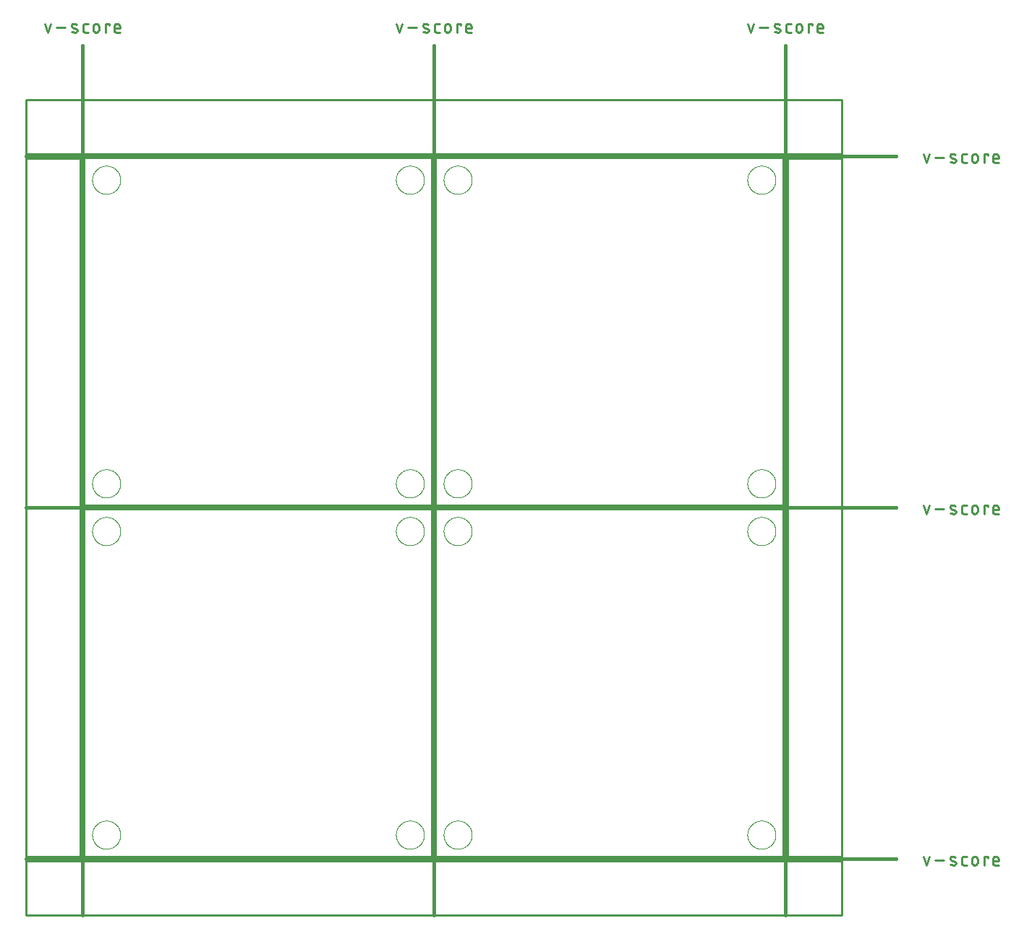
<source format=gko>
G75*
%MOIN*%
%OFA0B0*%
%FSLAX25Y25*%
%IPPOS*%
%LPD*%
%AMOC8*
5,1,8,0,0,1.08239X$1,22.5*
%
%ADD10C,0.00800*%
%ADD11C,0.00600*%
%ADD12C,0.01500*%
%ADD13C,0.01100*%
%ADD14C,0.01000*%
%ADD15C,0.00000*%
D10*
X0028750Y0028750D02*
X0028750Y0188750D01*
X0188750Y0188750D01*
X0190750Y0188750D02*
X0350750Y0188750D01*
X0190750Y0188750D02*
X0190750Y0028750D01*
X0190750Y0190750D02*
X0190750Y0350750D01*
X0350750Y0350750D01*
X0188750Y0350750D02*
X0028750Y0350750D01*
X0028750Y0190750D01*
D11*
X0188750Y0190750D01*
X0188750Y0350750D01*
X0350750Y0350750D02*
X0350750Y0190750D01*
X0190750Y0190750D01*
X0188750Y0188750D02*
X0188750Y0028750D01*
X0028750Y0028750D01*
X0190750Y0028750D02*
X0350750Y0028750D01*
X0350750Y0188750D01*
D12*
X0402750Y0189750D02*
X0001750Y0189750D01*
X0001750Y0351750D02*
X0402750Y0351750D01*
X0351750Y0402750D02*
X0351750Y0001750D01*
X0402750Y0027750D02*
X0001750Y0027750D01*
X0027750Y0001750D02*
X0027750Y0402750D01*
X0189750Y0402750D02*
X0189750Y0001750D01*
D13*
X0415541Y0028733D02*
X0416852Y0024800D01*
X0418163Y0028733D01*
X0420834Y0027094D02*
X0424768Y0027094D01*
X0428136Y0027094D02*
X0429774Y0026439D01*
X0429775Y0026439D02*
X0429827Y0026416D01*
X0429878Y0026389D01*
X0429927Y0026359D01*
X0429974Y0026326D01*
X0430019Y0026290D01*
X0430061Y0026250D01*
X0430100Y0026208D01*
X0430136Y0026164D01*
X0430169Y0026117D01*
X0430199Y0026067D01*
X0430226Y0026016D01*
X0430249Y0025964D01*
X0430268Y0025910D01*
X0430284Y0025854D01*
X0430296Y0025798D01*
X0430304Y0025741D01*
X0430308Y0025684D01*
X0430309Y0025626D01*
X0430305Y0025569D01*
X0430298Y0025512D01*
X0430286Y0025455D01*
X0430271Y0025400D01*
X0430253Y0025345D01*
X0430230Y0025292D01*
X0430204Y0025241D01*
X0430175Y0025192D01*
X0430142Y0025144D01*
X0430106Y0025099D01*
X0430068Y0025057D01*
X0430026Y0025017D01*
X0429982Y0024980D01*
X0429935Y0024946D01*
X0429887Y0024915D01*
X0429836Y0024888D01*
X0429784Y0024864D01*
X0429730Y0024844D01*
X0429675Y0024828D01*
X0429619Y0024815D01*
X0429562Y0024806D01*
X0429504Y0024801D01*
X0429447Y0024800D01*
X0429938Y0028405D02*
X0429831Y0028451D01*
X0429722Y0028494D01*
X0429612Y0028534D01*
X0429500Y0028570D01*
X0429388Y0028602D01*
X0429274Y0028631D01*
X0429160Y0028657D01*
X0429045Y0028678D01*
X0428930Y0028697D01*
X0428813Y0028711D01*
X0428697Y0028722D01*
X0428580Y0028729D01*
X0428463Y0028733D01*
X0428463Y0028734D02*
X0428406Y0028733D01*
X0428348Y0028728D01*
X0428291Y0028719D01*
X0428235Y0028706D01*
X0428180Y0028690D01*
X0428126Y0028670D01*
X0428074Y0028646D01*
X0428023Y0028619D01*
X0427975Y0028588D01*
X0427928Y0028554D01*
X0427884Y0028517D01*
X0427842Y0028477D01*
X0427804Y0028435D01*
X0427768Y0028390D01*
X0427735Y0028342D01*
X0427706Y0028293D01*
X0427680Y0028242D01*
X0427657Y0028189D01*
X0427639Y0028134D01*
X0427624Y0028079D01*
X0427612Y0028022D01*
X0427605Y0027965D01*
X0427601Y0027908D01*
X0427602Y0027850D01*
X0427606Y0027793D01*
X0427614Y0027736D01*
X0427626Y0027680D01*
X0427642Y0027624D01*
X0427661Y0027570D01*
X0427684Y0027518D01*
X0427711Y0027467D01*
X0427741Y0027417D01*
X0427774Y0027370D01*
X0427810Y0027326D01*
X0427849Y0027284D01*
X0427891Y0027244D01*
X0427936Y0027208D01*
X0427983Y0027175D01*
X0428032Y0027145D01*
X0428083Y0027118D01*
X0428135Y0027095D01*
X0427644Y0025128D02*
X0427778Y0025082D01*
X0427913Y0025039D01*
X0428049Y0025000D01*
X0428186Y0024964D01*
X0428323Y0024932D01*
X0428462Y0024903D01*
X0428601Y0024877D01*
X0428741Y0024856D01*
X0428882Y0024837D01*
X0429022Y0024823D01*
X0429164Y0024812D01*
X0429305Y0024804D01*
X0429447Y0024801D01*
X0432988Y0025783D02*
X0432988Y0027750D01*
X0432990Y0027812D01*
X0432996Y0027873D01*
X0433005Y0027934D01*
X0433019Y0027994D01*
X0433036Y0028054D01*
X0433057Y0028112D01*
X0433082Y0028169D01*
X0433110Y0028224D01*
X0433141Y0028277D01*
X0433176Y0028328D01*
X0433214Y0028377D01*
X0433254Y0028423D01*
X0433298Y0028467D01*
X0433344Y0028507D01*
X0433393Y0028545D01*
X0433444Y0028580D01*
X0433497Y0028611D01*
X0433552Y0028639D01*
X0433609Y0028664D01*
X0433667Y0028685D01*
X0433727Y0028702D01*
X0433787Y0028716D01*
X0433848Y0028725D01*
X0433909Y0028731D01*
X0433971Y0028733D01*
X0435282Y0028733D01*
X0437695Y0027422D02*
X0437695Y0026111D01*
X0437696Y0026111D02*
X0437698Y0026040D01*
X0437704Y0025969D01*
X0437713Y0025899D01*
X0437727Y0025829D01*
X0437744Y0025760D01*
X0437765Y0025692D01*
X0437789Y0025626D01*
X0437817Y0025561D01*
X0437849Y0025497D01*
X0437884Y0025435D01*
X0437922Y0025375D01*
X0437963Y0025318D01*
X0438008Y0025262D01*
X0438055Y0025209D01*
X0438105Y0025159D01*
X0438158Y0025112D01*
X0438214Y0025067D01*
X0438271Y0025026D01*
X0438331Y0024988D01*
X0438393Y0024953D01*
X0438457Y0024921D01*
X0438522Y0024893D01*
X0438588Y0024869D01*
X0438656Y0024848D01*
X0438725Y0024831D01*
X0438795Y0024817D01*
X0438865Y0024808D01*
X0438936Y0024802D01*
X0439007Y0024800D01*
X0439078Y0024802D01*
X0439149Y0024808D01*
X0439219Y0024817D01*
X0439289Y0024831D01*
X0439358Y0024848D01*
X0439426Y0024869D01*
X0439492Y0024893D01*
X0439557Y0024921D01*
X0439621Y0024953D01*
X0439683Y0024988D01*
X0439743Y0025026D01*
X0439800Y0025067D01*
X0439856Y0025112D01*
X0439909Y0025159D01*
X0439959Y0025209D01*
X0440006Y0025262D01*
X0440051Y0025318D01*
X0440092Y0025375D01*
X0440130Y0025435D01*
X0440165Y0025497D01*
X0440197Y0025561D01*
X0440225Y0025626D01*
X0440249Y0025692D01*
X0440270Y0025760D01*
X0440287Y0025829D01*
X0440301Y0025899D01*
X0440310Y0025969D01*
X0440316Y0026040D01*
X0440318Y0026111D01*
X0440318Y0027422D01*
X0440316Y0027493D01*
X0440310Y0027564D01*
X0440301Y0027634D01*
X0440287Y0027704D01*
X0440270Y0027773D01*
X0440249Y0027841D01*
X0440225Y0027907D01*
X0440197Y0027972D01*
X0440165Y0028036D01*
X0440130Y0028098D01*
X0440092Y0028158D01*
X0440051Y0028215D01*
X0440006Y0028271D01*
X0439959Y0028324D01*
X0439909Y0028374D01*
X0439856Y0028421D01*
X0439800Y0028466D01*
X0439743Y0028507D01*
X0439683Y0028545D01*
X0439621Y0028580D01*
X0439557Y0028612D01*
X0439492Y0028640D01*
X0439426Y0028664D01*
X0439358Y0028685D01*
X0439289Y0028702D01*
X0439219Y0028716D01*
X0439149Y0028725D01*
X0439078Y0028731D01*
X0439007Y0028733D01*
X0438936Y0028731D01*
X0438865Y0028725D01*
X0438795Y0028716D01*
X0438725Y0028702D01*
X0438656Y0028685D01*
X0438588Y0028664D01*
X0438522Y0028640D01*
X0438457Y0028612D01*
X0438393Y0028580D01*
X0438331Y0028545D01*
X0438271Y0028507D01*
X0438214Y0028466D01*
X0438158Y0028421D01*
X0438105Y0028374D01*
X0438055Y0028324D01*
X0438008Y0028271D01*
X0437963Y0028215D01*
X0437922Y0028158D01*
X0437884Y0028098D01*
X0437849Y0028036D01*
X0437817Y0027972D01*
X0437789Y0027907D01*
X0437765Y0027841D01*
X0437744Y0027773D01*
X0437727Y0027704D01*
X0437713Y0027634D01*
X0437704Y0027564D01*
X0437698Y0027493D01*
X0437696Y0027422D01*
X0435282Y0024800D02*
X0433971Y0024800D01*
X0433909Y0024802D01*
X0433848Y0024808D01*
X0433787Y0024817D01*
X0433727Y0024831D01*
X0433667Y0024848D01*
X0433609Y0024869D01*
X0433552Y0024894D01*
X0433497Y0024922D01*
X0433444Y0024953D01*
X0433393Y0024988D01*
X0433344Y0025026D01*
X0433298Y0025066D01*
X0433254Y0025110D01*
X0433214Y0025156D01*
X0433176Y0025205D01*
X0433141Y0025256D01*
X0433110Y0025309D01*
X0433082Y0025364D01*
X0433057Y0025421D01*
X0433036Y0025479D01*
X0433019Y0025539D01*
X0433005Y0025599D01*
X0432996Y0025660D01*
X0432990Y0025721D01*
X0432988Y0025783D01*
X0443284Y0024800D02*
X0443284Y0028733D01*
X0445251Y0028733D01*
X0445251Y0028078D01*
X0447337Y0027422D02*
X0447337Y0025783D01*
X0447339Y0025721D01*
X0447345Y0025660D01*
X0447354Y0025599D01*
X0447368Y0025539D01*
X0447385Y0025479D01*
X0447406Y0025421D01*
X0447431Y0025364D01*
X0447459Y0025309D01*
X0447490Y0025256D01*
X0447525Y0025205D01*
X0447563Y0025156D01*
X0447603Y0025110D01*
X0447647Y0025066D01*
X0447693Y0025026D01*
X0447742Y0024988D01*
X0447793Y0024953D01*
X0447846Y0024922D01*
X0447901Y0024894D01*
X0447958Y0024869D01*
X0448016Y0024848D01*
X0448076Y0024831D01*
X0448136Y0024817D01*
X0448197Y0024808D01*
X0448258Y0024802D01*
X0448320Y0024800D01*
X0449959Y0024800D01*
X0449959Y0026767D02*
X0447337Y0026767D01*
X0447337Y0027422D02*
X0447339Y0027493D01*
X0447345Y0027564D01*
X0447354Y0027634D01*
X0447368Y0027704D01*
X0447385Y0027773D01*
X0447406Y0027841D01*
X0447430Y0027907D01*
X0447458Y0027972D01*
X0447490Y0028036D01*
X0447525Y0028098D01*
X0447563Y0028158D01*
X0447604Y0028215D01*
X0447649Y0028271D01*
X0447696Y0028324D01*
X0447746Y0028374D01*
X0447799Y0028421D01*
X0447855Y0028466D01*
X0447912Y0028507D01*
X0447972Y0028545D01*
X0448034Y0028580D01*
X0448098Y0028612D01*
X0448163Y0028640D01*
X0448229Y0028664D01*
X0448297Y0028685D01*
X0448366Y0028702D01*
X0448436Y0028716D01*
X0448506Y0028725D01*
X0448577Y0028731D01*
X0448648Y0028733D01*
X0448719Y0028731D01*
X0448790Y0028725D01*
X0448860Y0028716D01*
X0448930Y0028702D01*
X0448999Y0028685D01*
X0449067Y0028664D01*
X0449133Y0028640D01*
X0449198Y0028612D01*
X0449262Y0028580D01*
X0449324Y0028545D01*
X0449384Y0028507D01*
X0449441Y0028466D01*
X0449497Y0028421D01*
X0449550Y0028374D01*
X0449600Y0028324D01*
X0449647Y0028271D01*
X0449692Y0028215D01*
X0449733Y0028158D01*
X0449771Y0028098D01*
X0449806Y0028036D01*
X0449838Y0027972D01*
X0449866Y0027907D01*
X0449890Y0027841D01*
X0449911Y0027773D01*
X0449928Y0027704D01*
X0449942Y0027634D01*
X0449951Y0027564D01*
X0449957Y0027493D01*
X0449959Y0027422D01*
X0449959Y0026767D01*
X0449959Y0186800D02*
X0448320Y0186800D01*
X0448258Y0186802D01*
X0448197Y0186808D01*
X0448136Y0186817D01*
X0448076Y0186831D01*
X0448016Y0186848D01*
X0447958Y0186869D01*
X0447901Y0186894D01*
X0447846Y0186922D01*
X0447793Y0186953D01*
X0447742Y0186988D01*
X0447693Y0187026D01*
X0447647Y0187066D01*
X0447603Y0187110D01*
X0447563Y0187156D01*
X0447525Y0187205D01*
X0447490Y0187256D01*
X0447459Y0187309D01*
X0447431Y0187364D01*
X0447406Y0187421D01*
X0447385Y0187479D01*
X0447368Y0187539D01*
X0447354Y0187599D01*
X0447345Y0187660D01*
X0447339Y0187721D01*
X0447337Y0187783D01*
X0447337Y0189422D01*
X0447337Y0188767D02*
X0449959Y0188767D01*
X0449959Y0189422D01*
X0449957Y0189493D01*
X0449951Y0189564D01*
X0449942Y0189634D01*
X0449928Y0189704D01*
X0449911Y0189773D01*
X0449890Y0189841D01*
X0449866Y0189907D01*
X0449838Y0189972D01*
X0449806Y0190036D01*
X0449771Y0190098D01*
X0449733Y0190158D01*
X0449692Y0190215D01*
X0449647Y0190271D01*
X0449600Y0190324D01*
X0449550Y0190374D01*
X0449497Y0190421D01*
X0449441Y0190466D01*
X0449384Y0190507D01*
X0449324Y0190545D01*
X0449262Y0190580D01*
X0449198Y0190612D01*
X0449133Y0190640D01*
X0449067Y0190664D01*
X0448999Y0190685D01*
X0448930Y0190702D01*
X0448860Y0190716D01*
X0448790Y0190725D01*
X0448719Y0190731D01*
X0448648Y0190733D01*
X0448577Y0190731D01*
X0448506Y0190725D01*
X0448436Y0190716D01*
X0448366Y0190702D01*
X0448297Y0190685D01*
X0448229Y0190664D01*
X0448163Y0190640D01*
X0448098Y0190612D01*
X0448034Y0190580D01*
X0447972Y0190545D01*
X0447912Y0190507D01*
X0447855Y0190466D01*
X0447799Y0190421D01*
X0447746Y0190374D01*
X0447696Y0190324D01*
X0447649Y0190271D01*
X0447604Y0190215D01*
X0447563Y0190158D01*
X0447525Y0190098D01*
X0447490Y0190036D01*
X0447458Y0189972D01*
X0447430Y0189907D01*
X0447406Y0189841D01*
X0447385Y0189773D01*
X0447368Y0189704D01*
X0447354Y0189634D01*
X0447345Y0189564D01*
X0447339Y0189493D01*
X0447337Y0189422D01*
X0445251Y0190078D02*
X0445251Y0190733D01*
X0443284Y0190733D01*
X0443284Y0186800D01*
X0440318Y0188111D02*
X0440318Y0189422D01*
X0440316Y0189493D01*
X0440310Y0189564D01*
X0440301Y0189634D01*
X0440287Y0189704D01*
X0440270Y0189773D01*
X0440249Y0189841D01*
X0440225Y0189907D01*
X0440197Y0189972D01*
X0440165Y0190036D01*
X0440130Y0190098D01*
X0440092Y0190158D01*
X0440051Y0190215D01*
X0440006Y0190271D01*
X0439959Y0190324D01*
X0439909Y0190374D01*
X0439856Y0190421D01*
X0439800Y0190466D01*
X0439743Y0190507D01*
X0439683Y0190545D01*
X0439621Y0190580D01*
X0439557Y0190612D01*
X0439492Y0190640D01*
X0439426Y0190664D01*
X0439358Y0190685D01*
X0439289Y0190702D01*
X0439219Y0190716D01*
X0439149Y0190725D01*
X0439078Y0190731D01*
X0439007Y0190733D01*
X0438936Y0190731D01*
X0438865Y0190725D01*
X0438795Y0190716D01*
X0438725Y0190702D01*
X0438656Y0190685D01*
X0438588Y0190664D01*
X0438522Y0190640D01*
X0438457Y0190612D01*
X0438393Y0190580D01*
X0438331Y0190545D01*
X0438271Y0190507D01*
X0438214Y0190466D01*
X0438158Y0190421D01*
X0438105Y0190374D01*
X0438055Y0190324D01*
X0438008Y0190271D01*
X0437963Y0190215D01*
X0437922Y0190158D01*
X0437884Y0190098D01*
X0437849Y0190036D01*
X0437817Y0189972D01*
X0437789Y0189907D01*
X0437765Y0189841D01*
X0437744Y0189773D01*
X0437727Y0189704D01*
X0437713Y0189634D01*
X0437704Y0189564D01*
X0437698Y0189493D01*
X0437696Y0189422D01*
X0437695Y0189422D02*
X0437695Y0188111D01*
X0437696Y0188111D02*
X0437698Y0188040D01*
X0437704Y0187969D01*
X0437713Y0187899D01*
X0437727Y0187829D01*
X0437744Y0187760D01*
X0437765Y0187692D01*
X0437789Y0187626D01*
X0437817Y0187561D01*
X0437849Y0187497D01*
X0437884Y0187435D01*
X0437922Y0187375D01*
X0437963Y0187318D01*
X0438008Y0187262D01*
X0438055Y0187209D01*
X0438105Y0187159D01*
X0438158Y0187112D01*
X0438214Y0187067D01*
X0438271Y0187026D01*
X0438331Y0186988D01*
X0438393Y0186953D01*
X0438457Y0186921D01*
X0438522Y0186893D01*
X0438588Y0186869D01*
X0438656Y0186848D01*
X0438725Y0186831D01*
X0438795Y0186817D01*
X0438865Y0186808D01*
X0438936Y0186802D01*
X0439007Y0186800D01*
X0439078Y0186802D01*
X0439149Y0186808D01*
X0439219Y0186817D01*
X0439289Y0186831D01*
X0439358Y0186848D01*
X0439426Y0186869D01*
X0439492Y0186893D01*
X0439557Y0186921D01*
X0439621Y0186953D01*
X0439683Y0186988D01*
X0439743Y0187026D01*
X0439800Y0187067D01*
X0439856Y0187112D01*
X0439909Y0187159D01*
X0439959Y0187209D01*
X0440006Y0187262D01*
X0440051Y0187318D01*
X0440092Y0187375D01*
X0440130Y0187435D01*
X0440165Y0187497D01*
X0440197Y0187561D01*
X0440225Y0187626D01*
X0440249Y0187692D01*
X0440270Y0187760D01*
X0440287Y0187829D01*
X0440301Y0187899D01*
X0440310Y0187969D01*
X0440316Y0188040D01*
X0440318Y0188111D01*
X0435282Y0186800D02*
X0433971Y0186800D01*
X0433909Y0186802D01*
X0433848Y0186808D01*
X0433787Y0186817D01*
X0433727Y0186831D01*
X0433667Y0186848D01*
X0433609Y0186869D01*
X0433552Y0186894D01*
X0433497Y0186922D01*
X0433444Y0186953D01*
X0433393Y0186988D01*
X0433344Y0187026D01*
X0433298Y0187066D01*
X0433254Y0187110D01*
X0433214Y0187156D01*
X0433176Y0187205D01*
X0433141Y0187256D01*
X0433110Y0187309D01*
X0433082Y0187364D01*
X0433057Y0187421D01*
X0433036Y0187479D01*
X0433019Y0187539D01*
X0433005Y0187599D01*
X0432996Y0187660D01*
X0432990Y0187721D01*
X0432988Y0187783D01*
X0432988Y0189750D01*
X0432990Y0189812D01*
X0432996Y0189873D01*
X0433005Y0189934D01*
X0433019Y0189994D01*
X0433036Y0190054D01*
X0433057Y0190112D01*
X0433082Y0190169D01*
X0433110Y0190224D01*
X0433141Y0190277D01*
X0433176Y0190328D01*
X0433214Y0190377D01*
X0433254Y0190423D01*
X0433298Y0190467D01*
X0433344Y0190507D01*
X0433393Y0190545D01*
X0433444Y0190580D01*
X0433497Y0190611D01*
X0433552Y0190639D01*
X0433609Y0190664D01*
X0433667Y0190685D01*
X0433727Y0190702D01*
X0433787Y0190716D01*
X0433848Y0190725D01*
X0433909Y0190731D01*
X0433971Y0190733D01*
X0435282Y0190733D01*
X0429774Y0188439D02*
X0428136Y0189094D01*
X0428135Y0189095D02*
X0428083Y0189118D01*
X0428032Y0189145D01*
X0427983Y0189175D01*
X0427936Y0189208D01*
X0427891Y0189244D01*
X0427849Y0189284D01*
X0427810Y0189326D01*
X0427774Y0189370D01*
X0427741Y0189417D01*
X0427711Y0189467D01*
X0427684Y0189518D01*
X0427661Y0189570D01*
X0427642Y0189624D01*
X0427626Y0189680D01*
X0427614Y0189736D01*
X0427606Y0189793D01*
X0427602Y0189850D01*
X0427601Y0189908D01*
X0427605Y0189965D01*
X0427612Y0190022D01*
X0427624Y0190079D01*
X0427639Y0190134D01*
X0427657Y0190189D01*
X0427680Y0190242D01*
X0427706Y0190293D01*
X0427735Y0190342D01*
X0427768Y0190390D01*
X0427804Y0190435D01*
X0427842Y0190477D01*
X0427884Y0190517D01*
X0427928Y0190554D01*
X0427975Y0190588D01*
X0428023Y0190619D01*
X0428074Y0190646D01*
X0428126Y0190670D01*
X0428180Y0190690D01*
X0428235Y0190706D01*
X0428291Y0190719D01*
X0428348Y0190728D01*
X0428406Y0190733D01*
X0428463Y0190734D01*
X0427644Y0187128D02*
X0427778Y0187082D01*
X0427913Y0187039D01*
X0428049Y0187000D01*
X0428186Y0186964D01*
X0428323Y0186932D01*
X0428462Y0186903D01*
X0428601Y0186877D01*
X0428741Y0186856D01*
X0428882Y0186837D01*
X0429022Y0186823D01*
X0429164Y0186812D01*
X0429305Y0186804D01*
X0429447Y0186801D01*
X0429447Y0186800D02*
X0429504Y0186801D01*
X0429562Y0186806D01*
X0429619Y0186815D01*
X0429675Y0186828D01*
X0429730Y0186844D01*
X0429784Y0186864D01*
X0429836Y0186888D01*
X0429887Y0186915D01*
X0429935Y0186946D01*
X0429982Y0186980D01*
X0430026Y0187017D01*
X0430068Y0187057D01*
X0430106Y0187099D01*
X0430142Y0187144D01*
X0430175Y0187192D01*
X0430204Y0187241D01*
X0430230Y0187292D01*
X0430253Y0187345D01*
X0430271Y0187400D01*
X0430286Y0187455D01*
X0430298Y0187512D01*
X0430305Y0187569D01*
X0430309Y0187626D01*
X0430308Y0187684D01*
X0430304Y0187741D01*
X0430296Y0187798D01*
X0430284Y0187854D01*
X0430268Y0187910D01*
X0430249Y0187964D01*
X0430226Y0188016D01*
X0430199Y0188067D01*
X0430169Y0188117D01*
X0430136Y0188164D01*
X0430100Y0188208D01*
X0430061Y0188250D01*
X0430019Y0188290D01*
X0429974Y0188326D01*
X0429927Y0188359D01*
X0429878Y0188389D01*
X0429827Y0188416D01*
X0429775Y0188439D01*
X0429938Y0190405D02*
X0429831Y0190451D01*
X0429722Y0190494D01*
X0429612Y0190534D01*
X0429500Y0190570D01*
X0429388Y0190602D01*
X0429274Y0190631D01*
X0429160Y0190657D01*
X0429045Y0190678D01*
X0428930Y0190697D01*
X0428813Y0190711D01*
X0428697Y0190722D01*
X0428580Y0190729D01*
X0428463Y0190733D01*
X0424768Y0189094D02*
X0420834Y0189094D01*
X0418163Y0190733D02*
X0416852Y0186800D01*
X0415541Y0190733D01*
X0416852Y0348800D02*
X0418163Y0352733D01*
X0415541Y0352733D02*
X0416852Y0348800D01*
X0420834Y0351094D02*
X0424768Y0351094D01*
X0428136Y0351094D02*
X0429774Y0350439D01*
X0429775Y0350439D02*
X0429827Y0350416D01*
X0429878Y0350389D01*
X0429927Y0350359D01*
X0429974Y0350326D01*
X0430019Y0350290D01*
X0430061Y0350250D01*
X0430100Y0350208D01*
X0430136Y0350164D01*
X0430169Y0350117D01*
X0430199Y0350067D01*
X0430226Y0350016D01*
X0430249Y0349964D01*
X0430268Y0349910D01*
X0430284Y0349854D01*
X0430296Y0349798D01*
X0430304Y0349741D01*
X0430308Y0349684D01*
X0430309Y0349626D01*
X0430305Y0349569D01*
X0430298Y0349512D01*
X0430286Y0349455D01*
X0430271Y0349400D01*
X0430253Y0349345D01*
X0430230Y0349292D01*
X0430204Y0349241D01*
X0430175Y0349192D01*
X0430142Y0349144D01*
X0430106Y0349099D01*
X0430068Y0349057D01*
X0430026Y0349017D01*
X0429982Y0348980D01*
X0429935Y0348946D01*
X0429887Y0348915D01*
X0429836Y0348888D01*
X0429784Y0348864D01*
X0429730Y0348844D01*
X0429675Y0348828D01*
X0429619Y0348815D01*
X0429562Y0348806D01*
X0429504Y0348801D01*
X0429447Y0348800D01*
X0429938Y0352405D02*
X0429831Y0352451D01*
X0429722Y0352494D01*
X0429612Y0352534D01*
X0429500Y0352570D01*
X0429388Y0352602D01*
X0429274Y0352631D01*
X0429160Y0352657D01*
X0429045Y0352678D01*
X0428930Y0352697D01*
X0428813Y0352711D01*
X0428697Y0352722D01*
X0428580Y0352729D01*
X0428463Y0352733D01*
X0428463Y0352734D02*
X0428406Y0352733D01*
X0428348Y0352728D01*
X0428291Y0352719D01*
X0428235Y0352706D01*
X0428180Y0352690D01*
X0428126Y0352670D01*
X0428074Y0352646D01*
X0428023Y0352619D01*
X0427975Y0352588D01*
X0427928Y0352554D01*
X0427884Y0352517D01*
X0427842Y0352477D01*
X0427804Y0352435D01*
X0427768Y0352390D01*
X0427735Y0352342D01*
X0427706Y0352293D01*
X0427680Y0352242D01*
X0427657Y0352189D01*
X0427639Y0352134D01*
X0427624Y0352079D01*
X0427612Y0352022D01*
X0427605Y0351965D01*
X0427601Y0351908D01*
X0427602Y0351850D01*
X0427606Y0351793D01*
X0427614Y0351736D01*
X0427626Y0351680D01*
X0427642Y0351624D01*
X0427661Y0351570D01*
X0427684Y0351518D01*
X0427711Y0351467D01*
X0427741Y0351417D01*
X0427774Y0351370D01*
X0427810Y0351326D01*
X0427849Y0351284D01*
X0427891Y0351244D01*
X0427936Y0351208D01*
X0427983Y0351175D01*
X0428032Y0351145D01*
X0428083Y0351118D01*
X0428135Y0351095D01*
X0427644Y0349128D02*
X0427778Y0349082D01*
X0427913Y0349039D01*
X0428049Y0349000D01*
X0428186Y0348964D01*
X0428323Y0348932D01*
X0428462Y0348903D01*
X0428601Y0348877D01*
X0428741Y0348856D01*
X0428882Y0348837D01*
X0429022Y0348823D01*
X0429164Y0348812D01*
X0429305Y0348804D01*
X0429447Y0348801D01*
X0432988Y0349783D02*
X0432988Y0351750D01*
X0432990Y0351812D01*
X0432996Y0351873D01*
X0433005Y0351934D01*
X0433019Y0351994D01*
X0433036Y0352054D01*
X0433057Y0352112D01*
X0433082Y0352169D01*
X0433110Y0352224D01*
X0433141Y0352277D01*
X0433176Y0352328D01*
X0433214Y0352377D01*
X0433254Y0352423D01*
X0433298Y0352467D01*
X0433344Y0352507D01*
X0433393Y0352545D01*
X0433444Y0352580D01*
X0433497Y0352611D01*
X0433552Y0352639D01*
X0433609Y0352664D01*
X0433667Y0352685D01*
X0433727Y0352702D01*
X0433787Y0352716D01*
X0433848Y0352725D01*
X0433909Y0352731D01*
X0433971Y0352733D01*
X0435282Y0352733D01*
X0437695Y0351422D02*
X0437695Y0350111D01*
X0437696Y0350111D02*
X0437698Y0350040D01*
X0437704Y0349969D01*
X0437713Y0349899D01*
X0437727Y0349829D01*
X0437744Y0349760D01*
X0437765Y0349692D01*
X0437789Y0349626D01*
X0437817Y0349561D01*
X0437849Y0349497D01*
X0437884Y0349435D01*
X0437922Y0349375D01*
X0437963Y0349318D01*
X0438008Y0349262D01*
X0438055Y0349209D01*
X0438105Y0349159D01*
X0438158Y0349112D01*
X0438214Y0349067D01*
X0438271Y0349026D01*
X0438331Y0348988D01*
X0438393Y0348953D01*
X0438457Y0348921D01*
X0438522Y0348893D01*
X0438588Y0348869D01*
X0438656Y0348848D01*
X0438725Y0348831D01*
X0438795Y0348817D01*
X0438865Y0348808D01*
X0438936Y0348802D01*
X0439007Y0348800D01*
X0439078Y0348802D01*
X0439149Y0348808D01*
X0439219Y0348817D01*
X0439289Y0348831D01*
X0439358Y0348848D01*
X0439426Y0348869D01*
X0439492Y0348893D01*
X0439557Y0348921D01*
X0439621Y0348953D01*
X0439683Y0348988D01*
X0439743Y0349026D01*
X0439800Y0349067D01*
X0439856Y0349112D01*
X0439909Y0349159D01*
X0439959Y0349209D01*
X0440006Y0349262D01*
X0440051Y0349318D01*
X0440092Y0349375D01*
X0440130Y0349435D01*
X0440165Y0349497D01*
X0440197Y0349561D01*
X0440225Y0349626D01*
X0440249Y0349692D01*
X0440270Y0349760D01*
X0440287Y0349829D01*
X0440301Y0349899D01*
X0440310Y0349969D01*
X0440316Y0350040D01*
X0440318Y0350111D01*
X0440318Y0351422D01*
X0440316Y0351493D01*
X0440310Y0351564D01*
X0440301Y0351634D01*
X0440287Y0351704D01*
X0440270Y0351773D01*
X0440249Y0351841D01*
X0440225Y0351907D01*
X0440197Y0351972D01*
X0440165Y0352036D01*
X0440130Y0352098D01*
X0440092Y0352158D01*
X0440051Y0352215D01*
X0440006Y0352271D01*
X0439959Y0352324D01*
X0439909Y0352374D01*
X0439856Y0352421D01*
X0439800Y0352466D01*
X0439743Y0352507D01*
X0439683Y0352545D01*
X0439621Y0352580D01*
X0439557Y0352612D01*
X0439492Y0352640D01*
X0439426Y0352664D01*
X0439358Y0352685D01*
X0439289Y0352702D01*
X0439219Y0352716D01*
X0439149Y0352725D01*
X0439078Y0352731D01*
X0439007Y0352733D01*
X0438936Y0352731D01*
X0438865Y0352725D01*
X0438795Y0352716D01*
X0438725Y0352702D01*
X0438656Y0352685D01*
X0438588Y0352664D01*
X0438522Y0352640D01*
X0438457Y0352612D01*
X0438393Y0352580D01*
X0438331Y0352545D01*
X0438271Y0352507D01*
X0438214Y0352466D01*
X0438158Y0352421D01*
X0438105Y0352374D01*
X0438055Y0352324D01*
X0438008Y0352271D01*
X0437963Y0352215D01*
X0437922Y0352158D01*
X0437884Y0352098D01*
X0437849Y0352036D01*
X0437817Y0351972D01*
X0437789Y0351907D01*
X0437765Y0351841D01*
X0437744Y0351773D01*
X0437727Y0351704D01*
X0437713Y0351634D01*
X0437704Y0351564D01*
X0437698Y0351493D01*
X0437696Y0351422D01*
X0435282Y0348800D02*
X0433971Y0348800D01*
X0433909Y0348802D01*
X0433848Y0348808D01*
X0433787Y0348817D01*
X0433727Y0348831D01*
X0433667Y0348848D01*
X0433609Y0348869D01*
X0433552Y0348894D01*
X0433497Y0348922D01*
X0433444Y0348953D01*
X0433393Y0348988D01*
X0433344Y0349026D01*
X0433298Y0349066D01*
X0433254Y0349110D01*
X0433214Y0349156D01*
X0433176Y0349205D01*
X0433141Y0349256D01*
X0433110Y0349309D01*
X0433082Y0349364D01*
X0433057Y0349421D01*
X0433036Y0349479D01*
X0433019Y0349539D01*
X0433005Y0349599D01*
X0432996Y0349660D01*
X0432990Y0349721D01*
X0432988Y0349783D01*
X0443284Y0348800D02*
X0443284Y0352733D01*
X0445251Y0352733D01*
X0445251Y0352078D01*
X0447337Y0351422D02*
X0447337Y0349783D01*
X0447339Y0349721D01*
X0447345Y0349660D01*
X0447354Y0349599D01*
X0447368Y0349539D01*
X0447385Y0349479D01*
X0447406Y0349421D01*
X0447431Y0349364D01*
X0447459Y0349309D01*
X0447490Y0349256D01*
X0447525Y0349205D01*
X0447563Y0349156D01*
X0447603Y0349110D01*
X0447647Y0349066D01*
X0447693Y0349026D01*
X0447742Y0348988D01*
X0447793Y0348953D01*
X0447846Y0348922D01*
X0447901Y0348894D01*
X0447958Y0348869D01*
X0448016Y0348848D01*
X0448076Y0348831D01*
X0448136Y0348817D01*
X0448197Y0348808D01*
X0448258Y0348802D01*
X0448320Y0348800D01*
X0449959Y0348800D01*
X0449959Y0350767D02*
X0447337Y0350767D01*
X0447337Y0351422D02*
X0447339Y0351493D01*
X0447345Y0351564D01*
X0447354Y0351634D01*
X0447368Y0351704D01*
X0447385Y0351773D01*
X0447406Y0351841D01*
X0447430Y0351907D01*
X0447458Y0351972D01*
X0447490Y0352036D01*
X0447525Y0352098D01*
X0447563Y0352158D01*
X0447604Y0352215D01*
X0447649Y0352271D01*
X0447696Y0352324D01*
X0447746Y0352374D01*
X0447799Y0352421D01*
X0447855Y0352466D01*
X0447912Y0352507D01*
X0447972Y0352545D01*
X0448034Y0352580D01*
X0448098Y0352612D01*
X0448163Y0352640D01*
X0448229Y0352664D01*
X0448297Y0352685D01*
X0448366Y0352702D01*
X0448436Y0352716D01*
X0448506Y0352725D01*
X0448577Y0352731D01*
X0448648Y0352733D01*
X0448719Y0352731D01*
X0448790Y0352725D01*
X0448860Y0352716D01*
X0448930Y0352702D01*
X0448999Y0352685D01*
X0449067Y0352664D01*
X0449133Y0352640D01*
X0449198Y0352612D01*
X0449262Y0352580D01*
X0449324Y0352545D01*
X0449384Y0352507D01*
X0449441Y0352466D01*
X0449497Y0352421D01*
X0449550Y0352374D01*
X0449600Y0352324D01*
X0449647Y0352271D01*
X0449692Y0352215D01*
X0449733Y0352158D01*
X0449771Y0352098D01*
X0449806Y0352036D01*
X0449838Y0351972D01*
X0449866Y0351907D01*
X0449890Y0351841D01*
X0449911Y0351773D01*
X0449928Y0351704D01*
X0449942Y0351634D01*
X0449951Y0351564D01*
X0449957Y0351493D01*
X0449959Y0351422D01*
X0449959Y0350767D01*
X0368959Y0408800D02*
X0367320Y0408800D01*
X0367258Y0408802D01*
X0367197Y0408808D01*
X0367136Y0408817D01*
X0367076Y0408831D01*
X0367016Y0408848D01*
X0366958Y0408869D01*
X0366901Y0408894D01*
X0366846Y0408922D01*
X0366793Y0408953D01*
X0366742Y0408988D01*
X0366693Y0409026D01*
X0366647Y0409066D01*
X0366603Y0409110D01*
X0366563Y0409156D01*
X0366525Y0409205D01*
X0366490Y0409256D01*
X0366459Y0409309D01*
X0366431Y0409364D01*
X0366406Y0409421D01*
X0366385Y0409479D01*
X0366368Y0409539D01*
X0366354Y0409599D01*
X0366345Y0409660D01*
X0366339Y0409721D01*
X0366337Y0409783D01*
X0366337Y0411422D01*
X0366337Y0410767D02*
X0368959Y0410767D01*
X0368959Y0411422D01*
X0368957Y0411493D01*
X0368951Y0411564D01*
X0368942Y0411634D01*
X0368928Y0411704D01*
X0368911Y0411773D01*
X0368890Y0411841D01*
X0368866Y0411907D01*
X0368838Y0411972D01*
X0368806Y0412036D01*
X0368771Y0412098D01*
X0368733Y0412158D01*
X0368692Y0412215D01*
X0368647Y0412271D01*
X0368600Y0412324D01*
X0368550Y0412374D01*
X0368497Y0412421D01*
X0368441Y0412466D01*
X0368384Y0412507D01*
X0368324Y0412545D01*
X0368262Y0412580D01*
X0368198Y0412612D01*
X0368133Y0412640D01*
X0368067Y0412664D01*
X0367999Y0412685D01*
X0367930Y0412702D01*
X0367860Y0412716D01*
X0367790Y0412725D01*
X0367719Y0412731D01*
X0367648Y0412733D01*
X0367577Y0412731D01*
X0367506Y0412725D01*
X0367436Y0412716D01*
X0367366Y0412702D01*
X0367297Y0412685D01*
X0367229Y0412664D01*
X0367163Y0412640D01*
X0367098Y0412612D01*
X0367034Y0412580D01*
X0366972Y0412545D01*
X0366912Y0412507D01*
X0366855Y0412466D01*
X0366799Y0412421D01*
X0366746Y0412374D01*
X0366696Y0412324D01*
X0366649Y0412271D01*
X0366604Y0412215D01*
X0366563Y0412158D01*
X0366525Y0412098D01*
X0366490Y0412036D01*
X0366458Y0411972D01*
X0366430Y0411907D01*
X0366406Y0411841D01*
X0366385Y0411773D01*
X0366368Y0411704D01*
X0366354Y0411634D01*
X0366345Y0411564D01*
X0366339Y0411493D01*
X0366337Y0411422D01*
X0364251Y0412078D02*
X0364251Y0412733D01*
X0362284Y0412733D01*
X0362284Y0408800D01*
X0359318Y0410111D02*
X0359318Y0411422D01*
X0359316Y0411493D01*
X0359310Y0411564D01*
X0359301Y0411634D01*
X0359287Y0411704D01*
X0359270Y0411773D01*
X0359249Y0411841D01*
X0359225Y0411907D01*
X0359197Y0411972D01*
X0359165Y0412036D01*
X0359130Y0412098D01*
X0359092Y0412158D01*
X0359051Y0412215D01*
X0359006Y0412271D01*
X0358959Y0412324D01*
X0358909Y0412374D01*
X0358856Y0412421D01*
X0358800Y0412466D01*
X0358743Y0412507D01*
X0358683Y0412545D01*
X0358621Y0412580D01*
X0358557Y0412612D01*
X0358492Y0412640D01*
X0358426Y0412664D01*
X0358358Y0412685D01*
X0358289Y0412702D01*
X0358219Y0412716D01*
X0358149Y0412725D01*
X0358078Y0412731D01*
X0358007Y0412733D01*
X0357936Y0412731D01*
X0357865Y0412725D01*
X0357795Y0412716D01*
X0357725Y0412702D01*
X0357656Y0412685D01*
X0357588Y0412664D01*
X0357522Y0412640D01*
X0357457Y0412612D01*
X0357393Y0412580D01*
X0357331Y0412545D01*
X0357271Y0412507D01*
X0357214Y0412466D01*
X0357158Y0412421D01*
X0357105Y0412374D01*
X0357055Y0412324D01*
X0357008Y0412271D01*
X0356963Y0412215D01*
X0356922Y0412158D01*
X0356884Y0412098D01*
X0356849Y0412036D01*
X0356817Y0411972D01*
X0356789Y0411907D01*
X0356765Y0411841D01*
X0356744Y0411773D01*
X0356727Y0411704D01*
X0356713Y0411634D01*
X0356704Y0411564D01*
X0356698Y0411493D01*
X0356696Y0411422D01*
X0356695Y0411422D02*
X0356695Y0410111D01*
X0356696Y0410111D02*
X0356698Y0410040D01*
X0356704Y0409969D01*
X0356713Y0409899D01*
X0356727Y0409829D01*
X0356744Y0409760D01*
X0356765Y0409692D01*
X0356789Y0409626D01*
X0356817Y0409561D01*
X0356849Y0409497D01*
X0356884Y0409435D01*
X0356922Y0409375D01*
X0356963Y0409318D01*
X0357008Y0409262D01*
X0357055Y0409209D01*
X0357105Y0409159D01*
X0357158Y0409112D01*
X0357214Y0409067D01*
X0357271Y0409026D01*
X0357331Y0408988D01*
X0357393Y0408953D01*
X0357457Y0408921D01*
X0357522Y0408893D01*
X0357588Y0408869D01*
X0357656Y0408848D01*
X0357725Y0408831D01*
X0357795Y0408817D01*
X0357865Y0408808D01*
X0357936Y0408802D01*
X0358007Y0408800D01*
X0358078Y0408802D01*
X0358149Y0408808D01*
X0358219Y0408817D01*
X0358289Y0408831D01*
X0358358Y0408848D01*
X0358426Y0408869D01*
X0358492Y0408893D01*
X0358557Y0408921D01*
X0358621Y0408953D01*
X0358683Y0408988D01*
X0358743Y0409026D01*
X0358800Y0409067D01*
X0358856Y0409112D01*
X0358909Y0409159D01*
X0358959Y0409209D01*
X0359006Y0409262D01*
X0359051Y0409318D01*
X0359092Y0409375D01*
X0359130Y0409435D01*
X0359165Y0409497D01*
X0359197Y0409561D01*
X0359225Y0409626D01*
X0359249Y0409692D01*
X0359270Y0409760D01*
X0359287Y0409829D01*
X0359301Y0409899D01*
X0359310Y0409969D01*
X0359316Y0410040D01*
X0359318Y0410111D01*
X0354282Y0408800D02*
X0352971Y0408800D01*
X0352909Y0408802D01*
X0352848Y0408808D01*
X0352787Y0408817D01*
X0352727Y0408831D01*
X0352667Y0408848D01*
X0352609Y0408869D01*
X0352552Y0408894D01*
X0352497Y0408922D01*
X0352444Y0408953D01*
X0352393Y0408988D01*
X0352344Y0409026D01*
X0352298Y0409066D01*
X0352254Y0409110D01*
X0352214Y0409156D01*
X0352176Y0409205D01*
X0352141Y0409256D01*
X0352110Y0409309D01*
X0352082Y0409364D01*
X0352057Y0409421D01*
X0352036Y0409479D01*
X0352019Y0409539D01*
X0352005Y0409599D01*
X0351996Y0409660D01*
X0351990Y0409721D01*
X0351988Y0409783D01*
X0351988Y0411750D01*
X0351990Y0411812D01*
X0351996Y0411873D01*
X0352005Y0411934D01*
X0352019Y0411994D01*
X0352036Y0412054D01*
X0352057Y0412112D01*
X0352082Y0412169D01*
X0352110Y0412224D01*
X0352141Y0412277D01*
X0352176Y0412328D01*
X0352214Y0412377D01*
X0352254Y0412423D01*
X0352298Y0412467D01*
X0352344Y0412507D01*
X0352393Y0412545D01*
X0352444Y0412580D01*
X0352497Y0412611D01*
X0352552Y0412639D01*
X0352609Y0412664D01*
X0352667Y0412685D01*
X0352727Y0412702D01*
X0352787Y0412716D01*
X0352848Y0412725D01*
X0352909Y0412731D01*
X0352971Y0412733D01*
X0354282Y0412733D01*
X0348774Y0410439D02*
X0347136Y0411094D01*
X0347135Y0411095D02*
X0347083Y0411118D01*
X0347032Y0411145D01*
X0346983Y0411175D01*
X0346936Y0411208D01*
X0346891Y0411244D01*
X0346849Y0411284D01*
X0346810Y0411326D01*
X0346774Y0411370D01*
X0346741Y0411417D01*
X0346711Y0411467D01*
X0346684Y0411518D01*
X0346661Y0411570D01*
X0346642Y0411624D01*
X0346626Y0411680D01*
X0346614Y0411736D01*
X0346606Y0411793D01*
X0346602Y0411850D01*
X0346601Y0411908D01*
X0346605Y0411965D01*
X0346612Y0412022D01*
X0346624Y0412079D01*
X0346639Y0412134D01*
X0346657Y0412189D01*
X0346680Y0412242D01*
X0346706Y0412293D01*
X0346735Y0412342D01*
X0346768Y0412390D01*
X0346804Y0412435D01*
X0346842Y0412477D01*
X0346884Y0412517D01*
X0346928Y0412554D01*
X0346975Y0412588D01*
X0347023Y0412619D01*
X0347074Y0412646D01*
X0347126Y0412670D01*
X0347180Y0412690D01*
X0347235Y0412706D01*
X0347291Y0412719D01*
X0347348Y0412728D01*
X0347406Y0412733D01*
X0347463Y0412734D01*
X0346644Y0409128D02*
X0346778Y0409082D01*
X0346913Y0409039D01*
X0347049Y0409000D01*
X0347186Y0408964D01*
X0347323Y0408932D01*
X0347462Y0408903D01*
X0347601Y0408877D01*
X0347741Y0408856D01*
X0347882Y0408837D01*
X0348022Y0408823D01*
X0348164Y0408812D01*
X0348305Y0408804D01*
X0348447Y0408801D01*
X0348447Y0408800D02*
X0348504Y0408801D01*
X0348562Y0408806D01*
X0348619Y0408815D01*
X0348675Y0408828D01*
X0348730Y0408844D01*
X0348784Y0408864D01*
X0348836Y0408888D01*
X0348887Y0408915D01*
X0348935Y0408946D01*
X0348982Y0408980D01*
X0349026Y0409017D01*
X0349068Y0409057D01*
X0349106Y0409099D01*
X0349142Y0409144D01*
X0349175Y0409192D01*
X0349204Y0409241D01*
X0349230Y0409292D01*
X0349253Y0409345D01*
X0349271Y0409400D01*
X0349286Y0409455D01*
X0349298Y0409512D01*
X0349305Y0409569D01*
X0349309Y0409626D01*
X0349308Y0409684D01*
X0349304Y0409741D01*
X0349296Y0409798D01*
X0349284Y0409854D01*
X0349268Y0409910D01*
X0349249Y0409964D01*
X0349226Y0410016D01*
X0349199Y0410067D01*
X0349169Y0410117D01*
X0349136Y0410164D01*
X0349100Y0410208D01*
X0349061Y0410250D01*
X0349019Y0410290D01*
X0348974Y0410326D01*
X0348927Y0410359D01*
X0348878Y0410389D01*
X0348827Y0410416D01*
X0348775Y0410439D01*
X0348938Y0412405D02*
X0348831Y0412451D01*
X0348722Y0412494D01*
X0348612Y0412534D01*
X0348500Y0412570D01*
X0348388Y0412602D01*
X0348274Y0412631D01*
X0348160Y0412657D01*
X0348045Y0412678D01*
X0347930Y0412697D01*
X0347813Y0412711D01*
X0347697Y0412722D01*
X0347580Y0412729D01*
X0347463Y0412733D01*
X0343768Y0411094D02*
X0339834Y0411094D01*
X0337163Y0412733D02*
X0335852Y0408800D01*
X0334541Y0412733D01*
X0206959Y0411422D02*
X0206959Y0410767D01*
X0204337Y0410767D01*
X0204337Y0411422D02*
X0204337Y0409783D01*
X0204339Y0409721D01*
X0204345Y0409660D01*
X0204354Y0409599D01*
X0204368Y0409539D01*
X0204385Y0409479D01*
X0204406Y0409421D01*
X0204431Y0409364D01*
X0204459Y0409309D01*
X0204490Y0409256D01*
X0204525Y0409205D01*
X0204563Y0409156D01*
X0204603Y0409110D01*
X0204647Y0409066D01*
X0204693Y0409026D01*
X0204742Y0408988D01*
X0204793Y0408953D01*
X0204846Y0408922D01*
X0204901Y0408894D01*
X0204958Y0408869D01*
X0205016Y0408848D01*
X0205076Y0408831D01*
X0205136Y0408817D01*
X0205197Y0408808D01*
X0205258Y0408802D01*
X0205320Y0408800D01*
X0206959Y0408800D01*
X0206959Y0411422D02*
X0206957Y0411493D01*
X0206951Y0411564D01*
X0206942Y0411634D01*
X0206928Y0411704D01*
X0206911Y0411773D01*
X0206890Y0411841D01*
X0206866Y0411907D01*
X0206838Y0411972D01*
X0206806Y0412036D01*
X0206771Y0412098D01*
X0206733Y0412158D01*
X0206692Y0412215D01*
X0206647Y0412271D01*
X0206600Y0412324D01*
X0206550Y0412374D01*
X0206497Y0412421D01*
X0206441Y0412466D01*
X0206384Y0412507D01*
X0206324Y0412545D01*
X0206262Y0412580D01*
X0206198Y0412612D01*
X0206133Y0412640D01*
X0206067Y0412664D01*
X0205999Y0412685D01*
X0205930Y0412702D01*
X0205860Y0412716D01*
X0205790Y0412725D01*
X0205719Y0412731D01*
X0205648Y0412733D01*
X0205577Y0412731D01*
X0205506Y0412725D01*
X0205436Y0412716D01*
X0205366Y0412702D01*
X0205297Y0412685D01*
X0205229Y0412664D01*
X0205163Y0412640D01*
X0205098Y0412612D01*
X0205034Y0412580D01*
X0204972Y0412545D01*
X0204912Y0412507D01*
X0204855Y0412466D01*
X0204799Y0412421D01*
X0204746Y0412374D01*
X0204696Y0412324D01*
X0204649Y0412271D01*
X0204604Y0412215D01*
X0204563Y0412158D01*
X0204525Y0412098D01*
X0204490Y0412036D01*
X0204458Y0411972D01*
X0204430Y0411907D01*
X0204406Y0411841D01*
X0204385Y0411773D01*
X0204368Y0411704D01*
X0204354Y0411634D01*
X0204345Y0411564D01*
X0204339Y0411493D01*
X0204337Y0411422D01*
X0202251Y0412078D02*
X0202251Y0412733D01*
X0200284Y0412733D01*
X0200284Y0408800D01*
X0197318Y0410111D02*
X0197318Y0411422D01*
X0197316Y0411493D01*
X0197310Y0411564D01*
X0197301Y0411634D01*
X0197287Y0411704D01*
X0197270Y0411773D01*
X0197249Y0411841D01*
X0197225Y0411907D01*
X0197197Y0411972D01*
X0197165Y0412036D01*
X0197130Y0412098D01*
X0197092Y0412158D01*
X0197051Y0412215D01*
X0197006Y0412271D01*
X0196959Y0412324D01*
X0196909Y0412374D01*
X0196856Y0412421D01*
X0196800Y0412466D01*
X0196743Y0412507D01*
X0196683Y0412545D01*
X0196621Y0412580D01*
X0196557Y0412612D01*
X0196492Y0412640D01*
X0196426Y0412664D01*
X0196358Y0412685D01*
X0196289Y0412702D01*
X0196219Y0412716D01*
X0196149Y0412725D01*
X0196078Y0412731D01*
X0196007Y0412733D01*
X0195936Y0412731D01*
X0195865Y0412725D01*
X0195795Y0412716D01*
X0195725Y0412702D01*
X0195656Y0412685D01*
X0195588Y0412664D01*
X0195522Y0412640D01*
X0195457Y0412612D01*
X0195393Y0412580D01*
X0195331Y0412545D01*
X0195271Y0412507D01*
X0195214Y0412466D01*
X0195158Y0412421D01*
X0195105Y0412374D01*
X0195055Y0412324D01*
X0195008Y0412271D01*
X0194963Y0412215D01*
X0194922Y0412158D01*
X0194884Y0412098D01*
X0194849Y0412036D01*
X0194817Y0411972D01*
X0194789Y0411907D01*
X0194765Y0411841D01*
X0194744Y0411773D01*
X0194727Y0411704D01*
X0194713Y0411634D01*
X0194704Y0411564D01*
X0194698Y0411493D01*
X0194696Y0411422D01*
X0194695Y0411422D02*
X0194695Y0410111D01*
X0194696Y0410111D02*
X0194698Y0410040D01*
X0194704Y0409969D01*
X0194713Y0409899D01*
X0194727Y0409829D01*
X0194744Y0409760D01*
X0194765Y0409692D01*
X0194789Y0409626D01*
X0194817Y0409561D01*
X0194849Y0409497D01*
X0194884Y0409435D01*
X0194922Y0409375D01*
X0194963Y0409318D01*
X0195008Y0409262D01*
X0195055Y0409209D01*
X0195105Y0409159D01*
X0195158Y0409112D01*
X0195214Y0409067D01*
X0195271Y0409026D01*
X0195331Y0408988D01*
X0195393Y0408953D01*
X0195457Y0408921D01*
X0195522Y0408893D01*
X0195588Y0408869D01*
X0195656Y0408848D01*
X0195725Y0408831D01*
X0195795Y0408817D01*
X0195865Y0408808D01*
X0195936Y0408802D01*
X0196007Y0408800D01*
X0196078Y0408802D01*
X0196149Y0408808D01*
X0196219Y0408817D01*
X0196289Y0408831D01*
X0196358Y0408848D01*
X0196426Y0408869D01*
X0196492Y0408893D01*
X0196557Y0408921D01*
X0196621Y0408953D01*
X0196683Y0408988D01*
X0196743Y0409026D01*
X0196800Y0409067D01*
X0196856Y0409112D01*
X0196909Y0409159D01*
X0196959Y0409209D01*
X0197006Y0409262D01*
X0197051Y0409318D01*
X0197092Y0409375D01*
X0197130Y0409435D01*
X0197165Y0409497D01*
X0197197Y0409561D01*
X0197225Y0409626D01*
X0197249Y0409692D01*
X0197270Y0409760D01*
X0197287Y0409829D01*
X0197301Y0409899D01*
X0197310Y0409969D01*
X0197316Y0410040D01*
X0197318Y0410111D01*
X0192282Y0408800D02*
X0190971Y0408800D01*
X0190909Y0408802D01*
X0190848Y0408808D01*
X0190787Y0408817D01*
X0190727Y0408831D01*
X0190667Y0408848D01*
X0190609Y0408869D01*
X0190552Y0408894D01*
X0190497Y0408922D01*
X0190444Y0408953D01*
X0190393Y0408988D01*
X0190344Y0409026D01*
X0190298Y0409066D01*
X0190254Y0409110D01*
X0190214Y0409156D01*
X0190176Y0409205D01*
X0190141Y0409256D01*
X0190110Y0409309D01*
X0190082Y0409364D01*
X0190057Y0409421D01*
X0190036Y0409479D01*
X0190019Y0409539D01*
X0190005Y0409599D01*
X0189996Y0409660D01*
X0189990Y0409721D01*
X0189988Y0409783D01*
X0189988Y0411750D01*
X0189990Y0411812D01*
X0189996Y0411873D01*
X0190005Y0411934D01*
X0190019Y0411994D01*
X0190036Y0412054D01*
X0190057Y0412112D01*
X0190082Y0412169D01*
X0190110Y0412224D01*
X0190141Y0412277D01*
X0190176Y0412328D01*
X0190214Y0412377D01*
X0190254Y0412423D01*
X0190298Y0412467D01*
X0190344Y0412507D01*
X0190393Y0412545D01*
X0190444Y0412580D01*
X0190497Y0412611D01*
X0190552Y0412639D01*
X0190609Y0412664D01*
X0190667Y0412685D01*
X0190727Y0412702D01*
X0190787Y0412716D01*
X0190848Y0412725D01*
X0190909Y0412731D01*
X0190971Y0412733D01*
X0192282Y0412733D01*
X0186774Y0410439D02*
X0185136Y0411094D01*
X0185135Y0411095D02*
X0185083Y0411118D01*
X0185032Y0411145D01*
X0184983Y0411175D01*
X0184936Y0411208D01*
X0184891Y0411244D01*
X0184849Y0411284D01*
X0184810Y0411326D01*
X0184774Y0411370D01*
X0184741Y0411417D01*
X0184711Y0411467D01*
X0184684Y0411518D01*
X0184661Y0411570D01*
X0184642Y0411624D01*
X0184626Y0411680D01*
X0184614Y0411736D01*
X0184606Y0411793D01*
X0184602Y0411850D01*
X0184601Y0411908D01*
X0184605Y0411965D01*
X0184612Y0412022D01*
X0184624Y0412079D01*
X0184639Y0412134D01*
X0184657Y0412189D01*
X0184680Y0412242D01*
X0184706Y0412293D01*
X0184735Y0412342D01*
X0184768Y0412390D01*
X0184804Y0412435D01*
X0184842Y0412477D01*
X0184884Y0412517D01*
X0184928Y0412554D01*
X0184975Y0412588D01*
X0185023Y0412619D01*
X0185074Y0412646D01*
X0185126Y0412670D01*
X0185180Y0412690D01*
X0185235Y0412706D01*
X0185291Y0412719D01*
X0185348Y0412728D01*
X0185406Y0412733D01*
X0185463Y0412734D01*
X0184644Y0409128D02*
X0184778Y0409082D01*
X0184913Y0409039D01*
X0185049Y0409000D01*
X0185186Y0408964D01*
X0185323Y0408932D01*
X0185462Y0408903D01*
X0185601Y0408877D01*
X0185741Y0408856D01*
X0185882Y0408837D01*
X0186022Y0408823D01*
X0186164Y0408812D01*
X0186305Y0408804D01*
X0186447Y0408801D01*
X0186447Y0408800D02*
X0186504Y0408801D01*
X0186562Y0408806D01*
X0186619Y0408815D01*
X0186675Y0408828D01*
X0186730Y0408844D01*
X0186784Y0408864D01*
X0186836Y0408888D01*
X0186887Y0408915D01*
X0186935Y0408946D01*
X0186982Y0408980D01*
X0187026Y0409017D01*
X0187068Y0409057D01*
X0187106Y0409099D01*
X0187142Y0409144D01*
X0187175Y0409192D01*
X0187204Y0409241D01*
X0187230Y0409292D01*
X0187253Y0409345D01*
X0187271Y0409400D01*
X0187286Y0409455D01*
X0187298Y0409512D01*
X0187305Y0409569D01*
X0187309Y0409626D01*
X0187308Y0409684D01*
X0187304Y0409741D01*
X0187296Y0409798D01*
X0187284Y0409854D01*
X0187268Y0409910D01*
X0187249Y0409964D01*
X0187226Y0410016D01*
X0187199Y0410067D01*
X0187169Y0410117D01*
X0187136Y0410164D01*
X0187100Y0410208D01*
X0187061Y0410250D01*
X0187019Y0410290D01*
X0186974Y0410326D01*
X0186927Y0410359D01*
X0186878Y0410389D01*
X0186827Y0410416D01*
X0186775Y0410439D01*
X0186938Y0412405D02*
X0186831Y0412451D01*
X0186722Y0412494D01*
X0186612Y0412534D01*
X0186500Y0412570D01*
X0186388Y0412602D01*
X0186274Y0412631D01*
X0186160Y0412657D01*
X0186045Y0412678D01*
X0185930Y0412697D01*
X0185813Y0412711D01*
X0185697Y0412722D01*
X0185580Y0412729D01*
X0185463Y0412733D01*
X0181768Y0411094D02*
X0177834Y0411094D01*
X0175163Y0412733D02*
X0173852Y0408800D01*
X0172541Y0412733D01*
X0044959Y0411422D02*
X0044959Y0410767D01*
X0042337Y0410767D01*
X0042337Y0411422D02*
X0042337Y0409783D01*
X0042339Y0409721D01*
X0042345Y0409660D01*
X0042354Y0409599D01*
X0042368Y0409539D01*
X0042385Y0409479D01*
X0042406Y0409421D01*
X0042431Y0409364D01*
X0042459Y0409309D01*
X0042490Y0409256D01*
X0042525Y0409205D01*
X0042563Y0409156D01*
X0042603Y0409110D01*
X0042647Y0409066D01*
X0042693Y0409026D01*
X0042742Y0408988D01*
X0042793Y0408953D01*
X0042846Y0408922D01*
X0042901Y0408894D01*
X0042958Y0408869D01*
X0043016Y0408848D01*
X0043076Y0408831D01*
X0043136Y0408817D01*
X0043197Y0408808D01*
X0043258Y0408802D01*
X0043320Y0408800D01*
X0044959Y0408800D01*
X0044959Y0411422D02*
X0044957Y0411493D01*
X0044951Y0411564D01*
X0044942Y0411634D01*
X0044928Y0411704D01*
X0044911Y0411773D01*
X0044890Y0411841D01*
X0044866Y0411907D01*
X0044838Y0411972D01*
X0044806Y0412036D01*
X0044771Y0412098D01*
X0044733Y0412158D01*
X0044692Y0412215D01*
X0044647Y0412271D01*
X0044600Y0412324D01*
X0044550Y0412374D01*
X0044497Y0412421D01*
X0044441Y0412466D01*
X0044384Y0412507D01*
X0044324Y0412545D01*
X0044262Y0412580D01*
X0044198Y0412612D01*
X0044133Y0412640D01*
X0044067Y0412664D01*
X0043999Y0412685D01*
X0043930Y0412702D01*
X0043860Y0412716D01*
X0043790Y0412725D01*
X0043719Y0412731D01*
X0043648Y0412733D01*
X0043577Y0412731D01*
X0043506Y0412725D01*
X0043436Y0412716D01*
X0043366Y0412702D01*
X0043297Y0412685D01*
X0043229Y0412664D01*
X0043163Y0412640D01*
X0043098Y0412612D01*
X0043034Y0412580D01*
X0042972Y0412545D01*
X0042912Y0412507D01*
X0042855Y0412466D01*
X0042799Y0412421D01*
X0042746Y0412374D01*
X0042696Y0412324D01*
X0042649Y0412271D01*
X0042604Y0412215D01*
X0042563Y0412158D01*
X0042525Y0412098D01*
X0042490Y0412036D01*
X0042458Y0411972D01*
X0042430Y0411907D01*
X0042406Y0411841D01*
X0042385Y0411773D01*
X0042368Y0411704D01*
X0042354Y0411634D01*
X0042345Y0411564D01*
X0042339Y0411493D01*
X0042337Y0411422D01*
X0040251Y0412078D02*
X0040251Y0412733D01*
X0038284Y0412733D01*
X0038284Y0408800D01*
X0035318Y0410111D02*
X0035318Y0411422D01*
X0035316Y0411493D01*
X0035310Y0411564D01*
X0035301Y0411634D01*
X0035287Y0411704D01*
X0035270Y0411773D01*
X0035249Y0411841D01*
X0035225Y0411907D01*
X0035197Y0411972D01*
X0035165Y0412036D01*
X0035130Y0412098D01*
X0035092Y0412158D01*
X0035051Y0412215D01*
X0035006Y0412271D01*
X0034959Y0412324D01*
X0034909Y0412374D01*
X0034856Y0412421D01*
X0034800Y0412466D01*
X0034743Y0412507D01*
X0034683Y0412545D01*
X0034621Y0412580D01*
X0034557Y0412612D01*
X0034492Y0412640D01*
X0034426Y0412664D01*
X0034358Y0412685D01*
X0034289Y0412702D01*
X0034219Y0412716D01*
X0034149Y0412725D01*
X0034078Y0412731D01*
X0034007Y0412733D01*
X0033936Y0412731D01*
X0033865Y0412725D01*
X0033795Y0412716D01*
X0033725Y0412702D01*
X0033656Y0412685D01*
X0033588Y0412664D01*
X0033522Y0412640D01*
X0033457Y0412612D01*
X0033393Y0412580D01*
X0033331Y0412545D01*
X0033271Y0412507D01*
X0033214Y0412466D01*
X0033158Y0412421D01*
X0033105Y0412374D01*
X0033055Y0412324D01*
X0033008Y0412271D01*
X0032963Y0412215D01*
X0032922Y0412158D01*
X0032884Y0412098D01*
X0032849Y0412036D01*
X0032817Y0411972D01*
X0032789Y0411907D01*
X0032765Y0411841D01*
X0032744Y0411773D01*
X0032727Y0411704D01*
X0032713Y0411634D01*
X0032704Y0411564D01*
X0032698Y0411493D01*
X0032696Y0411422D01*
X0032695Y0411422D02*
X0032695Y0410111D01*
X0032696Y0410111D02*
X0032698Y0410040D01*
X0032704Y0409969D01*
X0032713Y0409899D01*
X0032727Y0409829D01*
X0032744Y0409760D01*
X0032765Y0409692D01*
X0032789Y0409626D01*
X0032817Y0409561D01*
X0032849Y0409497D01*
X0032884Y0409435D01*
X0032922Y0409375D01*
X0032963Y0409318D01*
X0033008Y0409262D01*
X0033055Y0409209D01*
X0033105Y0409159D01*
X0033158Y0409112D01*
X0033214Y0409067D01*
X0033271Y0409026D01*
X0033331Y0408988D01*
X0033393Y0408953D01*
X0033457Y0408921D01*
X0033522Y0408893D01*
X0033588Y0408869D01*
X0033656Y0408848D01*
X0033725Y0408831D01*
X0033795Y0408817D01*
X0033865Y0408808D01*
X0033936Y0408802D01*
X0034007Y0408800D01*
X0034078Y0408802D01*
X0034149Y0408808D01*
X0034219Y0408817D01*
X0034289Y0408831D01*
X0034358Y0408848D01*
X0034426Y0408869D01*
X0034492Y0408893D01*
X0034557Y0408921D01*
X0034621Y0408953D01*
X0034683Y0408988D01*
X0034743Y0409026D01*
X0034800Y0409067D01*
X0034856Y0409112D01*
X0034909Y0409159D01*
X0034959Y0409209D01*
X0035006Y0409262D01*
X0035051Y0409318D01*
X0035092Y0409375D01*
X0035130Y0409435D01*
X0035165Y0409497D01*
X0035197Y0409561D01*
X0035225Y0409626D01*
X0035249Y0409692D01*
X0035270Y0409760D01*
X0035287Y0409829D01*
X0035301Y0409899D01*
X0035310Y0409969D01*
X0035316Y0410040D01*
X0035318Y0410111D01*
X0030282Y0408800D02*
X0028971Y0408800D01*
X0028909Y0408802D01*
X0028848Y0408808D01*
X0028787Y0408817D01*
X0028727Y0408831D01*
X0028667Y0408848D01*
X0028609Y0408869D01*
X0028552Y0408894D01*
X0028497Y0408922D01*
X0028444Y0408953D01*
X0028393Y0408988D01*
X0028344Y0409026D01*
X0028298Y0409066D01*
X0028254Y0409110D01*
X0028214Y0409156D01*
X0028176Y0409205D01*
X0028141Y0409256D01*
X0028110Y0409309D01*
X0028082Y0409364D01*
X0028057Y0409421D01*
X0028036Y0409479D01*
X0028019Y0409539D01*
X0028005Y0409599D01*
X0027996Y0409660D01*
X0027990Y0409721D01*
X0027988Y0409783D01*
X0027988Y0411750D01*
X0027990Y0411812D01*
X0027996Y0411873D01*
X0028005Y0411934D01*
X0028019Y0411994D01*
X0028036Y0412054D01*
X0028057Y0412112D01*
X0028082Y0412169D01*
X0028110Y0412224D01*
X0028141Y0412277D01*
X0028176Y0412328D01*
X0028214Y0412377D01*
X0028254Y0412423D01*
X0028298Y0412467D01*
X0028344Y0412507D01*
X0028393Y0412545D01*
X0028444Y0412580D01*
X0028497Y0412611D01*
X0028552Y0412639D01*
X0028609Y0412664D01*
X0028667Y0412685D01*
X0028727Y0412702D01*
X0028787Y0412716D01*
X0028848Y0412725D01*
X0028909Y0412731D01*
X0028971Y0412733D01*
X0030282Y0412733D01*
X0024774Y0410439D02*
X0023136Y0411094D01*
X0023135Y0411095D02*
X0023083Y0411118D01*
X0023032Y0411145D01*
X0022983Y0411175D01*
X0022936Y0411208D01*
X0022891Y0411244D01*
X0022849Y0411284D01*
X0022810Y0411326D01*
X0022774Y0411370D01*
X0022741Y0411417D01*
X0022711Y0411467D01*
X0022684Y0411518D01*
X0022661Y0411570D01*
X0022642Y0411624D01*
X0022626Y0411680D01*
X0022614Y0411736D01*
X0022606Y0411793D01*
X0022602Y0411850D01*
X0022601Y0411908D01*
X0022605Y0411965D01*
X0022612Y0412022D01*
X0022624Y0412079D01*
X0022639Y0412134D01*
X0022657Y0412189D01*
X0022680Y0412242D01*
X0022706Y0412293D01*
X0022735Y0412342D01*
X0022768Y0412390D01*
X0022804Y0412435D01*
X0022842Y0412477D01*
X0022884Y0412517D01*
X0022928Y0412554D01*
X0022975Y0412588D01*
X0023023Y0412619D01*
X0023074Y0412646D01*
X0023126Y0412670D01*
X0023180Y0412690D01*
X0023235Y0412706D01*
X0023291Y0412719D01*
X0023348Y0412728D01*
X0023406Y0412733D01*
X0023463Y0412734D01*
X0022644Y0409128D02*
X0022778Y0409082D01*
X0022913Y0409039D01*
X0023049Y0409000D01*
X0023186Y0408964D01*
X0023323Y0408932D01*
X0023462Y0408903D01*
X0023601Y0408877D01*
X0023741Y0408856D01*
X0023882Y0408837D01*
X0024022Y0408823D01*
X0024164Y0408812D01*
X0024305Y0408804D01*
X0024447Y0408801D01*
X0024447Y0408800D02*
X0024504Y0408801D01*
X0024562Y0408806D01*
X0024619Y0408815D01*
X0024675Y0408828D01*
X0024730Y0408844D01*
X0024784Y0408864D01*
X0024836Y0408888D01*
X0024887Y0408915D01*
X0024935Y0408946D01*
X0024982Y0408980D01*
X0025026Y0409017D01*
X0025068Y0409057D01*
X0025106Y0409099D01*
X0025142Y0409144D01*
X0025175Y0409192D01*
X0025204Y0409241D01*
X0025230Y0409292D01*
X0025253Y0409345D01*
X0025271Y0409400D01*
X0025286Y0409455D01*
X0025298Y0409512D01*
X0025305Y0409569D01*
X0025309Y0409626D01*
X0025308Y0409684D01*
X0025304Y0409741D01*
X0025296Y0409798D01*
X0025284Y0409854D01*
X0025268Y0409910D01*
X0025249Y0409964D01*
X0025226Y0410016D01*
X0025199Y0410067D01*
X0025169Y0410117D01*
X0025136Y0410164D01*
X0025100Y0410208D01*
X0025061Y0410250D01*
X0025019Y0410290D01*
X0024974Y0410326D01*
X0024927Y0410359D01*
X0024878Y0410389D01*
X0024827Y0410416D01*
X0024775Y0410439D01*
X0024938Y0412405D02*
X0024831Y0412451D01*
X0024722Y0412494D01*
X0024612Y0412534D01*
X0024500Y0412570D01*
X0024388Y0412602D01*
X0024274Y0412631D01*
X0024160Y0412657D01*
X0024045Y0412678D01*
X0023930Y0412697D01*
X0023813Y0412711D01*
X0023697Y0412722D01*
X0023580Y0412729D01*
X0023463Y0412733D01*
X0019768Y0411094D02*
X0015834Y0411094D01*
X0013163Y0412733D02*
X0011852Y0408800D01*
X0010541Y0412733D01*
D14*
X0001750Y0026750D02*
X0001750Y0001750D01*
X0377750Y0001750D01*
X0377750Y0026750D01*
X0001750Y0026750D01*
X0001750Y0028750D02*
X0001750Y0350750D01*
X0026750Y0350750D01*
X0026750Y0028750D01*
X0001750Y0028750D01*
X0352750Y0028750D02*
X0352750Y0350750D01*
X0377750Y0350750D01*
X0377750Y0028750D01*
X0352750Y0028750D01*
X0377750Y0352750D02*
X0001750Y0352750D01*
X0001750Y0377750D01*
X0377750Y0377750D01*
X0377750Y0352750D01*
D15*
X0334250Y0340750D02*
X0334252Y0340911D01*
X0334258Y0341071D01*
X0334268Y0341232D01*
X0334282Y0341392D01*
X0334300Y0341552D01*
X0334321Y0341711D01*
X0334347Y0341870D01*
X0334377Y0342028D01*
X0334410Y0342185D01*
X0334448Y0342342D01*
X0334489Y0342497D01*
X0334534Y0342651D01*
X0334583Y0342804D01*
X0334636Y0342956D01*
X0334692Y0343107D01*
X0334753Y0343256D01*
X0334816Y0343404D01*
X0334884Y0343550D01*
X0334955Y0343694D01*
X0335029Y0343836D01*
X0335107Y0343977D01*
X0335189Y0344115D01*
X0335274Y0344252D01*
X0335362Y0344386D01*
X0335454Y0344518D01*
X0335549Y0344648D01*
X0335647Y0344776D01*
X0335748Y0344901D01*
X0335852Y0345023D01*
X0335959Y0345143D01*
X0336069Y0345260D01*
X0336182Y0345375D01*
X0336298Y0345486D01*
X0336417Y0345595D01*
X0336538Y0345700D01*
X0336662Y0345803D01*
X0336788Y0345903D01*
X0336916Y0345999D01*
X0337047Y0346092D01*
X0337181Y0346182D01*
X0337316Y0346269D01*
X0337454Y0346352D01*
X0337593Y0346432D01*
X0337735Y0346508D01*
X0337878Y0346581D01*
X0338023Y0346650D01*
X0338170Y0346716D01*
X0338318Y0346778D01*
X0338468Y0346836D01*
X0338619Y0346891D01*
X0338772Y0346942D01*
X0338926Y0346989D01*
X0339081Y0347032D01*
X0339237Y0347071D01*
X0339393Y0347107D01*
X0339551Y0347138D01*
X0339709Y0347166D01*
X0339868Y0347190D01*
X0340028Y0347210D01*
X0340188Y0347226D01*
X0340348Y0347238D01*
X0340509Y0347246D01*
X0340670Y0347250D01*
X0340830Y0347250D01*
X0340991Y0347246D01*
X0341152Y0347238D01*
X0341312Y0347226D01*
X0341472Y0347210D01*
X0341632Y0347190D01*
X0341791Y0347166D01*
X0341949Y0347138D01*
X0342107Y0347107D01*
X0342263Y0347071D01*
X0342419Y0347032D01*
X0342574Y0346989D01*
X0342728Y0346942D01*
X0342881Y0346891D01*
X0343032Y0346836D01*
X0343182Y0346778D01*
X0343330Y0346716D01*
X0343477Y0346650D01*
X0343622Y0346581D01*
X0343765Y0346508D01*
X0343907Y0346432D01*
X0344046Y0346352D01*
X0344184Y0346269D01*
X0344319Y0346182D01*
X0344453Y0346092D01*
X0344584Y0345999D01*
X0344712Y0345903D01*
X0344838Y0345803D01*
X0344962Y0345700D01*
X0345083Y0345595D01*
X0345202Y0345486D01*
X0345318Y0345375D01*
X0345431Y0345260D01*
X0345541Y0345143D01*
X0345648Y0345023D01*
X0345752Y0344901D01*
X0345853Y0344776D01*
X0345951Y0344648D01*
X0346046Y0344518D01*
X0346138Y0344386D01*
X0346226Y0344252D01*
X0346311Y0344115D01*
X0346393Y0343977D01*
X0346471Y0343836D01*
X0346545Y0343694D01*
X0346616Y0343550D01*
X0346684Y0343404D01*
X0346747Y0343256D01*
X0346808Y0343107D01*
X0346864Y0342956D01*
X0346917Y0342804D01*
X0346966Y0342651D01*
X0347011Y0342497D01*
X0347052Y0342342D01*
X0347090Y0342185D01*
X0347123Y0342028D01*
X0347153Y0341870D01*
X0347179Y0341711D01*
X0347200Y0341552D01*
X0347218Y0341392D01*
X0347232Y0341232D01*
X0347242Y0341071D01*
X0347248Y0340911D01*
X0347250Y0340750D01*
X0347248Y0340589D01*
X0347242Y0340429D01*
X0347232Y0340268D01*
X0347218Y0340108D01*
X0347200Y0339948D01*
X0347179Y0339789D01*
X0347153Y0339630D01*
X0347123Y0339472D01*
X0347090Y0339315D01*
X0347052Y0339158D01*
X0347011Y0339003D01*
X0346966Y0338849D01*
X0346917Y0338696D01*
X0346864Y0338544D01*
X0346808Y0338393D01*
X0346747Y0338244D01*
X0346684Y0338096D01*
X0346616Y0337950D01*
X0346545Y0337806D01*
X0346471Y0337664D01*
X0346393Y0337523D01*
X0346311Y0337385D01*
X0346226Y0337248D01*
X0346138Y0337114D01*
X0346046Y0336982D01*
X0345951Y0336852D01*
X0345853Y0336724D01*
X0345752Y0336599D01*
X0345648Y0336477D01*
X0345541Y0336357D01*
X0345431Y0336240D01*
X0345318Y0336125D01*
X0345202Y0336014D01*
X0345083Y0335905D01*
X0344962Y0335800D01*
X0344838Y0335697D01*
X0344712Y0335597D01*
X0344584Y0335501D01*
X0344453Y0335408D01*
X0344319Y0335318D01*
X0344184Y0335231D01*
X0344046Y0335148D01*
X0343907Y0335068D01*
X0343765Y0334992D01*
X0343622Y0334919D01*
X0343477Y0334850D01*
X0343330Y0334784D01*
X0343182Y0334722D01*
X0343032Y0334664D01*
X0342881Y0334609D01*
X0342728Y0334558D01*
X0342574Y0334511D01*
X0342419Y0334468D01*
X0342263Y0334429D01*
X0342107Y0334393D01*
X0341949Y0334362D01*
X0341791Y0334334D01*
X0341632Y0334310D01*
X0341472Y0334290D01*
X0341312Y0334274D01*
X0341152Y0334262D01*
X0340991Y0334254D01*
X0340830Y0334250D01*
X0340670Y0334250D01*
X0340509Y0334254D01*
X0340348Y0334262D01*
X0340188Y0334274D01*
X0340028Y0334290D01*
X0339868Y0334310D01*
X0339709Y0334334D01*
X0339551Y0334362D01*
X0339393Y0334393D01*
X0339237Y0334429D01*
X0339081Y0334468D01*
X0338926Y0334511D01*
X0338772Y0334558D01*
X0338619Y0334609D01*
X0338468Y0334664D01*
X0338318Y0334722D01*
X0338170Y0334784D01*
X0338023Y0334850D01*
X0337878Y0334919D01*
X0337735Y0334992D01*
X0337593Y0335068D01*
X0337454Y0335148D01*
X0337316Y0335231D01*
X0337181Y0335318D01*
X0337047Y0335408D01*
X0336916Y0335501D01*
X0336788Y0335597D01*
X0336662Y0335697D01*
X0336538Y0335800D01*
X0336417Y0335905D01*
X0336298Y0336014D01*
X0336182Y0336125D01*
X0336069Y0336240D01*
X0335959Y0336357D01*
X0335852Y0336477D01*
X0335748Y0336599D01*
X0335647Y0336724D01*
X0335549Y0336852D01*
X0335454Y0336982D01*
X0335362Y0337114D01*
X0335274Y0337248D01*
X0335189Y0337385D01*
X0335107Y0337523D01*
X0335029Y0337664D01*
X0334955Y0337806D01*
X0334884Y0337950D01*
X0334816Y0338096D01*
X0334753Y0338244D01*
X0334692Y0338393D01*
X0334636Y0338544D01*
X0334583Y0338696D01*
X0334534Y0338849D01*
X0334489Y0339003D01*
X0334448Y0339158D01*
X0334410Y0339315D01*
X0334377Y0339472D01*
X0334347Y0339630D01*
X0334321Y0339789D01*
X0334300Y0339948D01*
X0334282Y0340108D01*
X0334268Y0340268D01*
X0334258Y0340429D01*
X0334252Y0340589D01*
X0334250Y0340750D01*
X0194250Y0340750D02*
X0194252Y0340911D01*
X0194258Y0341071D01*
X0194268Y0341232D01*
X0194282Y0341392D01*
X0194300Y0341552D01*
X0194321Y0341711D01*
X0194347Y0341870D01*
X0194377Y0342028D01*
X0194410Y0342185D01*
X0194448Y0342342D01*
X0194489Y0342497D01*
X0194534Y0342651D01*
X0194583Y0342804D01*
X0194636Y0342956D01*
X0194692Y0343107D01*
X0194753Y0343256D01*
X0194816Y0343404D01*
X0194884Y0343550D01*
X0194955Y0343694D01*
X0195029Y0343836D01*
X0195107Y0343977D01*
X0195189Y0344115D01*
X0195274Y0344252D01*
X0195362Y0344386D01*
X0195454Y0344518D01*
X0195549Y0344648D01*
X0195647Y0344776D01*
X0195748Y0344901D01*
X0195852Y0345023D01*
X0195959Y0345143D01*
X0196069Y0345260D01*
X0196182Y0345375D01*
X0196298Y0345486D01*
X0196417Y0345595D01*
X0196538Y0345700D01*
X0196662Y0345803D01*
X0196788Y0345903D01*
X0196916Y0345999D01*
X0197047Y0346092D01*
X0197181Y0346182D01*
X0197316Y0346269D01*
X0197454Y0346352D01*
X0197593Y0346432D01*
X0197735Y0346508D01*
X0197878Y0346581D01*
X0198023Y0346650D01*
X0198170Y0346716D01*
X0198318Y0346778D01*
X0198468Y0346836D01*
X0198619Y0346891D01*
X0198772Y0346942D01*
X0198926Y0346989D01*
X0199081Y0347032D01*
X0199237Y0347071D01*
X0199393Y0347107D01*
X0199551Y0347138D01*
X0199709Y0347166D01*
X0199868Y0347190D01*
X0200028Y0347210D01*
X0200188Y0347226D01*
X0200348Y0347238D01*
X0200509Y0347246D01*
X0200670Y0347250D01*
X0200830Y0347250D01*
X0200991Y0347246D01*
X0201152Y0347238D01*
X0201312Y0347226D01*
X0201472Y0347210D01*
X0201632Y0347190D01*
X0201791Y0347166D01*
X0201949Y0347138D01*
X0202107Y0347107D01*
X0202263Y0347071D01*
X0202419Y0347032D01*
X0202574Y0346989D01*
X0202728Y0346942D01*
X0202881Y0346891D01*
X0203032Y0346836D01*
X0203182Y0346778D01*
X0203330Y0346716D01*
X0203477Y0346650D01*
X0203622Y0346581D01*
X0203765Y0346508D01*
X0203907Y0346432D01*
X0204046Y0346352D01*
X0204184Y0346269D01*
X0204319Y0346182D01*
X0204453Y0346092D01*
X0204584Y0345999D01*
X0204712Y0345903D01*
X0204838Y0345803D01*
X0204962Y0345700D01*
X0205083Y0345595D01*
X0205202Y0345486D01*
X0205318Y0345375D01*
X0205431Y0345260D01*
X0205541Y0345143D01*
X0205648Y0345023D01*
X0205752Y0344901D01*
X0205853Y0344776D01*
X0205951Y0344648D01*
X0206046Y0344518D01*
X0206138Y0344386D01*
X0206226Y0344252D01*
X0206311Y0344115D01*
X0206393Y0343977D01*
X0206471Y0343836D01*
X0206545Y0343694D01*
X0206616Y0343550D01*
X0206684Y0343404D01*
X0206747Y0343256D01*
X0206808Y0343107D01*
X0206864Y0342956D01*
X0206917Y0342804D01*
X0206966Y0342651D01*
X0207011Y0342497D01*
X0207052Y0342342D01*
X0207090Y0342185D01*
X0207123Y0342028D01*
X0207153Y0341870D01*
X0207179Y0341711D01*
X0207200Y0341552D01*
X0207218Y0341392D01*
X0207232Y0341232D01*
X0207242Y0341071D01*
X0207248Y0340911D01*
X0207250Y0340750D01*
X0207248Y0340589D01*
X0207242Y0340429D01*
X0207232Y0340268D01*
X0207218Y0340108D01*
X0207200Y0339948D01*
X0207179Y0339789D01*
X0207153Y0339630D01*
X0207123Y0339472D01*
X0207090Y0339315D01*
X0207052Y0339158D01*
X0207011Y0339003D01*
X0206966Y0338849D01*
X0206917Y0338696D01*
X0206864Y0338544D01*
X0206808Y0338393D01*
X0206747Y0338244D01*
X0206684Y0338096D01*
X0206616Y0337950D01*
X0206545Y0337806D01*
X0206471Y0337664D01*
X0206393Y0337523D01*
X0206311Y0337385D01*
X0206226Y0337248D01*
X0206138Y0337114D01*
X0206046Y0336982D01*
X0205951Y0336852D01*
X0205853Y0336724D01*
X0205752Y0336599D01*
X0205648Y0336477D01*
X0205541Y0336357D01*
X0205431Y0336240D01*
X0205318Y0336125D01*
X0205202Y0336014D01*
X0205083Y0335905D01*
X0204962Y0335800D01*
X0204838Y0335697D01*
X0204712Y0335597D01*
X0204584Y0335501D01*
X0204453Y0335408D01*
X0204319Y0335318D01*
X0204184Y0335231D01*
X0204046Y0335148D01*
X0203907Y0335068D01*
X0203765Y0334992D01*
X0203622Y0334919D01*
X0203477Y0334850D01*
X0203330Y0334784D01*
X0203182Y0334722D01*
X0203032Y0334664D01*
X0202881Y0334609D01*
X0202728Y0334558D01*
X0202574Y0334511D01*
X0202419Y0334468D01*
X0202263Y0334429D01*
X0202107Y0334393D01*
X0201949Y0334362D01*
X0201791Y0334334D01*
X0201632Y0334310D01*
X0201472Y0334290D01*
X0201312Y0334274D01*
X0201152Y0334262D01*
X0200991Y0334254D01*
X0200830Y0334250D01*
X0200670Y0334250D01*
X0200509Y0334254D01*
X0200348Y0334262D01*
X0200188Y0334274D01*
X0200028Y0334290D01*
X0199868Y0334310D01*
X0199709Y0334334D01*
X0199551Y0334362D01*
X0199393Y0334393D01*
X0199237Y0334429D01*
X0199081Y0334468D01*
X0198926Y0334511D01*
X0198772Y0334558D01*
X0198619Y0334609D01*
X0198468Y0334664D01*
X0198318Y0334722D01*
X0198170Y0334784D01*
X0198023Y0334850D01*
X0197878Y0334919D01*
X0197735Y0334992D01*
X0197593Y0335068D01*
X0197454Y0335148D01*
X0197316Y0335231D01*
X0197181Y0335318D01*
X0197047Y0335408D01*
X0196916Y0335501D01*
X0196788Y0335597D01*
X0196662Y0335697D01*
X0196538Y0335800D01*
X0196417Y0335905D01*
X0196298Y0336014D01*
X0196182Y0336125D01*
X0196069Y0336240D01*
X0195959Y0336357D01*
X0195852Y0336477D01*
X0195748Y0336599D01*
X0195647Y0336724D01*
X0195549Y0336852D01*
X0195454Y0336982D01*
X0195362Y0337114D01*
X0195274Y0337248D01*
X0195189Y0337385D01*
X0195107Y0337523D01*
X0195029Y0337664D01*
X0194955Y0337806D01*
X0194884Y0337950D01*
X0194816Y0338096D01*
X0194753Y0338244D01*
X0194692Y0338393D01*
X0194636Y0338544D01*
X0194583Y0338696D01*
X0194534Y0338849D01*
X0194489Y0339003D01*
X0194448Y0339158D01*
X0194410Y0339315D01*
X0194377Y0339472D01*
X0194347Y0339630D01*
X0194321Y0339789D01*
X0194300Y0339948D01*
X0194282Y0340108D01*
X0194268Y0340268D01*
X0194258Y0340429D01*
X0194252Y0340589D01*
X0194250Y0340750D01*
X0172250Y0340750D02*
X0172252Y0340911D01*
X0172258Y0341071D01*
X0172268Y0341232D01*
X0172282Y0341392D01*
X0172300Y0341552D01*
X0172321Y0341711D01*
X0172347Y0341870D01*
X0172377Y0342028D01*
X0172410Y0342185D01*
X0172448Y0342342D01*
X0172489Y0342497D01*
X0172534Y0342651D01*
X0172583Y0342804D01*
X0172636Y0342956D01*
X0172692Y0343107D01*
X0172753Y0343256D01*
X0172816Y0343404D01*
X0172884Y0343550D01*
X0172955Y0343694D01*
X0173029Y0343836D01*
X0173107Y0343977D01*
X0173189Y0344115D01*
X0173274Y0344252D01*
X0173362Y0344386D01*
X0173454Y0344518D01*
X0173549Y0344648D01*
X0173647Y0344776D01*
X0173748Y0344901D01*
X0173852Y0345023D01*
X0173959Y0345143D01*
X0174069Y0345260D01*
X0174182Y0345375D01*
X0174298Y0345486D01*
X0174417Y0345595D01*
X0174538Y0345700D01*
X0174662Y0345803D01*
X0174788Y0345903D01*
X0174916Y0345999D01*
X0175047Y0346092D01*
X0175181Y0346182D01*
X0175316Y0346269D01*
X0175454Y0346352D01*
X0175593Y0346432D01*
X0175735Y0346508D01*
X0175878Y0346581D01*
X0176023Y0346650D01*
X0176170Y0346716D01*
X0176318Y0346778D01*
X0176468Y0346836D01*
X0176619Y0346891D01*
X0176772Y0346942D01*
X0176926Y0346989D01*
X0177081Y0347032D01*
X0177237Y0347071D01*
X0177393Y0347107D01*
X0177551Y0347138D01*
X0177709Y0347166D01*
X0177868Y0347190D01*
X0178028Y0347210D01*
X0178188Y0347226D01*
X0178348Y0347238D01*
X0178509Y0347246D01*
X0178670Y0347250D01*
X0178830Y0347250D01*
X0178991Y0347246D01*
X0179152Y0347238D01*
X0179312Y0347226D01*
X0179472Y0347210D01*
X0179632Y0347190D01*
X0179791Y0347166D01*
X0179949Y0347138D01*
X0180107Y0347107D01*
X0180263Y0347071D01*
X0180419Y0347032D01*
X0180574Y0346989D01*
X0180728Y0346942D01*
X0180881Y0346891D01*
X0181032Y0346836D01*
X0181182Y0346778D01*
X0181330Y0346716D01*
X0181477Y0346650D01*
X0181622Y0346581D01*
X0181765Y0346508D01*
X0181907Y0346432D01*
X0182046Y0346352D01*
X0182184Y0346269D01*
X0182319Y0346182D01*
X0182453Y0346092D01*
X0182584Y0345999D01*
X0182712Y0345903D01*
X0182838Y0345803D01*
X0182962Y0345700D01*
X0183083Y0345595D01*
X0183202Y0345486D01*
X0183318Y0345375D01*
X0183431Y0345260D01*
X0183541Y0345143D01*
X0183648Y0345023D01*
X0183752Y0344901D01*
X0183853Y0344776D01*
X0183951Y0344648D01*
X0184046Y0344518D01*
X0184138Y0344386D01*
X0184226Y0344252D01*
X0184311Y0344115D01*
X0184393Y0343977D01*
X0184471Y0343836D01*
X0184545Y0343694D01*
X0184616Y0343550D01*
X0184684Y0343404D01*
X0184747Y0343256D01*
X0184808Y0343107D01*
X0184864Y0342956D01*
X0184917Y0342804D01*
X0184966Y0342651D01*
X0185011Y0342497D01*
X0185052Y0342342D01*
X0185090Y0342185D01*
X0185123Y0342028D01*
X0185153Y0341870D01*
X0185179Y0341711D01*
X0185200Y0341552D01*
X0185218Y0341392D01*
X0185232Y0341232D01*
X0185242Y0341071D01*
X0185248Y0340911D01*
X0185250Y0340750D01*
X0185248Y0340589D01*
X0185242Y0340429D01*
X0185232Y0340268D01*
X0185218Y0340108D01*
X0185200Y0339948D01*
X0185179Y0339789D01*
X0185153Y0339630D01*
X0185123Y0339472D01*
X0185090Y0339315D01*
X0185052Y0339158D01*
X0185011Y0339003D01*
X0184966Y0338849D01*
X0184917Y0338696D01*
X0184864Y0338544D01*
X0184808Y0338393D01*
X0184747Y0338244D01*
X0184684Y0338096D01*
X0184616Y0337950D01*
X0184545Y0337806D01*
X0184471Y0337664D01*
X0184393Y0337523D01*
X0184311Y0337385D01*
X0184226Y0337248D01*
X0184138Y0337114D01*
X0184046Y0336982D01*
X0183951Y0336852D01*
X0183853Y0336724D01*
X0183752Y0336599D01*
X0183648Y0336477D01*
X0183541Y0336357D01*
X0183431Y0336240D01*
X0183318Y0336125D01*
X0183202Y0336014D01*
X0183083Y0335905D01*
X0182962Y0335800D01*
X0182838Y0335697D01*
X0182712Y0335597D01*
X0182584Y0335501D01*
X0182453Y0335408D01*
X0182319Y0335318D01*
X0182184Y0335231D01*
X0182046Y0335148D01*
X0181907Y0335068D01*
X0181765Y0334992D01*
X0181622Y0334919D01*
X0181477Y0334850D01*
X0181330Y0334784D01*
X0181182Y0334722D01*
X0181032Y0334664D01*
X0180881Y0334609D01*
X0180728Y0334558D01*
X0180574Y0334511D01*
X0180419Y0334468D01*
X0180263Y0334429D01*
X0180107Y0334393D01*
X0179949Y0334362D01*
X0179791Y0334334D01*
X0179632Y0334310D01*
X0179472Y0334290D01*
X0179312Y0334274D01*
X0179152Y0334262D01*
X0178991Y0334254D01*
X0178830Y0334250D01*
X0178670Y0334250D01*
X0178509Y0334254D01*
X0178348Y0334262D01*
X0178188Y0334274D01*
X0178028Y0334290D01*
X0177868Y0334310D01*
X0177709Y0334334D01*
X0177551Y0334362D01*
X0177393Y0334393D01*
X0177237Y0334429D01*
X0177081Y0334468D01*
X0176926Y0334511D01*
X0176772Y0334558D01*
X0176619Y0334609D01*
X0176468Y0334664D01*
X0176318Y0334722D01*
X0176170Y0334784D01*
X0176023Y0334850D01*
X0175878Y0334919D01*
X0175735Y0334992D01*
X0175593Y0335068D01*
X0175454Y0335148D01*
X0175316Y0335231D01*
X0175181Y0335318D01*
X0175047Y0335408D01*
X0174916Y0335501D01*
X0174788Y0335597D01*
X0174662Y0335697D01*
X0174538Y0335800D01*
X0174417Y0335905D01*
X0174298Y0336014D01*
X0174182Y0336125D01*
X0174069Y0336240D01*
X0173959Y0336357D01*
X0173852Y0336477D01*
X0173748Y0336599D01*
X0173647Y0336724D01*
X0173549Y0336852D01*
X0173454Y0336982D01*
X0173362Y0337114D01*
X0173274Y0337248D01*
X0173189Y0337385D01*
X0173107Y0337523D01*
X0173029Y0337664D01*
X0172955Y0337806D01*
X0172884Y0337950D01*
X0172816Y0338096D01*
X0172753Y0338244D01*
X0172692Y0338393D01*
X0172636Y0338544D01*
X0172583Y0338696D01*
X0172534Y0338849D01*
X0172489Y0339003D01*
X0172448Y0339158D01*
X0172410Y0339315D01*
X0172377Y0339472D01*
X0172347Y0339630D01*
X0172321Y0339789D01*
X0172300Y0339948D01*
X0172282Y0340108D01*
X0172268Y0340268D01*
X0172258Y0340429D01*
X0172252Y0340589D01*
X0172250Y0340750D01*
X0032250Y0340750D02*
X0032252Y0340911D01*
X0032258Y0341071D01*
X0032268Y0341232D01*
X0032282Y0341392D01*
X0032300Y0341552D01*
X0032321Y0341711D01*
X0032347Y0341870D01*
X0032377Y0342028D01*
X0032410Y0342185D01*
X0032448Y0342342D01*
X0032489Y0342497D01*
X0032534Y0342651D01*
X0032583Y0342804D01*
X0032636Y0342956D01*
X0032692Y0343107D01*
X0032753Y0343256D01*
X0032816Y0343404D01*
X0032884Y0343550D01*
X0032955Y0343694D01*
X0033029Y0343836D01*
X0033107Y0343977D01*
X0033189Y0344115D01*
X0033274Y0344252D01*
X0033362Y0344386D01*
X0033454Y0344518D01*
X0033549Y0344648D01*
X0033647Y0344776D01*
X0033748Y0344901D01*
X0033852Y0345023D01*
X0033959Y0345143D01*
X0034069Y0345260D01*
X0034182Y0345375D01*
X0034298Y0345486D01*
X0034417Y0345595D01*
X0034538Y0345700D01*
X0034662Y0345803D01*
X0034788Y0345903D01*
X0034916Y0345999D01*
X0035047Y0346092D01*
X0035181Y0346182D01*
X0035316Y0346269D01*
X0035454Y0346352D01*
X0035593Y0346432D01*
X0035735Y0346508D01*
X0035878Y0346581D01*
X0036023Y0346650D01*
X0036170Y0346716D01*
X0036318Y0346778D01*
X0036468Y0346836D01*
X0036619Y0346891D01*
X0036772Y0346942D01*
X0036926Y0346989D01*
X0037081Y0347032D01*
X0037237Y0347071D01*
X0037393Y0347107D01*
X0037551Y0347138D01*
X0037709Y0347166D01*
X0037868Y0347190D01*
X0038028Y0347210D01*
X0038188Y0347226D01*
X0038348Y0347238D01*
X0038509Y0347246D01*
X0038670Y0347250D01*
X0038830Y0347250D01*
X0038991Y0347246D01*
X0039152Y0347238D01*
X0039312Y0347226D01*
X0039472Y0347210D01*
X0039632Y0347190D01*
X0039791Y0347166D01*
X0039949Y0347138D01*
X0040107Y0347107D01*
X0040263Y0347071D01*
X0040419Y0347032D01*
X0040574Y0346989D01*
X0040728Y0346942D01*
X0040881Y0346891D01*
X0041032Y0346836D01*
X0041182Y0346778D01*
X0041330Y0346716D01*
X0041477Y0346650D01*
X0041622Y0346581D01*
X0041765Y0346508D01*
X0041907Y0346432D01*
X0042046Y0346352D01*
X0042184Y0346269D01*
X0042319Y0346182D01*
X0042453Y0346092D01*
X0042584Y0345999D01*
X0042712Y0345903D01*
X0042838Y0345803D01*
X0042962Y0345700D01*
X0043083Y0345595D01*
X0043202Y0345486D01*
X0043318Y0345375D01*
X0043431Y0345260D01*
X0043541Y0345143D01*
X0043648Y0345023D01*
X0043752Y0344901D01*
X0043853Y0344776D01*
X0043951Y0344648D01*
X0044046Y0344518D01*
X0044138Y0344386D01*
X0044226Y0344252D01*
X0044311Y0344115D01*
X0044393Y0343977D01*
X0044471Y0343836D01*
X0044545Y0343694D01*
X0044616Y0343550D01*
X0044684Y0343404D01*
X0044747Y0343256D01*
X0044808Y0343107D01*
X0044864Y0342956D01*
X0044917Y0342804D01*
X0044966Y0342651D01*
X0045011Y0342497D01*
X0045052Y0342342D01*
X0045090Y0342185D01*
X0045123Y0342028D01*
X0045153Y0341870D01*
X0045179Y0341711D01*
X0045200Y0341552D01*
X0045218Y0341392D01*
X0045232Y0341232D01*
X0045242Y0341071D01*
X0045248Y0340911D01*
X0045250Y0340750D01*
X0045248Y0340589D01*
X0045242Y0340429D01*
X0045232Y0340268D01*
X0045218Y0340108D01*
X0045200Y0339948D01*
X0045179Y0339789D01*
X0045153Y0339630D01*
X0045123Y0339472D01*
X0045090Y0339315D01*
X0045052Y0339158D01*
X0045011Y0339003D01*
X0044966Y0338849D01*
X0044917Y0338696D01*
X0044864Y0338544D01*
X0044808Y0338393D01*
X0044747Y0338244D01*
X0044684Y0338096D01*
X0044616Y0337950D01*
X0044545Y0337806D01*
X0044471Y0337664D01*
X0044393Y0337523D01*
X0044311Y0337385D01*
X0044226Y0337248D01*
X0044138Y0337114D01*
X0044046Y0336982D01*
X0043951Y0336852D01*
X0043853Y0336724D01*
X0043752Y0336599D01*
X0043648Y0336477D01*
X0043541Y0336357D01*
X0043431Y0336240D01*
X0043318Y0336125D01*
X0043202Y0336014D01*
X0043083Y0335905D01*
X0042962Y0335800D01*
X0042838Y0335697D01*
X0042712Y0335597D01*
X0042584Y0335501D01*
X0042453Y0335408D01*
X0042319Y0335318D01*
X0042184Y0335231D01*
X0042046Y0335148D01*
X0041907Y0335068D01*
X0041765Y0334992D01*
X0041622Y0334919D01*
X0041477Y0334850D01*
X0041330Y0334784D01*
X0041182Y0334722D01*
X0041032Y0334664D01*
X0040881Y0334609D01*
X0040728Y0334558D01*
X0040574Y0334511D01*
X0040419Y0334468D01*
X0040263Y0334429D01*
X0040107Y0334393D01*
X0039949Y0334362D01*
X0039791Y0334334D01*
X0039632Y0334310D01*
X0039472Y0334290D01*
X0039312Y0334274D01*
X0039152Y0334262D01*
X0038991Y0334254D01*
X0038830Y0334250D01*
X0038670Y0334250D01*
X0038509Y0334254D01*
X0038348Y0334262D01*
X0038188Y0334274D01*
X0038028Y0334290D01*
X0037868Y0334310D01*
X0037709Y0334334D01*
X0037551Y0334362D01*
X0037393Y0334393D01*
X0037237Y0334429D01*
X0037081Y0334468D01*
X0036926Y0334511D01*
X0036772Y0334558D01*
X0036619Y0334609D01*
X0036468Y0334664D01*
X0036318Y0334722D01*
X0036170Y0334784D01*
X0036023Y0334850D01*
X0035878Y0334919D01*
X0035735Y0334992D01*
X0035593Y0335068D01*
X0035454Y0335148D01*
X0035316Y0335231D01*
X0035181Y0335318D01*
X0035047Y0335408D01*
X0034916Y0335501D01*
X0034788Y0335597D01*
X0034662Y0335697D01*
X0034538Y0335800D01*
X0034417Y0335905D01*
X0034298Y0336014D01*
X0034182Y0336125D01*
X0034069Y0336240D01*
X0033959Y0336357D01*
X0033852Y0336477D01*
X0033748Y0336599D01*
X0033647Y0336724D01*
X0033549Y0336852D01*
X0033454Y0336982D01*
X0033362Y0337114D01*
X0033274Y0337248D01*
X0033189Y0337385D01*
X0033107Y0337523D01*
X0033029Y0337664D01*
X0032955Y0337806D01*
X0032884Y0337950D01*
X0032816Y0338096D01*
X0032753Y0338244D01*
X0032692Y0338393D01*
X0032636Y0338544D01*
X0032583Y0338696D01*
X0032534Y0338849D01*
X0032489Y0339003D01*
X0032448Y0339158D01*
X0032410Y0339315D01*
X0032377Y0339472D01*
X0032347Y0339630D01*
X0032321Y0339789D01*
X0032300Y0339948D01*
X0032282Y0340108D01*
X0032268Y0340268D01*
X0032258Y0340429D01*
X0032252Y0340589D01*
X0032250Y0340750D01*
X0032250Y0200750D02*
X0032252Y0200911D01*
X0032258Y0201071D01*
X0032268Y0201232D01*
X0032282Y0201392D01*
X0032300Y0201552D01*
X0032321Y0201711D01*
X0032347Y0201870D01*
X0032377Y0202028D01*
X0032410Y0202185D01*
X0032448Y0202342D01*
X0032489Y0202497D01*
X0032534Y0202651D01*
X0032583Y0202804D01*
X0032636Y0202956D01*
X0032692Y0203107D01*
X0032753Y0203256D01*
X0032816Y0203404D01*
X0032884Y0203550D01*
X0032955Y0203694D01*
X0033029Y0203836D01*
X0033107Y0203977D01*
X0033189Y0204115D01*
X0033274Y0204252D01*
X0033362Y0204386D01*
X0033454Y0204518D01*
X0033549Y0204648D01*
X0033647Y0204776D01*
X0033748Y0204901D01*
X0033852Y0205023D01*
X0033959Y0205143D01*
X0034069Y0205260D01*
X0034182Y0205375D01*
X0034298Y0205486D01*
X0034417Y0205595D01*
X0034538Y0205700D01*
X0034662Y0205803D01*
X0034788Y0205903D01*
X0034916Y0205999D01*
X0035047Y0206092D01*
X0035181Y0206182D01*
X0035316Y0206269D01*
X0035454Y0206352D01*
X0035593Y0206432D01*
X0035735Y0206508D01*
X0035878Y0206581D01*
X0036023Y0206650D01*
X0036170Y0206716D01*
X0036318Y0206778D01*
X0036468Y0206836D01*
X0036619Y0206891D01*
X0036772Y0206942D01*
X0036926Y0206989D01*
X0037081Y0207032D01*
X0037237Y0207071D01*
X0037393Y0207107D01*
X0037551Y0207138D01*
X0037709Y0207166D01*
X0037868Y0207190D01*
X0038028Y0207210D01*
X0038188Y0207226D01*
X0038348Y0207238D01*
X0038509Y0207246D01*
X0038670Y0207250D01*
X0038830Y0207250D01*
X0038991Y0207246D01*
X0039152Y0207238D01*
X0039312Y0207226D01*
X0039472Y0207210D01*
X0039632Y0207190D01*
X0039791Y0207166D01*
X0039949Y0207138D01*
X0040107Y0207107D01*
X0040263Y0207071D01*
X0040419Y0207032D01*
X0040574Y0206989D01*
X0040728Y0206942D01*
X0040881Y0206891D01*
X0041032Y0206836D01*
X0041182Y0206778D01*
X0041330Y0206716D01*
X0041477Y0206650D01*
X0041622Y0206581D01*
X0041765Y0206508D01*
X0041907Y0206432D01*
X0042046Y0206352D01*
X0042184Y0206269D01*
X0042319Y0206182D01*
X0042453Y0206092D01*
X0042584Y0205999D01*
X0042712Y0205903D01*
X0042838Y0205803D01*
X0042962Y0205700D01*
X0043083Y0205595D01*
X0043202Y0205486D01*
X0043318Y0205375D01*
X0043431Y0205260D01*
X0043541Y0205143D01*
X0043648Y0205023D01*
X0043752Y0204901D01*
X0043853Y0204776D01*
X0043951Y0204648D01*
X0044046Y0204518D01*
X0044138Y0204386D01*
X0044226Y0204252D01*
X0044311Y0204115D01*
X0044393Y0203977D01*
X0044471Y0203836D01*
X0044545Y0203694D01*
X0044616Y0203550D01*
X0044684Y0203404D01*
X0044747Y0203256D01*
X0044808Y0203107D01*
X0044864Y0202956D01*
X0044917Y0202804D01*
X0044966Y0202651D01*
X0045011Y0202497D01*
X0045052Y0202342D01*
X0045090Y0202185D01*
X0045123Y0202028D01*
X0045153Y0201870D01*
X0045179Y0201711D01*
X0045200Y0201552D01*
X0045218Y0201392D01*
X0045232Y0201232D01*
X0045242Y0201071D01*
X0045248Y0200911D01*
X0045250Y0200750D01*
X0045248Y0200589D01*
X0045242Y0200429D01*
X0045232Y0200268D01*
X0045218Y0200108D01*
X0045200Y0199948D01*
X0045179Y0199789D01*
X0045153Y0199630D01*
X0045123Y0199472D01*
X0045090Y0199315D01*
X0045052Y0199158D01*
X0045011Y0199003D01*
X0044966Y0198849D01*
X0044917Y0198696D01*
X0044864Y0198544D01*
X0044808Y0198393D01*
X0044747Y0198244D01*
X0044684Y0198096D01*
X0044616Y0197950D01*
X0044545Y0197806D01*
X0044471Y0197664D01*
X0044393Y0197523D01*
X0044311Y0197385D01*
X0044226Y0197248D01*
X0044138Y0197114D01*
X0044046Y0196982D01*
X0043951Y0196852D01*
X0043853Y0196724D01*
X0043752Y0196599D01*
X0043648Y0196477D01*
X0043541Y0196357D01*
X0043431Y0196240D01*
X0043318Y0196125D01*
X0043202Y0196014D01*
X0043083Y0195905D01*
X0042962Y0195800D01*
X0042838Y0195697D01*
X0042712Y0195597D01*
X0042584Y0195501D01*
X0042453Y0195408D01*
X0042319Y0195318D01*
X0042184Y0195231D01*
X0042046Y0195148D01*
X0041907Y0195068D01*
X0041765Y0194992D01*
X0041622Y0194919D01*
X0041477Y0194850D01*
X0041330Y0194784D01*
X0041182Y0194722D01*
X0041032Y0194664D01*
X0040881Y0194609D01*
X0040728Y0194558D01*
X0040574Y0194511D01*
X0040419Y0194468D01*
X0040263Y0194429D01*
X0040107Y0194393D01*
X0039949Y0194362D01*
X0039791Y0194334D01*
X0039632Y0194310D01*
X0039472Y0194290D01*
X0039312Y0194274D01*
X0039152Y0194262D01*
X0038991Y0194254D01*
X0038830Y0194250D01*
X0038670Y0194250D01*
X0038509Y0194254D01*
X0038348Y0194262D01*
X0038188Y0194274D01*
X0038028Y0194290D01*
X0037868Y0194310D01*
X0037709Y0194334D01*
X0037551Y0194362D01*
X0037393Y0194393D01*
X0037237Y0194429D01*
X0037081Y0194468D01*
X0036926Y0194511D01*
X0036772Y0194558D01*
X0036619Y0194609D01*
X0036468Y0194664D01*
X0036318Y0194722D01*
X0036170Y0194784D01*
X0036023Y0194850D01*
X0035878Y0194919D01*
X0035735Y0194992D01*
X0035593Y0195068D01*
X0035454Y0195148D01*
X0035316Y0195231D01*
X0035181Y0195318D01*
X0035047Y0195408D01*
X0034916Y0195501D01*
X0034788Y0195597D01*
X0034662Y0195697D01*
X0034538Y0195800D01*
X0034417Y0195905D01*
X0034298Y0196014D01*
X0034182Y0196125D01*
X0034069Y0196240D01*
X0033959Y0196357D01*
X0033852Y0196477D01*
X0033748Y0196599D01*
X0033647Y0196724D01*
X0033549Y0196852D01*
X0033454Y0196982D01*
X0033362Y0197114D01*
X0033274Y0197248D01*
X0033189Y0197385D01*
X0033107Y0197523D01*
X0033029Y0197664D01*
X0032955Y0197806D01*
X0032884Y0197950D01*
X0032816Y0198096D01*
X0032753Y0198244D01*
X0032692Y0198393D01*
X0032636Y0198544D01*
X0032583Y0198696D01*
X0032534Y0198849D01*
X0032489Y0199003D01*
X0032448Y0199158D01*
X0032410Y0199315D01*
X0032377Y0199472D01*
X0032347Y0199630D01*
X0032321Y0199789D01*
X0032300Y0199948D01*
X0032282Y0200108D01*
X0032268Y0200268D01*
X0032258Y0200429D01*
X0032252Y0200589D01*
X0032250Y0200750D01*
X0032250Y0178750D02*
X0032252Y0178911D01*
X0032258Y0179071D01*
X0032268Y0179232D01*
X0032282Y0179392D01*
X0032300Y0179552D01*
X0032321Y0179711D01*
X0032347Y0179870D01*
X0032377Y0180028D01*
X0032410Y0180185D01*
X0032448Y0180342D01*
X0032489Y0180497D01*
X0032534Y0180651D01*
X0032583Y0180804D01*
X0032636Y0180956D01*
X0032692Y0181107D01*
X0032753Y0181256D01*
X0032816Y0181404D01*
X0032884Y0181550D01*
X0032955Y0181694D01*
X0033029Y0181836D01*
X0033107Y0181977D01*
X0033189Y0182115D01*
X0033274Y0182252D01*
X0033362Y0182386D01*
X0033454Y0182518D01*
X0033549Y0182648D01*
X0033647Y0182776D01*
X0033748Y0182901D01*
X0033852Y0183023D01*
X0033959Y0183143D01*
X0034069Y0183260D01*
X0034182Y0183375D01*
X0034298Y0183486D01*
X0034417Y0183595D01*
X0034538Y0183700D01*
X0034662Y0183803D01*
X0034788Y0183903D01*
X0034916Y0183999D01*
X0035047Y0184092D01*
X0035181Y0184182D01*
X0035316Y0184269D01*
X0035454Y0184352D01*
X0035593Y0184432D01*
X0035735Y0184508D01*
X0035878Y0184581D01*
X0036023Y0184650D01*
X0036170Y0184716D01*
X0036318Y0184778D01*
X0036468Y0184836D01*
X0036619Y0184891D01*
X0036772Y0184942D01*
X0036926Y0184989D01*
X0037081Y0185032D01*
X0037237Y0185071D01*
X0037393Y0185107D01*
X0037551Y0185138D01*
X0037709Y0185166D01*
X0037868Y0185190D01*
X0038028Y0185210D01*
X0038188Y0185226D01*
X0038348Y0185238D01*
X0038509Y0185246D01*
X0038670Y0185250D01*
X0038830Y0185250D01*
X0038991Y0185246D01*
X0039152Y0185238D01*
X0039312Y0185226D01*
X0039472Y0185210D01*
X0039632Y0185190D01*
X0039791Y0185166D01*
X0039949Y0185138D01*
X0040107Y0185107D01*
X0040263Y0185071D01*
X0040419Y0185032D01*
X0040574Y0184989D01*
X0040728Y0184942D01*
X0040881Y0184891D01*
X0041032Y0184836D01*
X0041182Y0184778D01*
X0041330Y0184716D01*
X0041477Y0184650D01*
X0041622Y0184581D01*
X0041765Y0184508D01*
X0041907Y0184432D01*
X0042046Y0184352D01*
X0042184Y0184269D01*
X0042319Y0184182D01*
X0042453Y0184092D01*
X0042584Y0183999D01*
X0042712Y0183903D01*
X0042838Y0183803D01*
X0042962Y0183700D01*
X0043083Y0183595D01*
X0043202Y0183486D01*
X0043318Y0183375D01*
X0043431Y0183260D01*
X0043541Y0183143D01*
X0043648Y0183023D01*
X0043752Y0182901D01*
X0043853Y0182776D01*
X0043951Y0182648D01*
X0044046Y0182518D01*
X0044138Y0182386D01*
X0044226Y0182252D01*
X0044311Y0182115D01*
X0044393Y0181977D01*
X0044471Y0181836D01*
X0044545Y0181694D01*
X0044616Y0181550D01*
X0044684Y0181404D01*
X0044747Y0181256D01*
X0044808Y0181107D01*
X0044864Y0180956D01*
X0044917Y0180804D01*
X0044966Y0180651D01*
X0045011Y0180497D01*
X0045052Y0180342D01*
X0045090Y0180185D01*
X0045123Y0180028D01*
X0045153Y0179870D01*
X0045179Y0179711D01*
X0045200Y0179552D01*
X0045218Y0179392D01*
X0045232Y0179232D01*
X0045242Y0179071D01*
X0045248Y0178911D01*
X0045250Y0178750D01*
X0045248Y0178589D01*
X0045242Y0178429D01*
X0045232Y0178268D01*
X0045218Y0178108D01*
X0045200Y0177948D01*
X0045179Y0177789D01*
X0045153Y0177630D01*
X0045123Y0177472D01*
X0045090Y0177315D01*
X0045052Y0177158D01*
X0045011Y0177003D01*
X0044966Y0176849D01*
X0044917Y0176696D01*
X0044864Y0176544D01*
X0044808Y0176393D01*
X0044747Y0176244D01*
X0044684Y0176096D01*
X0044616Y0175950D01*
X0044545Y0175806D01*
X0044471Y0175664D01*
X0044393Y0175523D01*
X0044311Y0175385D01*
X0044226Y0175248D01*
X0044138Y0175114D01*
X0044046Y0174982D01*
X0043951Y0174852D01*
X0043853Y0174724D01*
X0043752Y0174599D01*
X0043648Y0174477D01*
X0043541Y0174357D01*
X0043431Y0174240D01*
X0043318Y0174125D01*
X0043202Y0174014D01*
X0043083Y0173905D01*
X0042962Y0173800D01*
X0042838Y0173697D01*
X0042712Y0173597D01*
X0042584Y0173501D01*
X0042453Y0173408D01*
X0042319Y0173318D01*
X0042184Y0173231D01*
X0042046Y0173148D01*
X0041907Y0173068D01*
X0041765Y0172992D01*
X0041622Y0172919D01*
X0041477Y0172850D01*
X0041330Y0172784D01*
X0041182Y0172722D01*
X0041032Y0172664D01*
X0040881Y0172609D01*
X0040728Y0172558D01*
X0040574Y0172511D01*
X0040419Y0172468D01*
X0040263Y0172429D01*
X0040107Y0172393D01*
X0039949Y0172362D01*
X0039791Y0172334D01*
X0039632Y0172310D01*
X0039472Y0172290D01*
X0039312Y0172274D01*
X0039152Y0172262D01*
X0038991Y0172254D01*
X0038830Y0172250D01*
X0038670Y0172250D01*
X0038509Y0172254D01*
X0038348Y0172262D01*
X0038188Y0172274D01*
X0038028Y0172290D01*
X0037868Y0172310D01*
X0037709Y0172334D01*
X0037551Y0172362D01*
X0037393Y0172393D01*
X0037237Y0172429D01*
X0037081Y0172468D01*
X0036926Y0172511D01*
X0036772Y0172558D01*
X0036619Y0172609D01*
X0036468Y0172664D01*
X0036318Y0172722D01*
X0036170Y0172784D01*
X0036023Y0172850D01*
X0035878Y0172919D01*
X0035735Y0172992D01*
X0035593Y0173068D01*
X0035454Y0173148D01*
X0035316Y0173231D01*
X0035181Y0173318D01*
X0035047Y0173408D01*
X0034916Y0173501D01*
X0034788Y0173597D01*
X0034662Y0173697D01*
X0034538Y0173800D01*
X0034417Y0173905D01*
X0034298Y0174014D01*
X0034182Y0174125D01*
X0034069Y0174240D01*
X0033959Y0174357D01*
X0033852Y0174477D01*
X0033748Y0174599D01*
X0033647Y0174724D01*
X0033549Y0174852D01*
X0033454Y0174982D01*
X0033362Y0175114D01*
X0033274Y0175248D01*
X0033189Y0175385D01*
X0033107Y0175523D01*
X0033029Y0175664D01*
X0032955Y0175806D01*
X0032884Y0175950D01*
X0032816Y0176096D01*
X0032753Y0176244D01*
X0032692Y0176393D01*
X0032636Y0176544D01*
X0032583Y0176696D01*
X0032534Y0176849D01*
X0032489Y0177003D01*
X0032448Y0177158D01*
X0032410Y0177315D01*
X0032377Y0177472D01*
X0032347Y0177630D01*
X0032321Y0177789D01*
X0032300Y0177948D01*
X0032282Y0178108D01*
X0032268Y0178268D01*
X0032258Y0178429D01*
X0032252Y0178589D01*
X0032250Y0178750D01*
X0172250Y0178750D02*
X0172252Y0178911D01*
X0172258Y0179071D01*
X0172268Y0179232D01*
X0172282Y0179392D01*
X0172300Y0179552D01*
X0172321Y0179711D01*
X0172347Y0179870D01*
X0172377Y0180028D01*
X0172410Y0180185D01*
X0172448Y0180342D01*
X0172489Y0180497D01*
X0172534Y0180651D01*
X0172583Y0180804D01*
X0172636Y0180956D01*
X0172692Y0181107D01*
X0172753Y0181256D01*
X0172816Y0181404D01*
X0172884Y0181550D01*
X0172955Y0181694D01*
X0173029Y0181836D01*
X0173107Y0181977D01*
X0173189Y0182115D01*
X0173274Y0182252D01*
X0173362Y0182386D01*
X0173454Y0182518D01*
X0173549Y0182648D01*
X0173647Y0182776D01*
X0173748Y0182901D01*
X0173852Y0183023D01*
X0173959Y0183143D01*
X0174069Y0183260D01*
X0174182Y0183375D01*
X0174298Y0183486D01*
X0174417Y0183595D01*
X0174538Y0183700D01*
X0174662Y0183803D01*
X0174788Y0183903D01*
X0174916Y0183999D01*
X0175047Y0184092D01*
X0175181Y0184182D01*
X0175316Y0184269D01*
X0175454Y0184352D01*
X0175593Y0184432D01*
X0175735Y0184508D01*
X0175878Y0184581D01*
X0176023Y0184650D01*
X0176170Y0184716D01*
X0176318Y0184778D01*
X0176468Y0184836D01*
X0176619Y0184891D01*
X0176772Y0184942D01*
X0176926Y0184989D01*
X0177081Y0185032D01*
X0177237Y0185071D01*
X0177393Y0185107D01*
X0177551Y0185138D01*
X0177709Y0185166D01*
X0177868Y0185190D01*
X0178028Y0185210D01*
X0178188Y0185226D01*
X0178348Y0185238D01*
X0178509Y0185246D01*
X0178670Y0185250D01*
X0178830Y0185250D01*
X0178991Y0185246D01*
X0179152Y0185238D01*
X0179312Y0185226D01*
X0179472Y0185210D01*
X0179632Y0185190D01*
X0179791Y0185166D01*
X0179949Y0185138D01*
X0180107Y0185107D01*
X0180263Y0185071D01*
X0180419Y0185032D01*
X0180574Y0184989D01*
X0180728Y0184942D01*
X0180881Y0184891D01*
X0181032Y0184836D01*
X0181182Y0184778D01*
X0181330Y0184716D01*
X0181477Y0184650D01*
X0181622Y0184581D01*
X0181765Y0184508D01*
X0181907Y0184432D01*
X0182046Y0184352D01*
X0182184Y0184269D01*
X0182319Y0184182D01*
X0182453Y0184092D01*
X0182584Y0183999D01*
X0182712Y0183903D01*
X0182838Y0183803D01*
X0182962Y0183700D01*
X0183083Y0183595D01*
X0183202Y0183486D01*
X0183318Y0183375D01*
X0183431Y0183260D01*
X0183541Y0183143D01*
X0183648Y0183023D01*
X0183752Y0182901D01*
X0183853Y0182776D01*
X0183951Y0182648D01*
X0184046Y0182518D01*
X0184138Y0182386D01*
X0184226Y0182252D01*
X0184311Y0182115D01*
X0184393Y0181977D01*
X0184471Y0181836D01*
X0184545Y0181694D01*
X0184616Y0181550D01*
X0184684Y0181404D01*
X0184747Y0181256D01*
X0184808Y0181107D01*
X0184864Y0180956D01*
X0184917Y0180804D01*
X0184966Y0180651D01*
X0185011Y0180497D01*
X0185052Y0180342D01*
X0185090Y0180185D01*
X0185123Y0180028D01*
X0185153Y0179870D01*
X0185179Y0179711D01*
X0185200Y0179552D01*
X0185218Y0179392D01*
X0185232Y0179232D01*
X0185242Y0179071D01*
X0185248Y0178911D01*
X0185250Y0178750D01*
X0185248Y0178589D01*
X0185242Y0178429D01*
X0185232Y0178268D01*
X0185218Y0178108D01*
X0185200Y0177948D01*
X0185179Y0177789D01*
X0185153Y0177630D01*
X0185123Y0177472D01*
X0185090Y0177315D01*
X0185052Y0177158D01*
X0185011Y0177003D01*
X0184966Y0176849D01*
X0184917Y0176696D01*
X0184864Y0176544D01*
X0184808Y0176393D01*
X0184747Y0176244D01*
X0184684Y0176096D01*
X0184616Y0175950D01*
X0184545Y0175806D01*
X0184471Y0175664D01*
X0184393Y0175523D01*
X0184311Y0175385D01*
X0184226Y0175248D01*
X0184138Y0175114D01*
X0184046Y0174982D01*
X0183951Y0174852D01*
X0183853Y0174724D01*
X0183752Y0174599D01*
X0183648Y0174477D01*
X0183541Y0174357D01*
X0183431Y0174240D01*
X0183318Y0174125D01*
X0183202Y0174014D01*
X0183083Y0173905D01*
X0182962Y0173800D01*
X0182838Y0173697D01*
X0182712Y0173597D01*
X0182584Y0173501D01*
X0182453Y0173408D01*
X0182319Y0173318D01*
X0182184Y0173231D01*
X0182046Y0173148D01*
X0181907Y0173068D01*
X0181765Y0172992D01*
X0181622Y0172919D01*
X0181477Y0172850D01*
X0181330Y0172784D01*
X0181182Y0172722D01*
X0181032Y0172664D01*
X0180881Y0172609D01*
X0180728Y0172558D01*
X0180574Y0172511D01*
X0180419Y0172468D01*
X0180263Y0172429D01*
X0180107Y0172393D01*
X0179949Y0172362D01*
X0179791Y0172334D01*
X0179632Y0172310D01*
X0179472Y0172290D01*
X0179312Y0172274D01*
X0179152Y0172262D01*
X0178991Y0172254D01*
X0178830Y0172250D01*
X0178670Y0172250D01*
X0178509Y0172254D01*
X0178348Y0172262D01*
X0178188Y0172274D01*
X0178028Y0172290D01*
X0177868Y0172310D01*
X0177709Y0172334D01*
X0177551Y0172362D01*
X0177393Y0172393D01*
X0177237Y0172429D01*
X0177081Y0172468D01*
X0176926Y0172511D01*
X0176772Y0172558D01*
X0176619Y0172609D01*
X0176468Y0172664D01*
X0176318Y0172722D01*
X0176170Y0172784D01*
X0176023Y0172850D01*
X0175878Y0172919D01*
X0175735Y0172992D01*
X0175593Y0173068D01*
X0175454Y0173148D01*
X0175316Y0173231D01*
X0175181Y0173318D01*
X0175047Y0173408D01*
X0174916Y0173501D01*
X0174788Y0173597D01*
X0174662Y0173697D01*
X0174538Y0173800D01*
X0174417Y0173905D01*
X0174298Y0174014D01*
X0174182Y0174125D01*
X0174069Y0174240D01*
X0173959Y0174357D01*
X0173852Y0174477D01*
X0173748Y0174599D01*
X0173647Y0174724D01*
X0173549Y0174852D01*
X0173454Y0174982D01*
X0173362Y0175114D01*
X0173274Y0175248D01*
X0173189Y0175385D01*
X0173107Y0175523D01*
X0173029Y0175664D01*
X0172955Y0175806D01*
X0172884Y0175950D01*
X0172816Y0176096D01*
X0172753Y0176244D01*
X0172692Y0176393D01*
X0172636Y0176544D01*
X0172583Y0176696D01*
X0172534Y0176849D01*
X0172489Y0177003D01*
X0172448Y0177158D01*
X0172410Y0177315D01*
X0172377Y0177472D01*
X0172347Y0177630D01*
X0172321Y0177789D01*
X0172300Y0177948D01*
X0172282Y0178108D01*
X0172268Y0178268D01*
X0172258Y0178429D01*
X0172252Y0178589D01*
X0172250Y0178750D01*
X0172250Y0200750D02*
X0172252Y0200911D01*
X0172258Y0201071D01*
X0172268Y0201232D01*
X0172282Y0201392D01*
X0172300Y0201552D01*
X0172321Y0201711D01*
X0172347Y0201870D01*
X0172377Y0202028D01*
X0172410Y0202185D01*
X0172448Y0202342D01*
X0172489Y0202497D01*
X0172534Y0202651D01*
X0172583Y0202804D01*
X0172636Y0202956D01*
X0172692Y0203107D01*
X0172753Y0203256D01*
X0172816Y0203404D01*
X0172884Y0203550D01*
X0172955Y0203694D01*
X0173029Y0203836D01*
X0173107Y0203977D01*
X0173189Y0204115D01*
X0173274Y0204252D01*
X0173362Y0204386D01*
X0173454Y0204518D01*
X0173549Y0204648D01*
X0173647Y0204776D01*
X0173748Y0204901D01*
X0173852Y0205023D01*
X0173959Y0205143D01*
X0174069Y0205260D01*
X0174182Y0205375D01*
X0174298Y0205486D01*
X0174417Y0205595D01*
X0174538Y0205700D01*
X0174662Y0205803D01*
X0174788Y0205903D01*
X0174916Y0205999D01*
X0175047Y0206092D01*
X0175181Y0206182D01*
X0175316Y0206269D01*
X0175454Y0206352D01*
X0175593Y0206432D01*
X0175735Y0206508D01*
X0175878Y0206581D01*
X0176023Y0206650D01*
X0176170Y0206716D01*
X0176318Y0206778D01*
X0176468Y0206836D01*
X0176619Y0206891D01*
X0176772Y0206942D01*
X0176926Y0206989D01*
X0177081Y0207032D01*
X0177237Y0207071D01*
X0177393Y0207107D01*
X0177551Y0207138D01*
X0177709Y0207166D01*
X0177868Y0207190D01*
X0178028Y0207210D01*
X0178188Y0207226D01*
X0178348Y0207238D01*
X0178509Y0207246D01*
X0178670Y0207250D01*
X0178830Y0207250D01*
X0178991Y0207246D01*
X0179152Y0207238D01*
X0179312Y0207226D01*
X0179472Y0207210D01*
X0179632Y0207190D01*
X0179791Y0207166D01*
X0179949Y0207138D01*
X0180107Y0207107D01*
X0180263Y0207071D01*
X0180419Y0207032D01*
X0180574Y0206989D01*
X0180728Y0206942D01*
X0180881Y0206891D01*
X0181032Y0206836D01*
X0181182Y0206778D01*
X0181330Y0206716D01*
X0181477Y0206650D01*
X0181622Y0206581D01*
X0181765Y0206508D01*
X0181907Y0206432D01*
X0182046Y0206352D01*
X0182184Y0206269D01*
X0182319Y0206182D01*
X0182453Y0206092D01*
X0182584Y0205999D01*
X0182712Y0205903D01*
X0182838Y0205803D01*
X0182962Y0205700D01*
X0183083Y0205595D01*
X0183202Y0205486D01*
X0183318Y0205375D01*
X0183431Y0205260D01*
X0183541Y0205143D01*
X0183648Y0205023D01*
X0183752Y0204901D01*
X0183853Y0204776D01*
X0183951Y0204648D01*
X0184046Y0204518D01*
X0184138Y0204386D01*
X0184226Y0204252D01*
X0184311Y0204115D01*
X0184393Y0203977D01*
X0184471Y0203836D01*
X0184545Y0203694D01*
X0184616Y0203550D01*
X0184684Y0203404D01*
X0184747Y0203256D01*
X0184808Y0203107D01*
X0184864Y0202956D01*
X0184917Y0202804D01*
X0184966Y0202651D01*
X0185011Y0202497D01*
X0185052Y0202342D01*
X0185090Y0202185D01*
X0185123Y0202028D01*
X0185153Y0201870D01*
X0185179Y0201711D01*
X0185200Y0201552D01*
X0185218Y0201392D01*
X0185232Y0201232D01*
X0185242Y0201071D01*
X0185248Y0200911D01*
X0185250Y0200750D01*
X0185248Y0200589D01*
X0185242Y0200429D01*
X0185232Y0200268D01*
X0185218Y0200108D01*
X0185200Y0199948D01*
X0185179Y0199789D01*
X0185153Y0199630D01*
X0185123Y0199472D01*
X0185090Y0199315D01*
X0185052Y0199158D01*
X0185011Y0199003D01*
X0184966Y0198849D01*
X0184917Y0198696D01*
X0184864Y0198544D01*
X0184808Y0198393D01*
X0184747Y0198244D01*
X0184684Y0198096D01*
X0184616Y0197950D01*
X0184545Y0197806D01*
X0184471Y0197664D01*
X0184393Y0197523D01*
X0184311Y0197385D01*
X0184226Y0197248D01*
X0184138Y0197114D01*
X0184046Y0196982D01*
X0183951Y0196852D01*
X0183853Y0196724D01*
X0183752Y0196599D01*
X0183648Y0196477D01*
X0183541Y0196357D01*
X0183431Y0196240D01*
X0183318Y0196125D01*
X0183202Y0196014D01*
X0183083Y0195905D01*
X0182962Y0195800D01*
X0182838Y0195697D01*
X0182712Y0195597D01*
X0182584Y0195501D01*
X0182453Y0195408D01*
X0182319Y0195318D01*
X0182184Y0195231D01*
X0182046Y0195148D01*
X0181907Y0195068D01*
X0181765Y0194992D01*
X0181622Y0194919D01*
X0181477Y0194850D01*
X0181330Y0194784D01*
X0181182Y0194722D01*
X0181032Y0194664D01*
X0180881Y0194609D01*
X0180728Y0194558D01*
X0180574Y0194511D01*
X0180419Y0194468D01*
X0180263Y0194429D01*
X0180107Y0194393D01*
X0179949Y0194362D01*
X0179791Y0194334D01*
X0179632Y0194310D01*
X0179472Y0194290D01*
X0179312Y0194274D01*
X0179152Y0194262D01*
X0178991Y0194254D01*
X0178830Y0194250D01*
X0178670Y0194250D01*
X0178509Y0194254D01*
X0178348Y0194262D01*
X0178188Y0194274D01*
X0178028Y0194290D01*
X0177868Y0194310D01*
X0177709Y0194334D01*
X0177551Y0194362D01*
X0177393Y0194393D01*
X0177237Y0194429D01*
X0177081Y0194468D01*
X0176926Y0194511D01*
X0176772Y0194558D01*
X0176619Y0194609D01*
X0176468Y0194664D01*
X0176318Y0194722D01*
X0176170Y0194784D01*
X0176023Y0194850D01*
X0175878Y0194919D01*
X0175735Y0194992D01*
X0175593Y0195068D01*
X0175454Y0195148D01*
X0175316Y0195231D01*
X0175181Y0195318D01*
X0175047Y0195408D01*
X0174916Y0195501D01*
X0174788Y0195597D01*
X0174662Y0195697D01*
X0174538Y0195800D01*
X0174417Y0195905D01*
X0174298Y0196014D01*
X0174182Y0196125D01*
X0174069Y0196240D01*
X0173959Y0196357D01*
X0173852Y0196477D01*
X0173748Y0196599D01*
X0173647Y0196724D01*
X0173549Y0196852D01*
X0173454Y0196982D01*
X0173362Y0197114D01*
X0173274Y0197248D01*
X0173189Y0197385D01*
X0173107Y0197523D01*
X0173029Y0197664D01*
X0172955Y0197806D01*
X0172884Y0197950D01*
X0172816Y0198096D01*
X0172753Y0198244D01*
X0172692Y0198393D01*
X0172636Y0198544D01*
X0172583Y0198696D01*
X0172534Y0198849D01*
X0172489Y0199003D01*
X0172448Y0199158D01*
X0172410Y0199315D01*
X0172377Y0199472D01*
X0172347Y0199630D01*
X0172321Y0199789D01*
X0172300Y0199948D01*
X0172282Y0200108D01*
X0172268Y0200268D01*
X0172258Y0200429D01*
X0172252Y0200589D01*
X0172250Y0200750D01*
X0194250Y0200750D02*
X0194252Y0200911D01*
X0194258Y0201071D01*
X0194268Y0201232D01*
X0194282Y0201392D01*
X0194300Y0201552D01*
X0194321Y0201711D01*
X0194347Y0201870D01*
X0194377Y0202028D01*
X0194410Y0202185D01*
X0194448Y0202342D01*
X0194489Y0202497D01*
X0194534Y0202651D01*
X0194583Y0202804D01*
X0194636Y0202956D01*
X0194692Y0203107D01*
X0194753Y0203256D01*
X0194816Y0203404D01*
X0194884Y0203550D01*
X0194955Y0203694D01*
X0195029Y0203836D01*
X0195107Y0203977D01*
X0195189Y0204115D01*
X0195274Y0204252D01*
X0195362Y0204386D01*
X0195454Y0204518D01*
X0195549Y0204648D01*
X0195647Y0204776D01*
X0195748Y0204901D01*
X0195852Y0205023D01*
X0195959Y0205143D01*
X0196069Y0205260D01*
X0196182Y0205375D01*
X0196298Y0205486D01*
X0196417Y0205595D01*
X0196538Y0205700D01*
X0196662Y0205803D01*
X0196788Y0205903D01*
X0196916Y0205999D01*
X0197047Y0206092D01*
X0197181Y0206182D01*
X0197316Y0206269D01*
X0197454Y0206352D01*
X0197593Y0206432D01*
X0197735Y0206508D01*
X0197878Y0206581D01*
X0198023Y0206650D01*
X0198170Y0206716D01*
X0198318Y0206778D01*
X0198468Y0206836D01*
X0198619Y0206891D01*
X0198772Y0206942D01*
X0198926Y0206989D01*
X0199081Y0207032D01*
X0199237Y0207071D01*
X0199393Y0207107D01*
X0199551Y0207138D01*
X0199709Y0207166D01*
X0199868Y0207190D01*
X0200028Y0207210D01*
X0200188Y0207226D01*
X0200348Y0207238D01*
X0200509Y0207246D01*
X0200670Y0207250D01*
X0200830Y0207250D01*
X0200991Y0207246D01*
X0201152Y0207238D01*
X0201312Y0207226D01*
X0201472Y0207210D01*
X0201632Y0207190D01*
X0201791Y0207166D01*
X0201949Y0207138D01*
X0202107Y0207107D01*
X0202263Y0207071D01*
X0202419Y0207032D01*
X0202574Y0206989D01*
X0202728Y0206942D01*
X0202881Y0206891D01*
X0203032Y0206836D01*
X0203182Y0206778D01*
X0203330Y0206716D01*
X0203477Y0206650D01*
X0203622Y0206581D01*
X0203765Y0206508D01*
X0203907Y0206432D01*
X0204046Y0206352D01*
X0204184Y0206269D01*
X0204319Y0206182D01*
X0204453Y0206092D01*
X0204584Y0205999D01*
X0204712Y0205903D01*
X0204838Y0205803D01*
X0204962Y0205700D01*
X0205083Y0205595D01*
X0205202Y0205486D01*
X0205318Y0205375D01*
X0205431Y0205260D01*
X0205541Y0205143D01*
X0205648Y0205023D01*
X0205752Y0204901D01*
X0205853Y0204776D01*
X0205951Y0204648D01*
X0206046Y0204518D01*
X0206138Y0204386D01*
X0206226Y0204252D01*
X0206311Y0204115D01*
X0206393Y0203977D01*
X0206471Y0203836D01*
X0206545Y0203694D01*
X0206616Y0203550D01*
X0206684Y0203404D01*
X0206747Y0203256D01*
X0206808Y0203107D01*
X0206864Y0202956D01*
X0206917Y0202804D01*
X0206966Y0202651D01*
X0207011Y0202497D01*
X0207052Y0202342D01*
X0207090Y0202185D01*
X0207123Y0202028D01*
X0207153Y0201870D01*
X0207179Y0201711D01*
X0207200Y0201552D01*
X0207218Y0201392D01*
X0207232Y0201232D01*
X0207242Y0201071D01*
X0207248Y0200911D01*
X0207250Y0200750D01*
X0207248Y0200589D01*
X0207242Y0200429D01*
X0207232Y0200268D01*
X0207218Y0200108D01*
X0207200Y0199948D01*
X0207179Y0199789D01*
X0207153Y0199630D01*
X0207123Y0199472D01*
X0207090Y0199315D01*
X0207052Y0199158D01*
X0207011Y0199003D01*
X0206966Y0198849D01*
X0206917Y0198696D01*
X0206864Y0198544D01*
X0206808Y0198393D01*
X0206747Y0198244D01*
X0206684Y0198096D01*
X0206616Y0197950D01*
X0206545Y0197806D01*
X0206471Y0197664D01*
X0206393Y0197523D01*
X0206311Y0197385D01*
X0206226Y0197248D01*
X0206138Y0197114D01*
X0206046Y0196982D01*
X0205951Y0196852D01*
X0205853Y0196724D01*
X0205752Y0196599D01*
X0205648Y0196477D01*
X0205541Y0196357D01*
X0205431Y0196240D01*
X0205318Y0196125D01*
X0205202Y0196014D01*
X0205083Y0195905D01*
X0204962Y0195800D01*
X0204838Y0195697D01*
X0204712Y0195597D01*
X0204584Y0195501D01*
X0204453Y0195408D01*
X0204319Y0195318D01*
X0204184Y0195231D01*
X0204046Y0195148D01*
X0203907Y0195068D01*
X0203765Y0194992D01*
X0203622Y0194919D01*
X0203477Y0194850D01*
X0203330Y0194784D01*
X0203182Y0194722D01*
X0203032Y0194664D01*
X0202881Y0194609D01*
X0202728Y0194558D01*
X0202574Y0194511D01*
X0202419Y0194468D01*
X0202263Y0194429D01*
X0202107Y0194393D01*
X0201949Y0194362D01*
X0201791Y0194334D01*
X0201632Y0194310D01*
X0201472Y0194290D01*
X0201312Y0194274D01*
X0201152Y0194262D01*
X0200991Y0194254D01*
X0200830Y0194250D01*
X0200670Y0194250D01*
X0200509Y0194254D01*
X0200348Y0194262D01*
X0200188Y0194274D01*
X0200028Y0194290D01*
X0199868Y0194310D01*
X0199709Y0194334D01*
X0199551Y0194362D01*
X0199393Y0194393D01*
X0199237Y0194429D01*
X0199081Y0194468D01*
X0198926Y0194511D01*
X0198772Y0194558D01*
X0198619Y0194609D01*
X0198468Y0194664D01*
X0198318Y0194722D01*
X0198170Y0194784D01*
X0198023Y0194850D01*
X0197878Y0194919D01*
X0197735Y0194992D01*
X0197593Y0195068D01*
X0197454Y0195148D01*
X0197316Y0195231D01*
X0197181Y0195318D01*
X0197047Y0195408D01*
X0196916Y0195501D01*
X0196788Y0195597D01*
X0196662Y0195697D01*
X0196538Y0195800D01*
X0196417Y0195905D01*
X0196298Y0196014D01*
X0196182Y0196125D01*
X0196069Y0196240D01*
X0195959Y0196357D01*
X0195852Y0196477D01*
X0195748Y0196599D01*
X0195647Y0196724D01*
X0195549Y0196852D01*
X0195454Y0196982D01*
X0195362Y0197114D01*
X0195274Y0197248D01*
X0195189Y0197385D01*
X0195107Y0197523D01*
X0195029Y0197664D01*
X0194955Y0197806D01*
X0194884Y0197950D01*
X0194816Y0198096D01*
X0194753Y0198244D01*
X0194692Y0198393D01*
X0194636Y0198544D01*
X0194583Y0198696D01*
X0194534Y0198849D01*
X0194489Y0199003D01*
X0194448Y0199158D01*
X0194410Y0199315D01*
X0194377Y0199472D01*
X0194347Y0199630D01*
X0194321Y0199789D01*
X0194300Y0199948D01*
X0194282Y0200108D01*
X0194268Y0200268D01*
X0194258Y0200429D01*
X0194252Y0200589D01*
X0194250Y0200750D01*
X0194250Y0178750D02*
X0194252Y0178911D01*
X0194258Y0179071D01*
X0194268Y0179232D01*
X0194282Y0179392D01*
X0194300Y0179552D01*
X0194321Y0179711D01*
X0194347Y0179870D01*
X0194377Y0180028D01*
X0194410Y0180185D01*
X0194448Y0180342D01*
X0194489Y0180497D01*
X0194534Y0180651D01*
X0194583Y0180804D01*
X0194636Y0180956D01*
X0194692Y0181107D01*
X0194753Y0181256D01*
X0194816Y0181404D01*
X0194884Y0181550D01*
X0194955Y0181694D01*
X0195029Y0181836D01*
X0195107Y0181977D01*
X0195189Y0182115D01*
X0195274Y0182252D01*
X0195362Y0182386D01*
X0195454Y0182518D01*
X0195549Y0182648D01*
X0195647Y0182776D01*
X0195748Y0182901D01*
X0195852Y0183023D01*
X0195959Y0183143D01*
X0196069Y0183260D01*
X0196182Y0183375D01*
X0196298Y0183486D01*
X0196417Y0183595D01*
X0196538Y0183700D01*
X0196662Y0183803D01*
X0196788Y0183903D01*
X0196916Y0183999D01*
X0197047Y0184092D01*
X0197181Y0184182D01*
X0197316Y0184269D01*
X0197454Y0184352D01*
X0197593Y0184432D01*
X0197735Y0184508D01*
X0197878Y0184581D01*
X0198023Y0184650D01*
X0198170Y0184716D01*
X0198318Y0184778D01*
X0198468Y0184836D01*
X0198619Y0184891D01*
X0198772Y0184942D01*
X0198926Y0184989D01*
X0199081Y0185032D01*
X0199237Y0185071D01*
X0199393Y0185107D01*
X0199551Y0185138D01*
X0199709Y0185166D01*
X0199868Y0185190D01*
X0200028Y0185210D01*
X0200188Y0185226D01*
X0200348Y0185238D01*
X0200509Y0185246D01*
X0200670Y0185250D01*
X0200830Y0185250D01*
X0200991Y0185246D01*
X0201152Y0185238D01*
X0201312Y0185226D01*
X0201472Y0185210D01*
X0201632Y0185190D01*
X0201791Y0185166D01*
X0201949Y0185138D01*
X0202107Y0185107D01*
X0202263Y0185071D01*
X0202419Y0185032D01*
X0202574Y0184989D01*
X0202728Y0184942D01*
X0202881Y0184891D01*
X0203032Y0184836D01*
X0203182Y0184778D01*
X0203330Y0184716D01*
X0203477Y0184650D01*
X0203622Y0184581D01*
X0203765Y0184508D01*
X0203907Y0184432D01*
X0204046Y0184352D01*
X0204184Y0184269D01*
X0204319Y0184182D01*
X0204453Y0184092D01*
X0204584Y0183999D01*
X0204712Y0183903D01*
X0204838Y0183803D01*
X0204962Y0183700D01*
X0205083Y0183595D01*
X0205202Y0183486D01*
X0205318Y0183375D01*
X0205431Y0183260D01*
X0205541Y0183143D01*
X0205648Y0183023D01*
X0205752Y0182901D01*
X0205853Y0182776D01*
X0205951Y0182648D01*
X0206046Y0182518D01*
X0206138Y0182386D01*
X0206226Y0182252D01*
X0206311Y0182115D01*
X0206393Y0181977D01*
X0206471Y0181836D01*
X0206545Y0181694D01*
X0206616Y0181550D01*
X0206684Y0181404D01*
X0206747Y0181256D01*
X0206808Y0181107D01*
X0206864Y0180956D01*
X0206917Y0180804D01*
X0206966Y0180651D01*
X0207011Y0180497D01*
X0207052Y0180342D01*
X0207090Y0180185D01*
X0207123Y0180028D01*
X0207153Y0179870D01*
X0207179Y0179711D01*
X0207200Y0179552D01*
X0207218Y0179392D01*
X0207232Y0179232D01*
X0207242Y0179071D01*
X0207248Y0178911D01*
X0207250Y0178750D01*
X0207248Y0178589D01*
X0207242Y0178429D01*
X0207232Y0178268D01*
X0207218Y0178108D01*
X0207200Y0177948D01*
X0207179Y0177789D01*
X0207153Y0177630D01*
X0207123Y0177472D01*
X0207090Y0177315D01*
X0207052Y0177158D01*
X0207011Y0177003D01*
X0206966Y0176849D01*
X0206917Y0176696D01*
X0206864Y0176544D01*
X0206808Y0176393D01*
X0206747Y0176244D01*
X0206684Y0176096D01*
X0206616Y0175950D01*
X0206545Y0175806D01*
X0206471Y0175664D01*
X0206393Y0175523D01*
X0206311Y0175385D01*
X0206226Y0175248D01*
X0206138Y0175114D01*
X0206046Y0174982D01*
X0205951Y0174852D01*
X0205853Y0174724D01*
X0205752Y0174599D01*
X0205648Y0174477D01*
X0205541Y0174357D01*
X0205431Y0174240D01*
X0205318Y0174125D01*
X0205202Y0174014D01*
X0205083Y0173905D01*
X0204962Y0173800D01*
X0204838Y0173697D01*
X0204712Y0173597D01*
X0204584Y0173501D01*
X0204453Y0173408D01*
X0204319Y0173318D01*
X0204184Y0173231D01*
X0204046Y0173148D01*
X0203907Y0173068D01*
X0203765Y0172992D01*
X0203622Y0172919D01*
X0203477Y0172850D01*
X0203330Y0172784D01*
X0203182Y0172722D01*
X0203032Y0172664D01*
X0202881Y0172609D01*
X0202728Y0172558D01*
X0202574Y0172511D01*
X0202419Y0172468D01*
X0202263Y0172429D01*
X0202107Y0172393D01*
X0201949Y0172362D01*
X0201791Y0172334D01*
X0201632Y0172310D01*
X0201472Y0172290D01*
X0201312Y0172274D01*
X0201152Y0172262D01*
X0200991Y0172254D01*
X0200830Y0172250D01*
X0200670Y0172250D01*
X0200509Y0172254D01*
X0200348Y0172262D01*
X0200188Y0172274D01*
X0200028Y0172290D01*
X0199868Y0172310D01*
X0199709Y0172334D01*
X0199551Y0172362D01*
X0199393Y0172393D01*
X0199237Y0172429D01*
X0199081Y0172468D01*
X0198926Y0172511D01*
X0198772Y0172558D01*
X0198619Y0172609D01*
X0198468Y0172664D01*
X0198318Y0172722D01*
X0198170Y0172784D01*
X0198023Y0172850D01*
X0197878Y0172919D01*
X0197735Y0172992D01*
X0197593Y0173068D01*
X0197454Y0173148D01*
X0197316Y0173231D01*
X0197181Y0173318D01*
X0197047Y0173408D01*
X0196916Y0173501D01*
X0196788Y0173597D01*
X0196662Y0173697D01*
X0196538Y0173800D01*
X0196417Y0173905D01*
X0196298Y0174014D01*
X0196182Y0174125D01*
X0196069Y0174240D01*
X0195959Y0174357D01*
X0195852Y0174477D01*
X0195748Y0174599D01*
X0195647Y0174724D01*
X0195549Y0174852D01*
X0195454Y0174982D01*
X0195362Y0175114D01*
X0195274Y0175248D01*
X0195189Y0175385D01*
X0195107Y0175523D01*
X0195029Y0175664D01*
X0194955Y0175806D01*
X0194884Y0175950D01*
X0194816Y0176096D01*
X0194753Y0176244D01*
X0194692Y0176393D01*
X0194636Y0176544D01*
X0194583Y0176696D01*
X0194534Y0176849D01*
X0194489Y0177003D01*
X0194448Y0177158D01*
X0194410Y0177315D01*
X0194377Y0177472D01*
X0194347Y0177630D01*
X0194321Y0177789D01*
X0194300Y0177948D01*
X0194282Y0178108D01*
X0194268Y0178268D01*
X0194258Y0178429D01*
X0194252Y0178589D01*
X0194250Y0178750D01*
X0194250Y0038750D02*
X0194252Y0038911D01*
X0194258Y0039071D01*
X0194268Y0039232D01*
X0194282Y0039392D01*
X0194300Y0039552D01*
X0194321Y0039711D01*
X0194347Y0039870D01*
X0194377Y0040028D01*
X0194410Y0040185D01*
X0194448Y0040342D01*
X0194489Y0040497D01*
X0194534Y0040651D01*
X0194583Y0040804D01*
X0194636Y0040956D01*
X0194692Y0041107D01*
X0194753Y0041256D01*
X0194816Y0041404D01*
X0194884Y0041550D01*
X0194955Y0041694D01*
X0195029Y0041836D01*
X0195107Y0041977D01*
X0195189Y0042115D01*
X0195274Y0042252D01*
X0195362Y0042386D01*
X0195454Y0042518D01*
X0195549Y0042648D01*
X0195647Y0042776D01*
X0195748Y0042901D01*
X0195852Y0043023D01*
X0195959Y0043143D01*
X0196069Y0043260D01*
X0196182Y0043375D01*
X0196298Y0043486D01*
X0196417Y0043595D01*
X0196538Y0043700D01*
X0196662Y0043803D01*
X0196788Y0043903D01*
X0196916Y0043999D01*
X0197047Y0044092D01*
X0197181Y0044182D01*
X0197316Y0044269D01*
X0197454Y0044352D01*
X0197593Y0044432D01*
X0197735Y0044508D01*
X0197878Y0044581D01*
X0198023Y0044650D01*
X0198170Y0044716D01*
X0198318Y0044778D01*
X0198468Y0044836D01*
X0198619Y0044891D01*
X0198772Y0044942D01*
X0198926Y0044989D01*
X0199081Y0045032D01*
X0199237Y0045071D01*
X0199393Y0045107D01*
X0199551Y0045138D01*
X0199709Y0045166D01*
X0199868Y0045190D01*
X0200028Y0045210D01*
X0200188Y0045226D01*
X0200348Y0045238D01*
X0200509Y0045246D01*
X0200670Y0045250D01*
X0200830Y0045250D01*
X0200991Y0045246D01*
X0201152Y0045238D01*
X0201312Y0045226D01*
X0201472Y0045210D01*
X0201632Y0045190D01*
X0201791Y0045166D01*
X0201949Y0045138D01*
X0202107Y0045107D01*
X0202263Y0045071D01*
X0202419Y0045032D01*
X0202574Y0044989D01*
X0202728Y0044942D01*
X0202881Y0044891D01*
X0203032Y0044836D01*
X0203182Y0044778D01*
X0203330Y0044716D01*
X0203477Y0044650D01*
X0203622Y0044581D01*
X0203765Y0044508D01*
X0203907Y0044432D01*
X0204046Y0044352D01*
X0204184Y0044269D01*
X0204319Y0044182D01*
X0204453Y0044092D01*
X0204584Y0043999D01*
X0204712Y0043903D01*
X0204838Y0043803D01*
X0204962Y0043700D01*
X0205083Y0043595D01*
X0205202Y0043486D01*
X0205318Y0043375D01*
X0205431Y0043260D01*
X0205541Y0043143D01*
X0205648Y0043023D01*
X0205752Y0042901D01*
X0205853Y0042776D01*
X0205951Y0042648D01*
X0206046Y0042518D01*
X0206138Y0042386D01*
X0206226Y0042252D01*
X0206311Y0042115D01*
X0206393Y0041977D01*
X0206471Y0041836D01*
X0206545Y0041694D01*
X0206616Y0041550D01*
X0206684Y0041404D01*
X0206747Y0041256D01*
X0206808Y0041107D01*
X0206864Y0040956D01*
X0206917Y0040804D01*
X0206966Y0040651D01*
X0207011Y0040497D01*
X0207052Y0040342D01*
X0207090Y0040185D01*
X0207123Y0040028D01*
X0207153Y0039870D01*
X0207179Y0039711D01*
X0207200Y0039552D01*
X0207218Y0039392D01*
X0207232Y0039232D01*
X0207242Y0039071D01*
X0207248Y0038911D01*
X0207250Y0038750D01*
X0207248Y0038589D01*
X0207242Y0038429D01*
X0207232Y0038268D01*
X0207218Y0038108D01*
X0207200Y0037948D01*
X0207179Y0037789D01*
X0207153Y0037630D01*
X0207123Y0037472D01*
X0207090Y0037315D01*
X0207052Y0037158D01*
X0207011Y0037003D01*
X0206966Y0036849D01*
X0206917Y0036696D01*
X0206864Y0036544D01*
X0206808Y0036393D01*
X0206747Y0036244D01*
X0206684Y0036096D01*
X0206616Y0035950D01*
X0206545Y0035806D01*
X0206471Y0035664D01*
X0206393Y0035523D01*
X0206311Y0035385D01*
X0206226Y0035248D01*
X0206138Y0035114D01*
X0206046Y0034982D01*
X0205951Y0034852D01*
X0205853Y0034724D01*
X0205752Y0034599D01*
X0205648Y0034477D01*
X0205541Y0034357D01*
X0205431Y0034240D01*
X0205318Y0034125D01*
X0205202Y0034014D01*
X0205083Y0033905D01*
X0204962Y0033800D01*
X0204838Y0033697D01*
X0204712Y0033597D01*
X0204584Y0033501D01*
X0204453Y0033408D01*
X0204319Y0033318D01*
X0204184Y0033231D01*
X0204046Y0033148D01*
X0203907Y0033068D01*
X0203765Y0032992D01*
X0203622Y0032919D01*
X0203477Y0032850D01*
X0203330Y0032784D01*
X0203182Y0032722D01*
X0203032Y0032664D01*
X0202881Y0032609D01*
X0202728Y0032558D01*
X0202574Y0032511D01*
X0202419Y0032468D01*
X0202263Y0032429D01*
X0202107Y0032393D01*
X0201949Y0032362D01*
X0201791Y0032334D01*
X0201632Y0032310D01*
X0201472Y0032290D01*
X0201312Y0032274D01*
X0201152Y0032262D01*
X0200991Y0032254D01*
X0200830Y0032250D01*
X0200670Y0032250D01*
X0200509Y0032254D01*
X0200348Y0032262D01*
X0200188Y0032274D01*
X0200028Y0032290D01*
X0199868Y0032310D01*
X0199709Y0032334D01*
X0199551Y0032362D01*
X0199393Y0032393D01*
X0199237Y0032429D01*
X0199081Y0032468D01*
X0198926Y0032511D01*
X0198772Y0032558D01*
X0198619Y0032609D01*
X0198468Y0032664D01*
X0198318Y0032722D01*
X0198170Y0032784D01*
X0198023Y0032850D01*
X0197878Y0032919D01*
X0197735Y0032992D01*
X0197593Y0033068D01*
X0197454Y0033148D01*
X0197316Y0033231D01*
X0197181Y0033318D01*
X0197047Y0033408D01*
X0196916Y0033501D01*
X0196788Y0033597D01*
X0196662Y0033697D01*
X0196538Y0033800D01*
X0196417Y0033905D01*
X0196298Y0034014D01*
X0196182Y0034125D01*
X0196069Y0034240D01*
X0195959Y0034357D01*
X0195852Y0034477D01*
X0195748Y0034599D01*
X0195647Y0034724D01*
X0195549Y0034852D01*
X0195454Y0034982D01*
X0195362Y0035114D01*
X0195274Y0035248D01*
X0195189Y0035385D01*
X0195107Y0035523D01*
X0195029Y0035664D01*
X0194955Y0035806D01*
X0194884Y0035950D01*
X0194816Y0036096D01*
X0194753Y0036244D01*
X0194692Y0036393D01*
X0194636Y0036544D01*
X0194583Y0036696D01*
X0194534Y0036849D01*
X0194489Y0037003D01*
X0194448Y0037158D01*
X0194410Y0037315D01*
X0194377Y0037472D01*
X0194347Y0037630D01*
X0194321Y0037789D01*
X0194300Y0037948D01*
X0194282Y0038108D01*
X0194268Y0038268D01*
X0194258Y0038429D01*
X0194252Y0038589D01*
X0194250Y0038750D01*
X0172250Y0038750D02*
X0172252Y0038911D01*
X0172258Y0039071D01*
X0172268Y0039232D01*
X0172282Y0039392D01*
X0172300Y0039552D01*
X0172321Y0039711D01*
X0172347Y0039870D01*
X0172377Y0040028D01*
X0172410Y0040185D01*
X0172448Y0040342D01*
X0172489Y0040497D01*
X0172534Y0040651D01*
X0172583Y0040804D01*
X0172636Y0040956D01*
X0172692Y0041107D01*
X0172753Y0041256D01*
X0172816Y0041404D01*
X0172884Y0041550D01*
X0172955Y0041694D01*
X0173029Y0041836D01*
X0173107Y0041977D01*
X0173189Y0042115D01*
X0173274Y0042252D01*
X0173362Y0042386D01*
X0173454Y0042518D01*
X0173549Y0042648D01*
X0173647Y0042776D01*
X0173748Y0042901D01*
X0173852Y0043023D01*
X0173959Y0043143D01*
X0174069Y0043260D01*
X0174182Y0043375D01*
X0174298Y0043486D01*
X0174417Y0043595D01*
X0174538Y0043700D01*
X0174662Y0043803D01*
X0174788Y0043903D01*
X0174916Y0043999D01*
X0175047Y0044092D01*
X0175181Y0044182D01*
X0175316Y0044269D01*
X0175454Y0044352D01*
X0175593Y0044432D01*
X0175735Y0044508D01*
X0175878Y0044581D01*
X0176023Y0044650D01*
X0176170Y0044716D01*
X0176318Y0044778D01*
X0176468Y0044836D01*
X0176619Y0044891D01*
X0176772Y0044942D01*
X0176926Y0044989D01*
X0177081Y0045032D01*
X0177237Y0045071D01*
X0177393Y0045107D01*
X0177551Y0045138D01*
X0177709Y0045166D01*
X0177868Y0045190D01*
X0178028Y0045210D01*
X0178188Y0045226D01*
X0178348Y0045238D01*
X0178509Y0045246D01*
X0178670Y0045250D01*
X0178830Y0045250D01*
X0178991Y0045246D01*
X0179152Y0045238D01*
X0179312Y0045226D01*
X0179472Y0045210D01*
X0179632Y0045190D01*
X0179791Y0045166D01*
X0179949Y0045138D01*
X0180107Y0045107D01*
X0180263Y0045071D01*
X0180419Y0045032D01*
X0180574Y0044989D01*
X0180728Y0044942D01*
X0180881Y0044891D01*
X0181032Y0044836D01*
X0181182Y0044778D01*
X0181330Y0044716D01*
X0181477Y0044650D01*
X0181622Y0044581D01*
X0181765Y0044508D01*
X0181907Y0044432D01*
X0182046Y0044352D01*
X0182184Y0044269D01*
X0182319Y0044182D01*
X0182453Y0044092D01*
X0182584Y0043999D01*
X0182712Y0043903D01*
X0182838Y0043803D01*
X0182962Y0043700D01*
X0183083Y0043595D01*
X0183202Y0043486D01*
X0183318Y0043375D01*
X0183431Y0043260D01*
X0183541Y0043143D01*
X0183648Y0043023D01*
X0183752Y0042901D01*
X0183853Y0042776D01*
X0183951Y0042648D01*
X0184046Y0042518D01*
X0184138Y0042386D01*
X0184226Y0042252D01*
X0184311Y0042115D01*
X0184393Y0041977D01*
X0184471Y0041836D01*
X0184545Y0041694D01*
X0184616Y0041550D01*
X0184684Y0041404D01*
X0184747Y0041256D01*
X0184808Y0041107D01*
X0184864Y0040956D01*
X0184917Y0040804D01*
X0184966Y0040651D01*
X0185011Y0040497D01*
X0185052Y0040342D01*
X0185090Y0040185D01*
X0185123Y0040028D01*
X0185153Y0039870D01*
X0185179Y0039711D01*
X0185200Y0039552D01*
X0185218Y0039392D01*
X0185232Y0039232D01*
X0185242Y0039071D01*
X0185248Y0038911D01*
X0185250Y0038750D01*
X0185248Y0038589D01*
X0185242Y0038429D01*
X0185232Y0038268D01*
X0185218Y0038108D01*
X0185200Y0037948D01*
X0185179Y0037789D01*
X0185153Y0037630D01*
X0185123Y0037472D01*
X0185090Y0037315D01*
X0185052Y0037158D01*
X0185011Y0037003D01*
X0184966Y0036849D01*
X0184917Y0036696D01*
X0184864Y0036544D01*
X0184808Y0036393D01*
X0184747Y0036244D01*
X0184684Y0036096D01*
X0184616Y0035950D01*
X0184545Y0035806D01*
X0184471Y0035664D01*
X0184393Y0035523D01*
X0184311Y0035385D01*
X0184226Y0035248D01*
X0184138Y0035114D01*
X0184046Y0034982D01*
X0183951Y0034852D01*
X0183853Y0034724D01*
X0183752Y0034599D01*
X0183648Y0034477D01*
X0183541Y0034357D01*
X0183431Y0034240D01*
X0183318Y0034125D01*
X0183202Y0034014D01*
X0183083Y0033905D01*
X0182962Y0033800D01*
X0182838Y0033697D01*
X0182712Y0033597D01*
X0182584Y0033501D01*
X0182453Y0033408D01*
X0182319Y0033318D01*
X0182184Y0033231D01*
X0182046Y0033148D01*
X0181907Y0033068D01*
X0181765Y0032992D01*
X0181622Y0032919D01*
X0181477Y0032850D01*
X0181330Y0032784D01*
X0181182Y0032722D01*
X0181032Y0032664D01*
X0180881Y0032609D01*
X0180728Y0032558D01*
X0180574Y0032511D01*
X0180419Y0032468D01*
X0180263Y0032429D01*
X0180107Y0032393D01*
X0179949Y0032362D01*
X0179791Y0032334D01*
X0179632Y0032310D01*
X0179472Y0032290D01*
X0179312Y0032274D01*
X0179152Y0032262D01*
X0178991Y0032254D01*
X0178830Y0032250D01*
X0178670Y0032250D01*
X0178509Y0032254D01*
X0178348Y0032262D01*
X0178188Y0032274D01*
X0178028Y0032290D01*
X0177868Y0032310D01*
X0177709Y0032334D01*
X0177551Y0032362D01*
X0177393Y0032393D01*
X0177237Y0032429D01*
X0177081Y0032468D01*
X0176926Y0032511D01*
X0176772Y0032558D01*
X0176619Y0032609D01*
X0176468Y0032664D01*
X0176318Y0032722D01*
X0176170Y0032784D01*
X0176023Y0032850D01*
X0175878Y0032919D01*
X0175735Y0032992D01*
X0175593Y0033068D01*
X0175454Y0033148D01*
X0175316Y0033231D01*
X0175181Y0033318D01*
X0175047Y0033408D01*
X0174916Y0033501D01*
X0174788Y0033597D01*
X0174662Y0033697D01*
X0174538Y0033800D01*
X0174417Y0033905D01*
X0174298Y0034014D01*
X0174182Y0034125D01*
X0174069Y0034240D01*
X0173959Y0034357D01*
X0173852Y0034477D01*
X0173748Y0034599D01*
X0173647Y0034724D01*
X0173549Y0034852D01*
X0173454Y0034982D01*
X0173362Y0035114D01*
X0173274Y0035248D01*
X0173189Y0035385D01*
X0173107Y0035523D01*
X0173029Y0035664D01*
X0172955Y0035806D01*
X0172884Y0035950D01*
X0172816Y0036096D01*
X0172753Y0036244D01*
X0172692Y0036393D01*
X0172636Y0036544D01*
X0172583Y0036696D01*
X0172534Y0036849D01*
X0172489Y0037003D01*
X0172448Y0037158D01*
X0172410Y0037315D01*
X0172377Y0037472D01*
X0172347Y0037630D01*
X0172321Y0037789D01*
X0172300Y0037948D01*
X0172282Y0038108D01*
X0172268Y0038268D01*
X0172258Y0038429D01*
X0172252Y0038589D01*
X0172250Y0038750D01*
X0032250Y0038750D02*
X0032252Y0038911D01*
X0032258Y0039071D01*
X0032268Y0039232D01*
X0032282Y0039392D01*
X0032300Y0039552D01*
X0032321Y0039711D01*
X0032347Y0039870D01*
X0032377Y0040028D01*
X0032410Y0040185D01*
X0032448Y0040342D01*
X0032489Y0040497D01*
X0032534Y0040651D01*
X0032583Y0040804D01*
X0032636Y0040956D01*
X0032692Y0041107D01*
X0032753Y0041256D01*
X0032816Y0041404D01*
X0032884Y0041550D01*
X0032955Y0041694D01*
X0033029Y0041836D01*
X0033107Y0041977D01*
X0033189Y0042115D01*
X0033274Y0042252D01*
X0033362Y0042386D01*
X0033454Y0042518D01*
X0033549Y0042648D01*
X0033647Y0042776D01*
X0033748Y0042901D01*
X0033852Y0043023D01*
X0033959Y0043143D01*
X0034069Y0043260D01*
X0034182Y0043375D01*
X0034298Y0043486D01*
X0034417Y0043595D01*
X0034538Y0043700D01*
X0034662Y0043803D01*
X0034788Y0043903D01*
X0034916Y0043999D01*
X0035047Y0044092D01*
X0035181Y0044182D01*
X0035316Y0044269D01*
X0035454Y0044352D01*
X0035593Y0044432D01*
X0035735Y0044508D01*
X0035878Y0044581D01*
X0036023Y0044650D01*
X0036170Y0044716D01*
X0036318Y0044778D01*
X0036468Y0044836D01*
X0036619Y0044891D01*
X0036772Y0044942D01*
X0036926Y0044989D01*
X0037081Y0045032D01*
X0037237Y0045071D01*
X0037393Y0045107D01*
X0037551Y0045138D01*
X0037709Y0045166D01*
X0037868Y0045190D01*
X0038028Y0045210D01*
X0038188Y0045226D01*
X0038348Y0045238D01*
X0038509Y0045246D01*
X0038670Y0045250D01*
X0038830Y0045250D01*
X0038991Y0045246D01*
X0039152Y0045238D01*
X0039312Y0045226D01*
X0039472Y0045210D01*
X0039632Y0045190D01*
X0039791Y0045166D01*
X0039949Y0045138D01*
X0040107Y0045107D01*
X0040263Y0045071D01*
X0040419Y0045032D01*
X0040574Y0044989D01*
X0040728Y0044942D01*
X0040881Y0044891D01*
X0041032Y0044836D01*
X0041182Y0044778D01*
X0041330Y0044716D01*
X0041477Y0044650D01*
X0041622Y0044581D01*
X0041765Y0044508D01*
X0041907Y0044432D01*
X0042046Y0044352D01*
X0042184Y0044269D01*
X0042319Y0044182D01*
X0042453Y0044092D01*
X0042584Y0043999D01*
X0042712Y0043903D01*
X0042838Y0043803D01*
X0042962Y0043700D01*
X0043083Y0043595D01*
X0043202Y0043486D01*
X0043318Y0043375D01*
X0043431Y0043260D01*
X0043541Y0043143D01*
X0043648Y0043023D01*
X0043752Y0042901D01*
X0043853Y0042776D01*
X0043951Y0042648D01*
X0044046Y0042518D01*
X0044138Y0042386D01*
X0044226Y0042252D01*
X0044311Y0042115D01*
X0044393Y0041977D01*
X0044471Y0041836D01*
X0044545Y0041694D01*
X0044616Y0041550D01*
X0044684Y0041404D01*
X0044747Y0041256D01*
X0044808Y0041107D01*
X0044864Y0040956D01*
X0044917Y0040804D01*
X0044966Y0040651D01*
X0045011Y0040497D01*
X0045052Y0040342D01*
X0045090Y0040185D01*
X0045123Y0040028D01*
X0045153Y0039870D01*
X0045179Y0039711D01*
X0045200Y0039552D01*
X0045218Y0039392D01*
X0045232Y0039232D01*
X0045242Y0039071D01*
X0045248Y0038911D01*
X0045250Y0038750D01*
X0045248Y0038589D01*
X0045242Y0038429D01*
X0045232Y0038268D01*
X0045218Y0038108D01*
X0045200Y0037948D01*
X0045179Y0037789D01*
X0045153Y0037630D01*
X0045123Y0037472D01*
X0045090Y0037315D01*
X0045052Y0037158D01*
X0045011Y0037003D01*
X0044966Y0036849D01*
X0044917Y0036696D01*
X0044864Y0036544D01*
X0044808Y0036393D01*
X0044747Y0036244D01*
X0044684Y0036096D01*
X0044616Y0035950D01*
X0044545Y0035806D01*
X0044471Y0035664D01*
X0044393Y0035523D01*
X0044311Y0035385D01*
X0044226Y0035248D01*
X0044138Y0035114D01*
X0044046Y0034982D01*
X0043951Y0034852D01*
X0043853Y0034724D01*
X0043752Y0034599D01*
X0043648Y0034477D01*
X0043541Y0034357D01*
X0043431Y0034240D01*
X0043318Y0034125D01*
X0043202Y0034014D01*
X0043083Y0033905D01*
X0042962Y0033800D01*
X0042838Y0033697D01*
X0042712Y0033597D01*
X0042584Y0033501D01*
X0042453Y0033408D01*
X0042319Y0033318D01*
X0042184Y0033231D01*
X0042046Y0033148D01*
X0041907Y0033068D01*
X0041765Y0032992D01*
X0041622Y0032919D01*
X0041477Y0032850D01*
X0041330Y0032784D01*
X0041182Y0032722D01*
X0041032Y0032664D01*
X0040881Y0032609D01*
X0040728Y0032558D01*
X0040574Y0032511D01*
X0040419Y0032468D01*
X0040263Y0032429D01*
X0040107Y0032393D01*
X0039949Y0032362D01*
X0039791Y0032334D01*
X0039632Y0032310D01*
X0039472Y0032290D01*
X0039312Y0032274D01*
X0039152Y0032262D01*
X0038991Y0032254D01*
X0038830Y0032250D01*
X0038670Y0032250D01*
X0038509Y0032254D01*
X0038348Y0032262D01*
X0038188Y0032274D01*
X0038028Y0032290D01*
X0037868Y0032310D01*
X0037709Y0032334D01*
X0037551Y0032362D01*
X0037393Y0032393D01*
X0037237Y0032429D01*
X0037081Y0032468D01*
X0036926Y0032511D01*
X0036772Y0032558D01*
X0036619Y0032609D01*
X0036468Y0032664D01*
X0036318Y0032722D01*
X0036170Y0032784D01*
X0036023Y0032850D01*
X0035878Y0032919D01*
X0035735Y0032992D01*
X0035593Y0033068D01*
X0035454Y0033148D01*
X0035316Y0033231D01*
X0035181Y0033318D01*
X0035047Y0033408D01*
X0034916Y0033501D01*
X0034788Y0033597D01*
X0034662Y0033697D01*
X0034538Y0033800D01*
X0034417Y0033905D01*
X0034298Y0034014D01*
X0034182Y0034125D01*
X0034069Y0034240D01*
X0033959Y0034357D01*
X0033852Y0034477D01*
X0033748Y0034599D01*
X0033647Y0034724D01*
X0033549Y0034852D01*
X0033454Y0034982D01*
X0033362Y0035114D01*
X0033274Y0035248D01*
X0033189Y0035385D01*
X0033107Y0035523D01*
X0033029Y0035664D01*
X0032955Y0035806D01*
X0032884Y0035950D01*
X0032816Y0036096D01*
X0032753Y0036244D01*
X0032692Y0036393D01*
X0032636Y0036544D01*
X0032583Y0036696D01*
X0032534Y0036849D01*
X0032489Y0037003D01*
X0032448Y0037158D01*
X0032410Y0037315D01*
X0032377Y0037472D01*
X0032347Y0037630D01*
X0032321Y0037789D01*
X0032300Y0037948D01*
X0032282Y0038108D01*
X0032268Y0038268D01*
X0032258Y0038429D01*
X0032252Y0038589D01*
X0032250Y0038750D01*
X0334250Y0038750D02*
X0334252Y0038911D01*
X0334258Y0039071D01*
X0334268Y0039232D01*
X0334282Y0039392D01*
X0334300Y0039552D01*
X0334321Y0039711D01*
X0334347Y0039870D01*
X0334377Y0040028D01*
X0334410Y0040185D01*
X0334448Y0040342D01*
X0334489Y0040497D01*
X0334534Y0040651D01*
X0334583Y0040804D01*
X0334636Y0040956D01*
X0334692Y0041107D01*
X0334753Y0041256D01*
X0334816Y0041404D01*
X0334884Y0041550D01*
X0334955Y0041694D01*
X0335029Y0041836D01*
X0335107Y0041977D01*
X0335189Y0042115D01*
X0335274Y0042252D01*
X0335362Y0042386D01*
X0335454Y0042518D01*
X0335549Y0042648D01*
X0335647Y0042776D01*
X0335748Y0042901D01*
X0335852Y0043023D01*
X0335959Y0043143D01*
X0336069Y0043260D01*
X0336182Y0043375D01*
X0336298Y0043486D01*
X0336417Y0043595D01*
X0336538Y0043700D01*
X0336662Y0043803D01*
X0336788Y0043903D01*
X0336916Y0043999D01*
X0337047Y0044092D01*
X0337181Y0044182D01*
X0337316Y0044269D01*
X0337454Y0044352D01*
X0337593Y0044432D01*
X0337735Y0044508D01*
X0337878Y0044581D01*
X0338023Y0044650D01*
X0338170Y0044716D01*
X0338318Y0044778D01*
X0338468Y0044836D01*
X0338619Y0044891D01*
X0338772Y0044942D01*
X0338926Y0044989D01*
X0339081Y0045032D01*
X0339237Y0045071D01*
X0339393Y0045107D01*
X0339551Y0045138D01*
X0339709Y0045166D01*
X0339868Y0045190D01*
X0340028Y0045210D01*
X0340188Y0045226D01*
X0340348Y0045238D01*
X0340509Y0045246D01*
X0340670Y0045250D01*
X0340830Y0045250D01*
X0340991Y0045246D01*
X0341152Y0045238D01*
X0341312Y0045226D01*
X0341472Y0045210D01*
X0341632Y0045190D01*
X0341791Y0045166D01*
X0341949Y0045138D01*
X0342107Y0045107D01*
X0342263Y0045071D01*
X0342419Y0045032D01*
X0342574Y0044989D01*
X0342728Y0044942D01*
X0342881Y0044891D01*
X0343032Y0044836D01*
X0343182Y0044778D01*
X0343330Y0044716D01*
X0343477Y0044650D01*
X0343622Y0044581D01*
X0343765Y0044508D01*
X0343907Y0044432D01*
X0344046Y0044352D01*
X0344184Y0044269D01*
X0344319Y0044182D01*
X0344453Y0044092D01*
X0344584Y0043999D01*
X0344712Y0043903D01*
X0344838Y0043803D01*
X0344962Y0043700D01*
X0345083Y0043595D01*
X0345202Y0043486D01*
X0345318Y0043375D01*
X0345431Y0043260D01*
X0345541Y0043143D01*
X0345648Y0043023D01*
X0345752Y0042901D01*
X0345853Y0042776D01*
X0345951Y0042648D01*
X0346046Y0042518D01*
X0346138Y0042386D01*
X0346226Y0042252D01*
X0346311Y0042115D01*
X0346393Y0041977D01*
X0346471Y0041836D01*
X0346545Y0041694D01*
X0346616Y0041550D01*
X0346684Y0041404D01*
X0346747Y0041256D01*
X0346808Y0041107D01*
X0346864Y0040956D01*
X0346917Y0040804D01*
X0346966Y0040651D01*
X0347011Y0040497D01*
X0347052Y0040342D01*
X0347090Y0040185D01*
X0347123Y0040028D01*
X0347153Y0039870D01*
X0347179Y0039711D01*
X0347200Y0039552D01*
X0347218Y0039392D01*
X0347232Y0039232D01*
X0347242Y0039071D01*
X0347248Y0038911D01*
X0347250Y0038750D01*
X0347248Y0038589D01*
X0347242Y0038429D01*
X0347232Y0038268D01*
X0347218Y0038108D01*
X0347200Y0037948D01*
X0347179Y0037789D01*
X0347153Y0037630D01*
X0347123Y0037472D01*
X0347090Y0037315D01*
X0347052Y0037158D01*
X0347011Y0037003D01*
X0346966Y0036849D01*
X0346917Y0036696D01*
X0346864Y0036544D01*
X0346808Y0036393D01*
X0346747Y0036244D01*
X0346684Y0036096D01*
X0346616Y0035950D01*
X0346545Y0035806D01*
X0346471Y0035664D01*
X0346393Y0035523D01*
X0346311Y0035385D01*
X0346226Y0035248D01*
X0346138Y0035114D01*
X0346046Y0034982D01*
X0345951Y0034852D01*
X0345853Y0034724D01*
X0345752Y0034599D01*
X0345648Y0034477D01*
X0345541Y0034357D01*
X0345431Y0034240D01*
X0345318Y0034125D01*
X0345202Y0034014D01*
X0345083Y0033905D01*
X0344962Y0033800D01*
X0344838Y0033697D01*
X0344712Y0033597D01*
X0344584Y0033501D01*
X0344453Y0033408D01*
X0344319Y0033318D01*
X0344184Y0033231D01*
X0344046Y0033148D01*
X0343907Y0033068D01*
X0343765Y0032992D01*
X0343622Y0032919D01*
X0343477Y0032850D01*
X0343330Y0032784D01*
X0343182Y0032722D01*
X0343032Y0032664D01*
X0342881Y0032609D01*
X0342728Y0032558D01*
X0342574Y0032511D01*
X0342419Y0032468D01*
X0342263Y0032429D01*
X0342107Y0032393D01*
X0341949Y0032362D01*
X0341791Y0032334D01*
X0341632Y0032310D01*
X0341472Y0032290D01*
X0341312Y0032274D01*
X0341152Y0032262D01*
X0340991Y0032254D01*
X0340830Y0032250D01*
X0340670Y0032250D01*
X0340509Y0032254D01*
X0340348Y0032262D01*
X0340188Y0032274D01*
X0340028Y0032290D01*
X0339868Y0032310D01*
X0339709Y0032334D01*
X0339551Y0032362D01*
X0339393Y0032393D01*
X0339237Y0032429D01*
X0339081Y0032468D01*
X0338926Y0032511D01*
X0338772Y0032558D01*
X0338619Y0032609D01*
X0338468Y0032664D01*
X0338318Y0032722D01*
X0338170Y0032784D01*
X0338023Y0032850D01*
X0337878Y0032919D01*
X0337735Y0032992D01*
X0337593Y0033068D01*
X0337454Y0033148D01*
X0337316Y0033231D01*
X0337181Y0033318D01*
X0337047Y0033408D01*
X0336916Y0033501D01*
X0336788Y0033597D01*
X0336662Y0033697D01*
X0336538Y0033800D01*
X0336417Y0033905D01*
X0336298Y0034014D01*
X0336182Y0034125D01*
X0336069Y0034240D01*
X0335959Y0034357D01*
X0335852Y0034477D01*
X0335748Y0034599D01*
X0335647Y0034724D01*
X0335549Y0034852D01*
X0335454Y0034982D01*
X0335362Y0035114D01*
X0335274Y0035248D01*
X0335189Y0035385D01*
X0335107Y0035523D01*
X0335029Y0035664D01*
X0334955Y0035806D01*
X0334884Y0035950D01*
X0334816Y0036096D01*
X0334753Y0036244D01*
X0334692Y0036393D01*
X0334636Y0036544D01*
X0334583Y0036696D01*
X0334534Y0036849D01*
X0334489Y0037003D01*
X0334448Y0037158D01*
X0334410Y0037315D01*
X0334377Y0037472D01*
X0334347Y0037630D01*
X0334321Y0037789D01*
X0334300Y0037948D01*
X0334282Y0038108D01*
X0334268Y0038268D01*
X0334258Y0038429D01*
X0334252Y0038589D01*
X0334250Y0038750D01*
X0334250Y0178750D02*
X0334252Y0178911D01*
X0334258Y0179071D01*
X0334268Y0179232D01*
X0334282Y0179392D01*
X0334300Y0179552D01*
X0334321Y0179711D01*
X0334347Y0179870D01*
X0334377Y0180028D01*
X0334410Y0180185D01*
X0334448Y0180342D01*
X0334489Y0180497D01*
X0334534Y0180651D01*
X0334583Y0180804D01*
X0334636Y0180956D01*
X0334692Y0181107D01*
X0334753Y0181256D01*
X0334816Y0181404D01*
X0334884Y0181550D01*
X0334955Y0181694D01*
X0335029Y0181836D01*
X0335107Y0181977D01*
X0335189Y0182115D01*
X0335274Y0182252D01*
X0335362Y0182386D01*
X0335454Y0182518D01*
X0335549Y0182648D01*
X0335647Y0182776D01*
X0335748Y0182901D01*
X0335852Y0183023D01*
X0335959Y0183143D01*
X0336069Y0183260D01*
X0336182Y0183375D01*
X0336298Y0183486D01*
X0336417Y0183595D01*
X0336538Y0183700D01*
X0336662Y0183803D01*
X0336788Y0183903D01*
X0336916Y0183999D01*
X0337047Y0184092D01*
X0337181Y0184182D01*
X0337316Y0184269D01*
X0337454Y0184352D01*
X0337593Y0184432D01*
X0337735Y0184508D01*
X0337878Y0184581D01*
X0338023Y0184650D01*
X0338170Y0184716D01*
X0338318Y0184778D01*
X0338468Y0184836D01*
X0338619Y0184891D01*
X0338772Y0184942D01*
X0338926Y0184989D01*
X0339081Y0185032D01*
X0339237Y0185071D01*
X0339393Y0185107D01*
X0339551Y0185138D01*
X0339709Y0185166D01*
X0339868Y0185190D01*
X0340028Y0185210D01*
X0340188Y0185226D01*
X0340348Y0185238D01*
X0340509Y0185246D01*
X0340670Y0185250D01*
X0340830Y0185250D01*
X0340991Y0185246D01*
X0341152Y0185238D01*
X0341312Y0185226D01*
X0341472Y0185210D01*
X0341632Y0185190D01*
X0341791Y0185166D01*
X0341949Y0185138D01*
X0342107Y0185107D01*
X0342263Y0185071D01*
X0342419Y0185032D01*
X0342574Y0184989D01*
X0342728Y0184942D01*
X0342881Y0184891D01*
X0343032Y0184836D01*
X0343182Y0184778D01*
X0343330Y0184716D01*
X0343477Y0184650D01*
X0343622Y0184581D01*
X0343765Y0184508D01*
X0343907Y0184432D01*
X0344046Y0184352D01*
X0344184Y0184269D01*
X0344319Y0184182D01*
X0344453Y0184092D01*
X0344584Y0183999D01*
X0344712Y0183903D01*
X0344838Y0183803D01*
X0344962Y0183700D01*
X0345083Y0183595D01*
X0345202Y0183486D01*
X0345318Y0183375D01*
X0345431Y0183260D01*
X0345541Y0183143D01*
X0345648Y0183023D01*
X0345752Y0182901D01*
X0345853Y0182776D01*
X0345951Y0182648D01*
X0346046Y0182518D01*
X0346138Y0182386D01*
X0346226Y0182252D01*
X0346311Y0182115D01*
X0346393Y0181977D01*
X0346471Y0181836D01*
X0346545Y0181694D01*
X0346616Y0181550D01*
X0346684Y0181404D01*
X0346747Y0181256D01*
X0346808Y0181107D01*
X0346864Y0180956D01*
X0346917Y0180804D01*
X0346966Y0180651D01*
X0347011Y0180497D01*
X0347052Y0180342D01*
X0347090Y0180185D01*
X0347123Y0180028D01*
X0347153Y0179870D01*
X0347179Y0179711D01*
X0347200Y0179552D01*
X0347218Y0179392D01*
X0347232Y0179232D01*
X0347242Y0179071D01*
X0347248Y0178911D01*
X0347250Y0178750D01*
X0347248Y0178589D01*
X0347242Y0178429D01*
X0347232Y0178268D01*
X0347218Y0178108D01*
X0347200Y0177948D01*
X0347179Y0177789D01*
X0347153Y0177630D01*
X0347123Y0177472D01*
X0347090Y0177315D01*
X0347052Y0177158D01*
X0347011Y0177003D01*
X0346966Y0176849D01*
X0346917Y0176696D01*
X0346864Y0176544D01*
X0346808Y0176393D01*
X0346747Y0176244D01*
X0346684Y0176096D01*
X0346616Y0175950D01*
X0346545Y0175806D01*
X0346471Y0175664D01*
X0346393Y0175523D01*
X0346311Y0175385D01*
X0346226Y0175248D01*
X0346138Y0175114D01*
X0346046Y0174982D01*
X0345951Y0174852D01*
X0345853Y0174724D01*
X0345752Y0174599D01*
X0345648Y0174477D01*
X0345541Y0174357D01*
X0345431Y0174240D01*
X0345318Y0174125D01*
X0345202Y0174014D01*
X0345083Y0173905D01*
X0344962Y0173800D01*
X0344838Y0173697D01*
X0344712Y0173597D01*
X0344584Y0173501D01*
X0344453Y0173408D01*
X0344319Y0173318D01*
X0344184Y0173231D01*
X0344046Y0173148D01*
X0343907Y0173068D01*
X0343765Y0172992D01*
X0343622Y0172919D01*
X0343477Y0172850D01*
X0343330Y0172784D01*
X0343182Y0172722D01*
X0343032Y0172664D01*
X0342881Y0172609D01*
X0342728Y0172558D01*
X0342574Y0172511D01*
X0342419Y0172468D01*
X0342263Y0172429D01*
X0342107Y0172393D01*
X0341949Y0172362D01*
X0341791Y0172334D01*
X0341632Y0172310D01*
X0341472Y0172290D01*
X0341312Y0172274D01*
X0341152Y0172262D01*
X0340991Y0172254D01*
X0340830Y0172250D01*
X0340670Y0172250D01*
X0340509Y0172254D01*
X0340348Y0172262D01*
X0340188Y0172274D01*
X0340028Y0172290D01*
X0339868Y0172310D01*
X0339709Y0172334D01*
X0339551Y0172362D01*
X0339393Y0172393D01*
X0339237Y0172429D01*
X0339081Y0172468D01*
X0338926Y0172511D01*
X0338772Y0172558D01*
X0338619Y0172609D01*
X0338468Y0172664D01*
X0338318Y0172722D01*
X0338170Y0172784D01*
X0338023Y0172850D01*
X0337878Y0172919D01*
X0337735Y0172992D01*
X0337593Y0173068D01*
X0337454Y0173148D01*
X0337316Y0173231D01*
X0337181Y0173318D01*
X0337047Y0173408D01*
X0336916Y0173501D01*
X0336788Y0173597D01*
X0336662Y0173697D01*
X0336538Y0173800D01*
X0336417Y0173905D01*
X0336298Y0174014D01*
X0336182Y0174125D01*
X0336069Y0174240D01*
X0335959Y0174357D01*
X0335852Y0174477D01*
X0335748Y0174599D01*
X0335647Y0174724D01*
X0335549Y0174852D01*
X0335454Y0174982D01*
X0335362Y0175114D01*
X0335274Y0175248D01*
X0335189Y0175385D01*
X0335107Y0175523D01*
X0335029Y0175664D01*
X0334955Y0175806D01*
X0334884Y0175950D01*
X0334816Y0176096D01*
X0334753Y0176244D01*
X0334692Y0176393D01*
X0334636Y0176544D01*
X0334583Y0176696D01*
X0334534Y0176849D01*
X0334489Y0177003D01*
X0334448Y0177158D01*
X0334410Y0177315D01*
X0334377Y0177472D01*
X0334347Y0177630D01*
X0334321Y0177789D01*
X0334300Y0177948D01*
X0334282Y0178108D01*
X0334268Y0178268D01*
X0334258Y0178429D01*
X0334252Y0178589D01*
X0334250Y0178750D01*
X0334250Y0200750D02*
X0334252Y0200911D01*
X0334258Y0201071D01*
X0334268Y0201232D01*
X0334282Y0201392D01*
X0334300Y0201552D01*
X0334321Y0201711D01*
X0334347Y0201870D01*
X0334377Y0202028D01*
X0334410Y0202185D01*
X0334448Y0202342D01*
X0334489Y0202497D01*
X0334534Y0202651D01*
X0334583Y0202804D01*
X0334636Y0202956D01*
X0334692Y0203107D01*
X0334753Y0203256D01*
X0334816Y0203404D01*
X0334884Y0203550D01*
X0334955Y0203694D01*
X0335029Y0203836D01*
X0335107Y0203977D01*
X0335189Y0204115D01*
X0335274Y0204252D01*
X0335362Y0204386D01*
X0335454Y0204518D01*
X0335549Y0204648D01*
X0335647Y0204776D01*
X0335748Y0204901D01*
X0335852Y0205023D01*
X0335959Y0205143D01*
X0336069Y0205260D01*
X0336182Y0205375D01*
X0336298Y0205486D01*
X0336417Y0205595D01*
X0336538Y0205700D01*
X0336662Y0205803D01*
X0336788Y0205903D01*
X0336916Y0205999D01*
X0337047Y0206092D01*
X0337181Y0206182D01*
X0337316Y0206269D01*
X0337454Y0206352D01*
X0337593Y0206432D01*
X0337735Y0206508D01*
X0337878Y0206581D01*
X0338023Y0206650D01*
X0338170Y0206716D01*
X0338318Y0206778D01*
X0338468Y0206836D01*
X0338619Y0206891D01*
X0338772Y0206942D01*
X0338926Y0206989D01*
X0339081Y0207032D01*
X0339237Y0207071D01*
X0339393Y0207107D01*
X0339551Y0207138D01*
X0339709Y0207166D01*
X0339868Y0207190D01*
X0340028Y0207210D01*
X0340188Y0207226D01*
X0340348Y0207238D01*
X0340509Y0207246D01*
X0340670Y0207250D01*
X0340830Y0207250D01*
X0340991Y0207246D01*
X0341152Y0207238D01*
X0341312Y0207226D01*
X0341472Y0207210D01*
X0341632Y0207190D01*
X0341791Y0207166D01*
X0341949Y0207138D01*
X0342107Y0207107D01*
X0342263Y0207071D01*
X0342419Y0207032D01*
X0342574Y0206989D01*
X0342728Y0206942D01*
X0342881Y0206891D01*
X0343032Y0206836D01*
X0343182Y0206778D01*
X0343330Y0206716D01*
X0343477Y0206650D01*
X0343622Y0206581D01*
X0343765Y0206508D01*
X0343907Y0206432D01*
X0344046Y0206352D01*
X0344184Y0206269D01*
X0344319Y0206182D01*
X0344453Y0206092D01*
X0344584Y0205999D01*
X0344712Y0205903D01*
X0344838Y0205803D01*
X0344962Y0205700D01*
X0345083Y0205595D01*
X0345202Y0205486D01*
X0345318Y0205375D01*
X0345431Y0205260D01*
X0345541Y0205143D01*
X0345648Y0205023D01*
X0345752Y0204901D01*
X0345853Y0204776D01*
X0345951Y0204648D01*
X0346046Y0204518D01*
X0346138Y0204386D01*
X0346226Y0204252D01*
X0346311Y0204115D01*
X0346393Y0203977D01*
X0346471Y0203836D01*
X0346545Y0203694D01*
X0346616Y0203550D01*
X0346684Y0203404D01*
X0346747Y0203256D01*
X0346808Y0203107D01*
X0346864Y0202956D01*
X0346917Y0202804D01*
X0346966Y0202651D01*
X0347011Y0202497D01*
X0347052Y0202342D01*
X0347090Y0202185D01*
X0347123Y0202028D01*
X0347153Y0201870D01*
X0347179Y0201711D01*
X0347200Y0201552D01*
X0347218Y0201392D01*
X0347232Y0201232D01*
X0347242Y0201071D01*
X0347248Y0200911D01*
X0347250Y0200750D01*
X0347248Y0200589D01*
X0347242Y0200429D01*
X0347232Y0200268D01*
X0347218Y0200108D01*
X0347200Y0199948D01*
X0347179Y0199789D01*
X0347153Y0199630D01*
X0347123Y0199472D01*
X0347090Y0199315D01*
X0347052Y0199158D01*
X0347011Y0199003D01*
X0346966Y0198849D01*
X0346917Y0198696D01*
X0346864Y0198544D01*
X0346808Y0198393D01*
X0346747Y0198244D01*
X0346684Y0198096D01*
X0346616Y0197950D01*
X0346545Y0197806D01*
X0346471Y0197664D01*
X0346393Y0197523D01*
X0346311Y0197385D01*
X0346226Y0197248D01*
X0346138Y0197114D01*
X0346046Y0196982D01*
X0345951Y0196852D01*
X0345853Y0196724D01*
X0345752Y0196599D01*
X0345648Y0196477D01*
X0345541Y0196357D01*
X0345431Y0196240D01*
X0345318Y0196125D01*
X0345202Y0196014D01*
X0345083Y0195905D01*
X0344962Y0195800D01*
X0344838Y0195697D01*
X0344712Y0195597D01*
X0344584Y0195501D01*
X0344453Y0195408D01*
X0344319Y0195318D01*
X0344184Y0195231D01*
X0344046Y0195148D01*
X0343907Y0195068D01*
X0343765Y0194992D01*
X0343622Y0194919D01*
X0343477Y0194850D01*
X0343330Y0194784D01*
X0343182Y0194722D01*
X0343032Y0194664D01*
X0342881Y0194609D01*
X0342728Y0194558D01*
X0342574Y0194511D01*
X0342419Y0194468D01*
X0342263Y0194429D01*
X0342107Y0194393D01*
X0341949Y0194362D01*
X0341791Y0194334D01*
X0341632Y0194310D01*
X0341472Y0194290D01*
X0341312Y0194274D01*
X0341152Y0194262D01*
X0340991Y0194254D01*
X0340830Y0194250D01*
X0340670Y0194250D01*
X0340509Y0194254D01*
X0340348Y0194262D01*
X0340188Y0194274D01*
X0340028Y0194290D01*
X0339868Y0194310D01*
X0339709Y0194334D01*
X0339551Y0194362D01*
X0339393Y0194393D01*
X0339237Y0194429D01*
X0339081Y0194468D01*
X0338926Y0194511D01*
X0338772Y0194558D01*
X0338619Y0194609D01*
X0338468Y0194664D01*
X0338318Y0194722D01*
X0338170Y0194784D01*
X0338023Y0194850D01*
X0337878Y0194919D01*
X0337735Y0194992D01*
X0337593Y0195068D01*
X0337454Y0195148D01*
X0337316Y0195231D01*
X0337181Y0195318D01*
X0337047Y0195408D01*
X0336916Y0195501D01*
X0336788Y0195597D01*
X0336662Y0195697D01*
X0336538Y0195800D01*
X0336417Y0195905D01*
X0336298Y0196014D01*
X0336182Y0196125D01*
X0336069Y0196240D01*
X0335959Y0196357D01*
X0335852Y0196477D01*
X0335748Y0196599D01*
X0335647Y0196724D01*
X0335549Y0196852D01*
X0335454Y0196982D01*
X0335362Y0197114D01*
X0335274Y0197248D01*
X0335189Y0197385D01*
X0335107Y0197523D01*
X0335029Y0197664D01*
X0334955Y0197806D01*
X0334884Y0197950D01*
X0334816Y0198096D01*
X0334753Y0198244D01*
X0334692Y0198393D01*
X0334636Y0198544D01*
X0334583Y0198696D01*
X0334534Y0198849D01*
X0334489Y0199003D01*
X0334448Y0199158D01*
X0334410Y0199315D01*
X0334377Y0199472D01*
X0334347Y0199630D01*
X0334321Y0199789D01*
X0334300Y0199948D01*
X0334282Y0200108D01*
X0334268Y0200268D01*
X0334258Y0200429D01*
X0334252Y0200589D01*
X0334250Y0200750D01*
M02*

</source>
